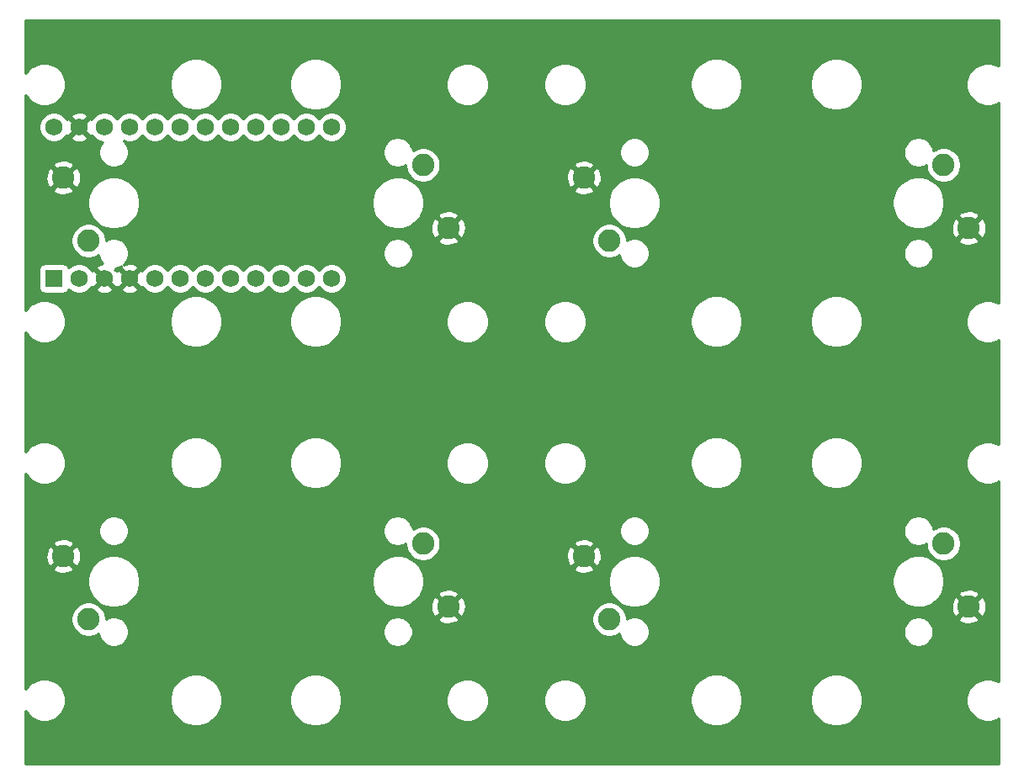
<source format=gbl>
%TF.GenerationSoftware,KiCad,Pcbnew,(5.1.9)-1*%
%TF.CreationDate,2021-04-18T19:10:53+08:00*%
%TF.ProjectId,ISOISOISO,49534f49-534f-4495-934f-2e6b69636164,rev?*%
%TF.SameCoordinates,Original*%
%TF.FileFunction,Copper,L2,Bot*%
%TF.FilePolarity,Positive*%
%FSLAX46Y46*%
G04 Gerber Fmt 4.6, Leading zero omitted, Abs format (unit mm)*
G04 Created by KiCad (PCBNEW (5.1.9)-1) date 2021-04-18 19:10:53*
%MOMM*%
%LPD*%
G01*
G04 APERTURE LIST*
%TA.AperFunction,ComponentPad*%
%ADD10C,1.752600*%
%TD*%
%TA.AperFunction,ComponentPad*%
%ADD11R,1.752600X1.752600*%
%TD*%
%TA.AperFunction,ComponentPad*%
%ADD12C,2.250000*%
%TD*%
%TA.AperFunction,Conductor*%
%ADD13C,0.254000*%
%TD*%
%TA.AperFunction,Conductor*%
%ADD14C,0.100000*%
%TD*%
G04 APERTURE END LIST*
D10*
%TO.P,U1,24*%
%TO.N,Net-(U1-Pad24)*%
X32067500Y-33655000D03*
%TO.P,U1,12*%
%TO.N,SW8*%
X60007500Y-48895000D03*
%TO.P,U1,23*%
%TO.N,GND*%
X34607500Y-33655000D03*
%TO.P,U1,22*%
%TO.N,Net-(U1-Pad22)*%
X37147500Y-33655000D03*
%TO.P,U1,21*%
%TO.N,Net-(U1-Pad21)*%
X39687500Y-33655000D03*
%TO.P,U1,20*%
%TO.N,Net-(U1-Pad20)*%
X42227500Y-33655000D03*
%TO.P,U1,19*%
%TO.N,Net-(U1-Pad19)*%
X44767500Y-33655000D03*
%TO.P,U1,18*%
%TO.N,Net-(U1-Pad18)*%
X47307500Y-33655000D03*
%TO.P,U1,17*%
%TO.N,Net-(U1-Pad17)*%
X49847500Y-33655000D03*
%TO.P,U1,16*%
%TO.N,SW1*%
X52387500Y-33655000D03*
%TO.P,U1,15*%
%TO.N,SW4*%
X54927500Y-33655000D03*
%TO.P,U1,14*%
%TO.N,SW3*%
X57467500Y-33655000D03*
%TO.P,U1,13*%
%TO.N,SW2*%
X60007500Y-33655000D03*
%TO.P,U1,11*%
%TO.N,SW7*%
X57467500Y-48895000D03*
%TO.P,U1,10*%
%TO.N,SW6*%
X54927500Y-48895000D03*
%TO.P,U1,9*%
%TO.N,SW5*%
X52387500Y-48895000D03*
%TO.P,U1,8*%
%TO.N,Net-(U1-Pad8)*%
X49847500Y-48895000D03*
%TO.P,U1,7*%
%TO.N,Net-(U1-Pad7)*%
X47307500Y-48895000D03*
%TO.P,U1,6*%
%TO.N,Net-(U1-Pad6)*%
X44767500Y-48895000D03*
%TO.P,U1,5*%
%TO.N,Net-(U1-Pad5)*%
X42227500Y-48895000D03*
%TO.P,U1,4*%
%TO.N,GND*%
X39687500Y-48895000D03*
%TO.P,U1,3*%
X37147500Y-48895000D03*
%TO.P,U1,2*%
%TO.N,Net-(U1-Pad2)*%
X34607500Y-48895000D03*
D11*
%TO.P,U1,1*%
%TO.N,Net-(U1-Pad1)*%
X32067500Y-48895000D03*
%TD*%
D12*
%TO.P,MX8,1*%
%TO.N,SW8*%
X121602500Y-75565000D03*
%TO.P,MX8,2*%
%TO.N,GND*%
X124142500Y-81915000D03*
%TD*%
%TO.P,MX7,1*%
%TO.N,SW4*%
X121602500Y-37465000D03*
%TO.P,MX7,2*%
%TO.N,GND*%
X124142500Y-43815000D03*
%TD*%
%TO.P,MX6,1*%
%TO.N,SW7*%
X87947500Y-83185000D03*
%TO.P,MX6,2*%
%TO.N,GND*%
X85407500Y-76835000D03*
%TD*%
%TO.P,MX5,1*%
%TO.N,SW3*%
X87947500Y-45085000D03*
%TO.P,MX5,2*%
%TO.N,GND*%
X85407500Y-38735000D03*
%TD*%
%TO.P,MX4,1*%
%TO.N,SW6*%
X69215000Y-75565000D03*
%TO.P,MX4,2*%
%TO.N,GND*%
X71755000Y-81915000D03*
%TD*%
%TO.P,MX3,1*%
%TO.N,SW2*%
X69215000Y-37465000D03*
%TO.P,MX3,2*%
%TO.N,GND*%
X71755000Y-43815000D03*
%TD*%
%TO.P,MX2,1*%
%TO.N,SW5*%
X35560000Y-83185000D03*
%TO.P,MX2,2*%
%TO.N,GND*%
X33020000Y-76835000D03*
%TD*%
%TO.P,MX1,1*%
%TO.N,SW1*%
X35560000Y-45085000D03*
%TO.P,MX1,2*%
%TO.N,GND*%
X33020000Y-38735000D03*
%TD*%
D13*
%TO.N,GND*%
X127133751Y-27466203D02*
X127070170Y-27423719D01*
X126677257Y-27260970D01*
X126260143Y-27178000D01*
X125834857Y-27178000D01*
X125417743Y-27260970D01*
X125024830Y-27423719D01*
X124671218Y-27659996D01*
X124370496Y-27960718D01*
X124134219Y-28314330D01*
X123971470Y-28707243D01*
X123888500Y-29124357D01*
X123888500Y-29549643D01*
X123971470Y-29966757D01*
X124134219Y-30359670D01*
X124370496Y-30713282D01*
X124671218Y-31014004D01*
X125024830Y-31250281D01*
X125417743Y-31413030D01*
X125834857Y-31496000D01*
X126260143Y-31496000D01*
X126677257Y-31413030D01*
X127070170Y-31250281D01*
X127133751Y-31207797D01*
X127133751Y-51342202D01*
X127070170Y-51299719D01*
X126677257Y-51136970D01*
X126260143Y-51054000D01*
X125834857Y-51054000D01*
X125417743Y-51136970D01*
X125024830Y-51299719D01*
X124671218Y-51535996D01*
X124370496Y-51836718D01*
X124134219Y-52190330D01*
X123971470Y-52583243D01*
X123888500Y-53000357D01*
X123888500Y-53425643D01*
X123971470Y-53842757D01*
X124134219Y-54235670D01*
X124370496Y-54589282D01*
X124671218Y-54890004D01*
X125024830Y-55126281D01*
X125417743Y-55289030D01*
X125834857Y-55372000D01*
X126260143Y-55372000D01*
X126677257Y-55289030D01*
X127070170Y-55126281D01*
X127133751Y-55083798D01*
X127133750Y-65566202D01*
X127070170Y-65523719D01*
X126677257Y-65360970D01*
X126260143Y-65278000D01*
X125834857Y-65278000D01*
X125417743Y-65360970D01*
X125024830Y-65523719D01*
X124671218Y-65759996D01*
X124370496Y-66060718D01*
X124134219Y-66414330D01*
X123971470Y-66807243D01*
X123888500Y-67224357D01*
X123888500Y-67649643D01*
X123971470Y-68066757D01*
X124134219Y-68459670D01*
X124370496Y-68813282D01*
X124671218Y-69114004D01*
X125024830Y-69350281D01*
X125417743Y-69513030D01*
X125834857Y-69596000D01*
X126260143Y-69596000D01*
X126677257Y-69513030D01*
X127070170Y-69350281D01*
X127133750Y-69307798D01*
X127133750Y-89442202D01*
X127070170Y-89399719D01*
X126677257Y-89236970D01*
X126260143Y-89154000D01*
X125834857Y-89154000D01*
X125417743Y-89236970D01*
X125024830Y-89399719D01*
X124671218Y-89635996D01*
X124370496Y-89936718D01*
X124134219Y-90290330D01*
X123971470Y-90683243D01*
X123888500Y-91100357D01*
X123888500Y-91525643D01*
X123971470Y-91942757D01*
X124134219Y-92335670D01*
X124370496Y-92689282D01*
X124671218Y-92990004D01*
X125024830Y-93226281D01*
X125417743Y-93389030D01*
X125834857Y-93472000D01*
X126260143Y-93472000D01*
X126677257Y-93389030D01*
X127070170Y-93226281D01*
X127133750Y-93183798D01*
X127133750Y-97765000D01*
X29235000Y-97765000D01*
X29235000Y-92385478D01*
X29437996Y-92689282D01*
X29738718Y-92990004D01*
X30092330Y-93226281D01*
X30485243Y-93389030D01*
X30902357Y-93472000D01*
X31327643Y-93472000D01*
X31744757Y-93389030D01*
X32137670Y-93226281D01*
X32491282Y-92990004D01*
X32792004Y-92689282D01*
X33028281Y-92335670D01*
X33191030Y-91942757D01*
X33274000Y-91525643D01*
X33274000Y-91100357D01*
X33264795Y-91054076D01*
X43726100Y-91054076D01*
X43726100Y-91571924D01*
X43827127Y-92079822D01*
X44025299Y-92558251D01*
X44313000Y-92988826D01*
X44679174Y-93355000D01*
X45109749Y-93642701D01*
X45588178Y-93840873D01*
X46096076Y-93941900D01*
X46613924Y-93941900D01*
X47121822Y-93840873D01*
X47600251Y-93642701D01*
X48030826Y-93355000D01*
X48397000Y-92988826D01*
X48684701Y-92558251D01*
X48882873Y-92079822D01*
X48983900Y-91571924D01*
X48983900Y-91054076D01*
X55791100Y-91054076D01*
X55791100Y-91571924D01*
X55892127Y-92079822D01*
X56090299Y-92558251D01*
X56378000Y-92988826D01*
X56744174Y-93355000D01*
X57174749Y-93642701D01*
X57653178Y-93840873D01*
X58161076Y-93941900D01*
X58678924Y-93941900D01*
X59186822Y-93840873D01*
X59665251Y-93642701D01*
X60095826Y-93355000D01*
X60462000Y-92988826D01*
X60749701Y-92558251D01*
X60947873Y-92079822D01*
X61048900Y-91571924D01*
X61048900Y-91100357D01*
X71501000Y-91100357D01*
X71501000Y-91525643D01*
X71583970Y-91942757D01*
X71746719Y-92335670D01*
X71982996Y-92689282D01*
X72283718Y-92990004D01*
X72637330Y-93226281D01*
X73030243Y-93389030D01*
X73447357Y-93472000D01*
X73872643Y-93472000D01*
X74289757Y-93389030D01*
X74682670Y-93226281D01*
X75036282Y-92990004D01*
X75337004Y-92689282D01*
X75573281Y-92335670D01*
X75736030Y-91942757D01*
X75819000Y-91525643D01*
X75819000Y-91100357D01*
X81343500Y-91100357D01*
X81343500Y-91525643D01*
X81426470Y-91942757D01*
X81589219Y-92335670D01*
X81825496Y-92689282D01*
X82126218Y-92990004D01*
X82479830Y-93226281D01*
X82872743Y-93389030D01*
X83289857Y-93472000D01*
X83715143Y-93472000D01*
X84132257Y-93389030D01*
X84525170Y-93226281D01*
X84878782Y-92990004D01*
X85179504Y-92689282D01*
X85415781Y-92335670D01*
X85578530Y-91942757D01*
X85661500Y-91525643D01*
X85661500Y-91100357D01*
X85652295Y-91054076D01*
X96113600Y-91054076D01*
X96113600Y-91571924D01*
X96214627Y-92079822D01*
X96412799Y-92558251D01*
X96700500Y-92988826D01*
X97066674Y-93355000D01*
X97497249Y-93642701D01*
X97975678Y-93840873D01*
X98483576Y-93941900D01*
X99001424Y-93941900D01*
X99509322Y-93840873D01*
X99987751Y-93642701D01*
X100418326Y-93355000D01*
X100784500Y-92988826D01*
X101072201Y-92558251D01*
X101270373Y-92079822D01*
X101371400Y-91571924D01*
X101371400Y-91054076D01*
X108178600Y-91054076D01*
X108178600Y-91571924D01*
X108279627Y-92079822D01*
X108477799Y-92558251D01*
X108765500Y-92988826D01*
X109131674Y-93355000D01*
X109562249Y-93642701D01*
X110040678Y-93840873D01*
X110548576Y-93941900D01*
X111066424Y-93941900D01*
X111574322Y-93840873D01*
X112052751Y-93642701D01*
X112483326Y-93355000D01*
X112849500Y-92988826D01*
X113137201Y-92558251D01*
X113335373Y-92079822D01*
X113436400Y-91571924D01*
X113436400Y-91054076D01*
X113335373Y-90546178D01*
X113137201Y-90067749D01*
X112849500Y-89637174D01*
X112483326Y-89271000D01*
X112052751Y-88983299D01*
X111574322Y-88785127D01*
X111066424Y-88684100D01*
X110548576Y-88684100D01*
X110040678Y-88785127D01*
X109562249Y-88983299D01*
X109131674Y-89271000D01*
X108765500Y-89637174D01*
X108477799Y-90067749D01*
X108279627Y-90546178D01*
X108178600Y-91054076D01*
X101371400Y-91054076D01*
X101270373Y-90546178D01*
X101072201Y-90067749D01*
X100784500Y-89637174D01*
X100418326Y-89271000D01*
X99987751Y-88983299D01*
X99509322Y-88785127D01*
X99001424Y-88684100D01*
X98483576Y-88684100D01*
X97975678Y-88785127D01*
X97497249Y-88983299D01*
X97066674Y-89271000D01*
X96700500Y-89637174D01*
X96412799Y-90067749D01*
X96214627Y-90546178D01*
X96113600Y-91054076D01*
X85652295Y-91054076D01*
X85578530Y-90683243D01*
X85415781Y-90290330D01*
X85179504Y-89936718D01*
X84878782Y-89635996D01*
X84525170Y-89399719D01*
X84132257Y-89236970D01*
X83715143Y-89154000D01*
X83289857Y-89154000D01*
X82872743Y-89236970D01*
X82479830Y-89399719D01*
X82126218Y-89635996D01*
X81825496Y-89936718D01*
X81589219Y-90290330D01*
X81426470Y-90683243D01*
X81343500Y-91100357D01*
X75819000Y-91100357D01*
X75736030Y-90683243D01*
X75573281Y-90290330D01*
X75337004Y-89936718D01*
X75036282Y-89635996D01*
X74682670Y-89399719D01*
X74289757Y-89236970D01*
X73872643Y-89154000D01*
X73447357Y-89154000D01*
X73030243Y-89236970D01*
X72637330Y-89399719D01*
X72283718Y-89635996D01*
X71982996Y-89936718D01*
X71746719Y-90290330D01*
X71583970Y-90683243D01*
X71501000Y-91100357D01*
X61048900Y-91100357D01*
X61048900Y-91054076D01*
X60947873Y-90546178D01*
X60749701Y-90067749D01*
X60462000Y-89637174D01*
X60095826Y-89271000D01*
X59665251Y-88983299D01*
X59186822Y-88785127D01*
X58678924Y-88684100D01*
X58161076Y-88684100D01*
X57653178Y-88785127D01*
X57174749Y-88983299D01*
X56744174Y-89271000D01*
X56378000Y-89637174D01*
X56090299Y-90067749D01*
X55892127Y-90546178D01*
X55791100Y-91054076D01*
X48983900Y-91054076D01*
X48882873Y-90546178D01*
X48684701Y-90067749D01*
X48397000Y-89637174D01*
X48030826Y-89271000D01*
X47600251Y-88983299D01*
X47121822Y-88785127D01*
X46613924Y-88684100D01*
X46096076Y-88684100D01*
X45588178Y-88785127D01*
X45109749Y-88983299D01*
X44679174Y-89271000D01*
X44313000Y-89637174D01*
X44025299Y-90067749D01*
X43827127Y-90546178D01*
X43726100Y-91054076D01*
X33264795Y-91054076D01*
X33191030Y-90683243D01*
X33028281Y-90290330D01*
X32792004Y-89936718D01*
X32491282Y-89635996D01*
X32137670Y-89399719D01*
X31744757Y-89236970D01*
X31327643Y-89154000D01*
X30902357Y-89154000D01*
X30485243Y-89236970D01*
X30092330Y-89399719D01*
X29738718Y-89635996D01*
X29437996Y-89936718D01*
X29235000Y-90240522D01*
X29235000Y-83011655D01*
X33800000Y-83011655D01*
X33800000Y-83358345D01*
X33867636Y-83698373D01*
X34000308Y-84018673D01*
X34192919Y-84306935D01*
X34438065Y-84552081D01*
X34726327Y-84744692D01*
X35046627Y-84877364D01*
X35386655Y-84945000D01*
X35733345Y-84945000D01*
X36073373Y-84877364D01*
X36393673Y-84744692D01*
X36591719Y-84612362D01*
X36648029Y-84895451D01*
X36761856Y-85170253D01*
X36927107Y-85417569D01*
X37137431Y-85627893D01*
X37384747Y-85793144D01*
X37659549Y-85906971D01*
X37951278Y-85965000D01*
X38248722Y-85965000D01*
X38540451Y-85906971D01*
X38815253Y-85793144D01*
X39062569Y-85627893D01*
X39272893Y-85417569D01*
X39438144Y-85170253D01*
X39551971Y-84895451D01*
X39610000Y-84603722D01*
X39610000Y-84306278D01*
X65165000Y-84306278D01*
X65165000Y-84603722D01*
X65223029Y-84895451D01*
X65336856Y-85170253D01*
X65502107Y-85417569D01*
X65712431Y-85627893D01*
X65959747Y-85793144D01*
X66234549Y-85906971D01*
X66526278Y-85965000D01*
X66823722Y-85965000D01*
X67115451Y-85906971D01*
X67390253Y-85793144D01*
X67637569Y-85627893D01*
X67847893Y-85417569D01*
X68013144Y-85170253D01*
X68126971Y-84895451D01*
X68185000Y-84603722D01*
X68185000Y-84306278D01*
X68126971Y-84014549D01*
X68013144Y-83739747D01*
X67847893Y-83492431D01*
X67637569Y-83282107D01*
X67424189Y-83139531D01*
X70710074Y-83139531D01*
X70820921Y-83416714D01*
X71131840Y-83570089D01*
X71466705Y-83659860D01*
X71812650Y-83682576D01*
X72156380Y-83637366D01*
X72484685Y-83525966D01*
X72689079Y-83416714D01*
X72799926Y-83139531D01*
X72672050Y-83011655D01*
X86187500Y-83011655D01*
X86187500Y-83358345D01*
X86255136Y-83698373D01*
X86387808Y-84018673D01*
X86580419Y-84306935D01*
X86825565Y-84552081D01*
X87113827Y-84744692D01*
X87434127Y-84877364D01*
X87774155Y-84945000D01*
X88120845Y-84945000D01*
X88460873Y-84877364D01*
X88781173Y-84744692D01*
X88979219Y-84612362D01*
X89035529Y-84895451D01*
X89149356Y-85170253D01*
X89314607Y-85417569D01*
X89524931Y-85627893D01*
X89772247Y-85793144D01*
X90047049Y-85906971D01*
X90338778Y-85965000D01*
X90636222Y-85965000D01*
X90927951Y-85906971D01*
X91202753Y-85793144D01*
X91450069Y-85627893D01*
X91660393Y-85417569D01*
X91825644Y-85170253D01*
X91939471Y-84895451D01*
X91997500Y-84603722D01*
X91997500Y-84306278D01*
X117552500Y-84306278D01*
X117552500Y-84603722D01*
X117610529Y-84895451D01*
X117724356Y-85170253D01*
X117889607Y-85417569D01*
X118099931Y-85627893D01*
X118347247Y-85793144D01*
X118622049Y-85906971D01*
X118913778Y-85965000D01*
X119211222Y-85965000D01*
X119502951Y-85906971D01*
X119777753Y-85793144D01*
X120025069Y-85627893D01*
X120235393Y-85417569D01*
X120400644Y-85170253D01*
X120514471Y-84895451D01*
X120572500Y-84603722D01*
X120572500Y-84306278D01*
X120514471Y-84014549D01*
X120400644Y-83739747D01*
X120235393Y-83492431D01*
X120025069Y-83282107D01*
X119811689Y-83139531D01*
X123097574Y-83139531D01*
X123208421Y-83416714D01*
X123519340Y-83570089D01*
X123854205Y-83659860D01*
X124200150Y-83682576D01*
X124543880Y-83637366D01*
X124872185Y-83525966D01*
X125076579Y-83416714D01*
X125187426Y-83139531D01*
X124142500Y-82094605D01*
X123097574Y-83139531D01*
X119811689Y-83139531D01*
X119777753Y-83116856D01*
X119502951Y-83003029D01*
X119211222Y-82945000D01*
X118913778Y-82945000D01*
X118622049Y-83003029D01*
X118347247Y-83116856D01*
X118099931Y-83282107D01*
X117889607Y-83492431D01*
X117724356Y-83739747D01*
X117610529Y-84014549D01*
X117552500Y-84306278D01*
X91997500Y-84306278D01*
X91939471Y-84014549D01*
X91825644Y-83739747D01*
X91660393Y-83492431D01*
X91450069Y-83282107D01*
X91202753Y-83116856D01*
X90927951Y-83003029D01*
X90636222Y-82945000D01*
X90338778Y-82945000D01*
X90047049Y-83003029D01*
X89772247Y-83116856D01*
X89707500Y-83160118D01*
X89707500Y-83011655D01*
X89639864Y-82671627D01*
X89507192Y-82351327D01*
X89314581Y-82063065D01*
X89069435Y-81817919D01*
X88781173Y-81625308D01*
X88460873Y-81492636D01*
X88120845Y-81425000D01*
X87774155Y-81425000D01*
X87434127Y-81492636D01*
X87113827Y-81625308D01*
X86825565Y-81817919D01*
X86580419Y-82063065D01*
X86387808Y-82351327D01*
X86255136Y-82671627D01*
X86187500Y-83011655D01*
X72672050Y-83011655D01*
X71755000Y-82094605D01*
X70710074Y-83139531D01*
X67424189Y-83139531D01*
X67390253Y-83116856D01*
X67115451Y-83003029D01*
X66823722Y-82945000D01*
X66526278Y-82945000D01*
X66234549Y-83003029D01*
X65959747Y-83116856D01*
X65712431Y-83282107D01*
X65502107Y-83492431D01*
X65336856Y-83739747D01*
X65223029Y-84014549D01*
X65165000Y-84306278D01*
X39610000Y-84306278D01*
X39551971Y-84014549D01*
X39438144Y-83739747D01*
X39272893Y-83492431D01*
X39062569Y-83282107D01*
X38815253Y-83116856D01*
X38540451Y-83003029D01*
X38248722Y-82945000D01*
X37951278Y-82945000D01*
X37659549Y-83003029D01*
X37384747Y-83116856D01*
X37320000Y-83160118D01*
X37320000Y-83011655D01*
X37252364Y-82671627D01*
X37119692Y-82351327D01*
X36927081Y-82063065D01*
X36681935Y-81817919D01*
X36393673Y-81625308D01*
X36073373Y-81492636D01*
X35733345Y-81425000D01*
X35386655Y-81425000D01*
X35046627Y-81492636D01*
X34726327Y-81625308D01*
X34438065Y-81817919D01*
X34192919Y-82063065D01*
X34000308Y-82351327D01*
X33867636Y-82671627D01*
X33800000Y-83011655D01*
X29235000Y-83011655D01*
X29235000Y-79116076D01*
X35471100Y-79116076D01*
X35471100Y-79633924D01*
X35572127Y-80141822D01*
X35770299Y-80620251D01*
X36058000Y-81050826D01*
X36424174Y-81417000D01*
X36854749Y-81704701D01*
X37333178Y-81902873D01*
X37841076Y-82003900D01*
X38358924Y-82003900D01*
X38866822Y-81902873D01*
X39345251Y-81704701D01*
X39775826Y-81417000D01*
X40142000Y-81050826D01*
X40429701Y-80620251D01*
X40627873Y-80141822D01*
X40728900Y-79633924D01*
X40728900Y-79116076D01*
X64046100Y-79116076D01*
X64046100Y-79633924D01*
X64147127Y-80141822D01*
X64345299Y-80620251D01*
X64633000Y-81050826D01*
X64999174Y-81417000D01*
X65429749Y-81704701D01*
X65908178Y-81902873D01*
X66416076Y-82003900D01*
X66933924Y-82003900D01*
X67091028Y-81972650D01*
X69987424Y-81972650D01*
X70032634Y-82316380D01*
X70144034Y-82644685D01*
X70253286Y-82849079D01*
X70530469Y-82959926D01*
X71575395Y-81915000D01*
X71934605Y-81915000D01*
X72979531Y-82959926D01*
X73256714Y-82849079D01*
X73410089Y-82538160D01*
X73499860Y-82203295D01*
X73522576Y-81857350D01*
X73477366Y-81513620D01*
X73365966Y-81185315D01*
X73256714Y-80980921D01*
X72979531Y-80870074D01*
X71934605Y-81915000D01*
X71575395Y-81915000D01*
X70530469Y-80870074D01*
X70253286Y-80980921D01*
X70099911Y-81291840D01*
X70010140Y-81626705D01*
X69987424Y-81972650D01*
X67091028Y-81972650D01*
X67441822Y-81902873D01*
X67920251Y-81704701D01*
X68350826Y-81417000D01*
X68717000Y-81050826D01*
X68957782Y-80690469D01*
X70710074Y-80690469D01*
X71755000Y-81735395D01*
X72799926Y-80690469D01*
X72689079Y-80413286D01*
X72378160Y-80259911D01*
X72043295Y-80170140D01*
X71697350Y-80147424D01*
X71353620Y-80192634D01*
X71025315Y-80304034D01*
X70820921Y-80413286D01*
X70710074Y-80690469D01*
X68957782Y-80690469D01*
X69004701Y-80620251D01*
X69202873Y-80141822D01*
X69303900Y-79633924D01*
X69303900Y-79116076D01*
X87858600Y-79116076D01*
X87858600Y-79633924D01*
X87959627Y-80141822D01*
X88157799Y-80620251D01*
X88445500Y-81050826D01*
X88811674Y-81417000D01*
X89242249Y-81704701D01*
X89720678Y-81902873D01*
X90228576Y-82003900D01*
X90746424Y-82003900D01*
X91254322Y-81902873D01*
X91732751Y-81704701D01*
X92163326Y-81417000D01*
X92529500Y-81050826D01*
X92817201Y-80620251D01*
X93015373Y-80141822D01*
X93116400Y-79633924D01*
X93116400Y-79116076D01*
X116433600Y-79116076D01*
X116433600Y-79633924D01*
X116534627Y-80141822D01*
X116732799Y-80620251D01*
X117020500Y-81050826D01*
X117386674Y-81417000D01*
X117817249Y-81704701D01*
X118295678Y-81902873D01*
X118803576Y-82003900D01*
X119321424Y-82003900D01*
X119478528Y-81972650D01*
X122374924Y-81972650D01*
X122420134Y-82316380D01*
X122531534Y-82644685D01*
X122640786Y-82849079D01*
X122917969Y-82959926D01*
X123962895Y-81915000D01*
X124322105Y-81915000D01*
X125367031Y-82959926D01*
X125644214Y-82849079D01*
X125797589Y-82538160D01*
X125887360Y-82203295D01*
X125910076Y-81857350D01*
X125864866Y-81513620D01*
X125753466Y-81185315D01*
X125644214Y-80980921D01*
X125367031Y-80870074D01*
X124322105Y-81915000D01*
X123962895Y-81915000D01*
X122917969Y-80870074D01*
X122640786Y-80980921D01*
X122487411Y-81291840D01*
X122397640Y-81626705D01*
X122374924Y-81972650D01*
X119478528Y-81972650D01*
X119829322Y-81902873D01*
X120307751Y-81704701D01*
X120738326Y-81417000D01*
X121104500Y-81050826D01*
X121345282Y-80690469D01*
X123097574Y-80690469D01*
X124142500Y-81735395D01*
X125187426Y-80690469D01*
X125076579Y-80413286D01*
X124765660Y-80259911D01*
X124430795Y-80170140D01*
X124084850Y-80147424D01*
X123741120Y-80192634D01*
X123412815Y-80304034D01*
X123208421Y-80413286D01*
X123097574Y-80690469D01*
X121345282Y-80690469D01*
X121392201Y-80620251D01*
X121590373Y-80141822D01*
X121691400Y-79633924D01*
X121691400Y-79116076D01*
X121590373Y-78608178D01*
X121392201Y-78129749D01*
X121104500Y-77699174D01*
X120738326Y-77333000D01*
X120307751Y-77045299D01*
X119829322Y-76847127D01*
X119321424Y-76746100D01*
X118803576Y-76746100D01*
X118295678Y-76847127D01*
X117817249Y-77045299D01*
X117386674Y-77333000D01*
X117020500Y-77699174D01*
X116732799Y-78129749D01*
X116534627Y-78608178D01*
X116433600Y-79116076D01*
X93116400Y-79116076D01*
X93015373Y-78608178D01*
X92817201Y-78129749D01*
X92529500Y-77699174D01*
X92163326Y-77333000D01*
X91732751Y-77045299D01*
X91254322Y-76847127D01*
X90746424Y-76746100D01*
X90228576Y-76746100D01*
X89720678Y-76847127D01*
X89242249Y-77045299D01*
X88811674Y-77333000D01*
X88445500Y-77699174D01*
X88157799Y-78129749D01*
X87959627Y-78608178D01*
X87858600Y-79116076D01*
X69303900Y-79116076D01*
X69202873Y-78608178D01*
X69004701Y-78129749D01*
X68957783Y-78059531D01*
X84362574Y-78059531D01*
X84473421Y-78336714D01*
X84784340Y-78490089D01*
X85119205Y-78579860D01*
X85465150Y-78602576D01*
X85808880Y-78557366D01*
X86137185Y-78445966D01*
X86341579Y-78336714D01*
X86452426Y-78059531D01*
X85407500Y-77014605D01*
X84362574Y-78059531D01*
X68957783Y-78059531D01*
X68717000Y-77699174D01*
X68350826Y-77333000D01*
X67920251Y-77045299D01*
X67441822Y-76847127D01*
X66933924Y-76746100D01*
X66416076Y-76746100D01*
X65908178Y-76847127D01*
X65429749Y-77045299D01*
X64999174Y-77333000D01*
X64633000Y-77699174D01*
X64345299Y-78129749D01*
X64147127Y-78608178D01*
X64046100Y-79116076D01*
X40728900Y-79116076D01*
X40627873Y-78608178D01*
X40429701Y-78129749D01*
X40142000Y-77699174D01*
X39775826Y-77333000D01*
X39345251Y-77045299D01*
X38866822Y-76847127D01*
X38358924Y-76746100D01*
X37841076Y-76746100D01*
X37333178Y-76847127D01*
X36854749Y-77045299D01*
X36424174Y-77333000D01*
X36058000Y-77699174D01*
X35770299Y-78129749D01*
X35572127Y-78608178D01*
X35471100Y-79116076D01*
X29235000Y-79116076D01*
X29235000Y-78059531D01*
X31975074Y-78059531D01*
X32085921Y-78336714D01*
X32396840Y-78490089D01*
X32731705Y-78579860D01*
X33077650Y-78602576D01*
X33421380Y-78557366D01*
X33749685Y-78445966D01*
X33954079Y-78336714D01*
X34064926Y-78059531D01*
X33020000Y-77014605D01*
X31975074Y-78059531D01*
X29235000Y-78059531D01*
X29235000Y-76892650D01*
X31252424Y-76892650D01*
X31297634Y-77236380D01*
X31409034Y-77564685D01*
X31518286Y-77769079D01*
X31795469Y-77879926D01*
X32840395Y-76835000D01*
X33199605Y-76835000D01*
X34244531Y-77879926D01*
X34521714Y-77769079D01*
X34675089Y-77458160D01*
X34764860Y-77123295D01*
X34787576Y-76777350D01*
X34742366Y-76433620D01*
X34630966Y-76105315D01*
X34521714Y-75900921D01*
X34244531Y-75790074D01*
X33199605Y-76835000D01*
X32840395Y-76835000D01*
X31795469Y-75790074D01*
X31518286Y-75900921D01*
X31364911Y-76211840D01*
X31275140Y-76546705D01*
X31252424Y-76892650D01*
X29235000Y-76892650D01*
X29235000Y-75610469D01*
X31975074Y-75610469D01*
X33020000Y-76655395D01*
X34064926Y-75610469D01*
X33954079Y-75333286D01*
X33643160Y-75179911D01*
X33308295Y-75090140D01*
X32962350Y-75067424D01*
X32618620Y-75112634D01*
X32290315Y-75224034D01*
X32085921Y-75333286D01*
X31975074Y-75610469D01*
X29235000Y-75610469D01*
X29235000Y-74146278D01*
X36590000Y-74146278D01*
X36590000Y-74443722D01*
X36648029Y-74735451D01*
X36761856Y-75010253D01*
X36927107Y-75257569D01*
X37137431Y-75467893D01*
X37384747Y-75633144D01*
X37659549Y-75746971D01*
X37951278Y-75805000D01*
X38248722Y-75805000D01*
X38540451Y-75746971D01*
X38815253Y-75633144D01*
X39062569Y-75467893D01*
X39272893Y-75257569D01*
X39438144Y-75010253D01*
X39551971Y-74735451D01*
X39610000Y-74443722D01*
X39610000Y-74146278D01*
X65165000Y-74146278D01*
X65165000Y-74443722D01*
X65223029Y-74735451D01*
X65336856Y-75010253D01*
X65502107Y-75257569D01*
X65712431Y-75467893D01*
X65959747Y-75633144D01*
X66234549Y-75746971D01*
X66526278Y-75805000D01*
X66823722Y-75805000D01*
X67115451Y-75746971D01*
X67390253Y-75633144D01*
X67455000Y-75589882D01*
X67455000Y-75738345D01*
X67522636Y-76078373D01*
X67655308Y-76398673D01*
X67847919Y-76686935D01*
X68093065Y-76932081D01*
X68381327Y-77124692D01*
X68701627Y-77257364D01*
X69041655Y-77325000D01*
X69388345Y-77325000D01*
X69728373Y-77257364D01*
X70048673Y-77124692D01*
X70336935Y-76932081D01*
X70376366Y-76892650D01*
X83639924Y-76892650D01*
X83685134Y-77236380D01*
X83796534Y-77564685D01*
X83905786Y-77769079D01*
X84182969Y-77879926D01*
X85227895Y-76835000D01*
X85587105Y-76835000D01*
X86632031Y-77879926D01*
X86909214Y-77769079D01*
X87062589Y-77458160D01*
X87152360Y-77123295D01*
X87175076Y-76777350D01*
X87129866Y-76433620D01*
X87018466Y-76105315D01*
X86909214Y-75900921D01*
X86632031Y-75790074D01*
X85587105Y-76835000D01*
X85227895Y-76835000D01*
X84182969Y-75790074D01*
X83905786Y-75900921D01*
X83752411Y-76211840D01*
X83662640Y-76546705D01*
X83639924Y-76892650D01*
X70376366Y-76892650D01*
X70582081Y-76686935D01*
X70774692Y-76398673D01*
X70907364Y-76078373D01*
X70975000Y-75738345D01*
X70975000Y-75610469D01*
X84362574Y-75610469D01*
X85407500Y-76655395D01*
X86452426Y-75610469D01*
X86341579Y-75333286D01*
X86030660Y-75179911D01*
X85695795Y-75090140D01*
X85349850Y-75067424D01*
X85006120Y-75112634D01*
X84677815Y-75224034D01*
X84473421Y-75333286D01*
X84362574Y-75610469D01*
X70975000Y-75610469D01*
X70975000Y-75391655D01*
X70907364Y-75051627D01*
X70774692Y-74731327D01*
X70582081Y-74443065D01*
X70336935Y-74197919D01*
X70259649Y-74146278D01*
X88977500Y-74146278D01*
X88977500Y-74443722D01*
X89035529Y-74735451D01*
X89149356Y-75010253D01*
X89314607Y-75257569D01*
X89524931Y-75467893D01*
X89772247Y-75633144D01*
X90047049Y-75746971D01*
X90338778Y-75805000D01*
X90636222Y-75805000D01*
X90927951Y-75746971D01*
X91202753Y-75633144D01*
X91450069Y-75467893D01*
X91660393Y-75257569D01*
X91825644Y-75010253D01*
X91939471Y-74735451D01*
X91997500Y-74443722D01*
X91997500Y-74146278D01*
X117552500Y-74146278D01*
X117552500Y-74443722D01*
X117610529Y-74735451D01*
X117724356Y-75010253D01*
X117889607Y-75257569D01*
X118099931Y-75467893D01*
X118347247Y-75633144D01*
X118622049Y-75746971D01*
X118913778Y-75805000D01*
X119211222Y-75805000D01*
X119502951Y-75746971D01*
X119777753Y-75633144D01*
X119842500Y-75589882D01*
X119842500Y-75738345D01*
X119910136Y-76078373D01*
X120042808Y-76398673D01*
X120235419Y-76686935D01*
X120480565Y-76932081D01*
X120768827Y-77124692D01*
X121089127Y-77257364D01*
X121429155Y-77325000D01*
X121775845Y-77325000D01*
X122115873Y-77257364D01*
X122436173Y-77124692D01*
X122724435Y-76932081D01*
X122969581Y-76686935D01*
X123162192Y-76398673D01*
X123294864Y-76078373D01*
X123362500Y-75738345D01*
X123362500Y-75391655D01*
X123294864Y-75051627D01*
X123162192Y-74731327D01*
X122969581Y-74443065D01*
X122724435Y-74197919D01*
X122436173Y-74005308D01*
X122115873Y-73872636D01*
X121775845Y-73805000D01*
X121429155Y-73805000D01*
X121089127Y-73872636D01*
X120768827Y-74005308D01*
X120570781Y-74137638D01*
X120514471Y-73854549D01*
X120400644Y-73579747D01*
X120235393Y-73332431D01*
X120025069Y-73122107D01*
X119777753Y-72956856D01*
X119502951Y-72843029D01*
X119211222Y-72785000D01*
X118913778Y-72785000D01*
X118622049Y-72843029D01*
X118347247Y-72956856D01*
X118099931Y-73122107D01*
X117889607Y-73332431D01*
X117724356Y-73579747D01*
X117610529Y-73854549D01*
X117552500Y-74146278D01*
X91997500Y-74146278D01*
X91939471Y-73854549D01*
X91825644Y-73579747D01*
X91660393Y-73332431D01*
X91450069Y-73122107D01*
X91202753Y-72956856D01*
X90927951Y-72843029D01*
X90636222Y-72785000D01*
X90338778Y-72785000D01*
X90047049Y-72843029D01*
X89772247Y-72956856D01*
X89524931Y-73122107D01*
X89314607Y-73332431D01*
X89149356Y-73579747D01*
X89035529Y-73854549D01*
X88977500Y-74146278D01*
X70259649Y-74146278D01*
X70048673Y-74005308D01*
X69728373Y-73872636D01*
X69388345Y-73805000D01*
X69041655Y-73805000D01*
X68701627Y-73872636D01*
X68381327Y-74005308D01*
X68183281Y-74137638D01*
X68126971Y-73854549D01*
X68013144Y-73579747D01*
X67847893Y-73332431D01*
X67637569Y-73122107D01*
X67390253Y-72956856D01*
X67115451Y-72843029D01*
X66823722Y-72785000D01*
X66526278Y-72785000D01*
X66234549Y-72843029D01*
X65959747Y-72956856D01*
X65712431Y-73122107D01*
X65502107Y-73332431D01*
X65336856Y-73579747D01*
X65223029Y-73854549D01*
X65165000Y-74146278D01*
X39610000Y-74146278D01*
X39551971Y-73854549D01*
X39438144Y-73579747D01*
X39272893Y-73332431D01*
X39062569Y-73122107D01*
X38815253Y-72956856D01*
X38540451Y-72843029D01*
X38248722Y-72785000D01*
X37951278Y-72785000D01*
X37659549Y-72843029D01*
X37384747Y-72956856D01*
X37137431Y-73122107D01*
X36927107Y-73332431D01*
X36761856Y-73579747D01*
X36648029Y-73854549D01*
X36590000Y-74146278D01*
X29235000Y-74146278D01*
X29235000Y-68509478D01*
X29437996Y-68813282D01*
X29738718Y-69114004D01*
X30092330Y-69350281D01*
X30485243Y-69513030D01*
X30902357Y-69596000D01*
X31327643Y-69596000D01*
X31744757Y-69513030D01*
X32137670Y-69350281D01*
X32491282Y-69114004D01*
X32792004Y-68813282D01*
X33028281Y-68459670D01*
X33191030Y-68066757D01*
X33274000Y-67649643D01*
X33274000Y-67224357D01*
X33264795Y-67178076D01*
X43726100Y-67178076D01*
X43726100Y-67695924D01*
X43827127Y-68203822D01*
X44025299Y-68682251D01*
X44313000Y-69112826D01*
X44679174Y-69479000D01*
X45109749Y-69766701D01*
X45588178Y-69964873D01*
X46096076Y-70065900D01*
X46613924Y-70065900D01*
X47121822Y-69964873D01*
X47600251Y-69766701D01*
X48030826Y-69479000D01*
X48397000Y-69112826D01*
X48684701Y-68682251D01*
X48882873Y-68203822D01*
X48983900Y-67695924D01*
X48983900Y-67178076D01*
X55791100Y-67178076D01*
X55791100Y-67695924D01*
X55892127Y-68203822D01*
X56090299Y-68682251D01*
X56378000Y-69112826D01*
X56744174Y-69479000D01*
X57174749Y-69766701D01*
X57653178Y-69964873D01*
X58161076Y-70065900D01*
X58678924Y-70065900D01*
X59186822Y-69964873D01*
X59665251Y-69766701D01*
X60095826Y-69479000D01*
X60462000Y-69112826D01*
X60749701Y-68682251D01*
X60947873Y-68203822D01*
X61048900Y-67695924D01*
X61048900Y-67224357D01*
X71501000Y-67224357D01*
X71501000Y-67649643D01*
X71583970Y-68066757D01*
X71746719Y-68459670D01*
X71982996Y-68813282D01*
X72283718Y-69114004D01*
X72637330Y-69350281D01*
X73030243Y-69513030D01*
X73447357Y-69596000D01*
X73872643Y-69596000D01*
X74289757Y-69513030D01*
X74682670Y-69350281D01*
X75036282Y-69114004D01*
X75337004Y-68813282D01*
X75573281Y-68459670D01*
X75736030Y-68066757D01*
X75819000Y-67649643D01*
X75819000Y-67224357D01*
X81343500Y-67224357D01*
X81343500Y-67649643D01*
X81426470Y-68066757D01*
X81589219Y-68459670D01*
X81825496Y-68813282D01*
X82126218Y-69114004D01*
X82479830Y-69350281D01*
X82872743Y-69513030D01*
X83289857Y-69596000D01*
X83715143Y-69596000D01*
X84132257Y-69513030D01*
X84525170Y-69350281D01*
X84878782Y-69114004D01*
X85179504Y-68813282D01*
X85415781Y-68459670D01*
X85578530Y-68066757D01*
X85661500Y-67649643D01*
X85661500Y-67224357D01*
X85652295Y-67178076D01*
X96113600Y-67178076D01*
X96113600Y-67695924D01*
X96214627Y-68203822D01*
X96412799Y-68682251D01*
X96700500Y-69112826D01*
X97066674Y-69479000D01*
X97497249Y-69766701D01*
X97975678Y-69964873D01*
X98483576Y-70065900D01*
X99001424Y-70065900D01*
X99509322Y-69964873D01*
X99987751Y-69766701D01*
X100418326Y-69479000D01*
X100784500Y-69112826D01*
X101072201Y-68682251D01*
X101270373Y-68203822D01*
X101371400Y-67695924D01*
X101371400Y-67178076D01*
X108178600Y-67178076D01*
X108178600Y-67695924D01*
X108279627Y-68203822D01*
X108477799Y-68682251D01*
X108765500Y-69112826D01*
X109131674Y-69479000D01*
X109562249Y-69766701D01*
X110040678Y-69964873D01*
X110548576Y-70065900D01*
X111066424Y-70065900D01*
X111574322Y-69964873D01*
X112052751Y-69766701D01*
X112483326Y-69479000D01*
X112849500Y-69112826D01*
X113137201Y-68682251D01*
X113335373Y-68203822D01*
X113436400Y-67695924D01*
X113436400Y-67178076D01*
X113335373Y-66670178D01*
X113137201Y-66191749D01*
X112849500Y-65761174D01*
X112483326Y-65395000D01*
X112052751Y-65107299D01*
X111574322Y-64909127D01*
X111066424Y-64808100D01*
X110548576Y-64808100D01*
X110040678Y-64909127D01*
X109562249Y-65107299D01*
X109131674Y-65395000D01*
X108765500Y-65761174D01*
X108477799Y-66191749D01*
X108279627Y-66670178D01*
X108178600Y-67178076D01*
X101371400Y-67178076D01*
X101270373Y-66670178D01*
X101072201Y-66191749D01*
X100784500Y-65761174D01*
X100418326Y-65395000D01*
X99987751Y-65107299D01*
X99509322Y-64909127D01*
X99001424Y-64808100D01*
X98483576Y-64808100D01*
X97975678Y-64909127D01*
X97497249Y-65107299D01*
X97066674Y-65395000D01*
X96700500Y-65761174D01*
X96412799Y-66191749D01*
X96214627Y-66670178D01*
X96113600Y-67178076D01*
X85652295Y-67178076D01*
X85578530Y-66807243D01*
X85415781Y-66414330D01*
X85179504Y-66060718D01*
X84878782Y-65759996D01*
X84525170Y-65523719D01*
X84132257Y-65360970D01*
X83715143Y-65278000D01*
X83289857Y-65278000D01*
X82872743Y-65360970D01*
X82479830Y-65523719D01*
X82126218Y-65759996D01*
X81825496Y-66060718D01*
X81589219Y-66414330D01*
X81426470Y-66807243D01*
X81343500Y-67224357D01*
X75819000Y-67224357D01*
X75736030Y-66807243D01*
X75573281Y-66414330D01*
X75337004Y-66060718D01*
X75036282Y-65759996D01*
X74682670Y-65523719D01*
X74289757Y-65360970D01*
X73872643Y-65278000D01*
X73447357Y-65278000D01*
X73030243Y-65360970D01*
X72637330Y-65523719D01*
X72283718Y-65759996D01*
X71982996Y-66060718D01*
X71746719Y-66414330D01*
X71583970Y-66807243D01*
X71501000Y-67224357D01*
X61048900Y-67224357D01*
X61048900Y-67178076D01*
X60947873Y-66670178D01*
X60749701Y-66191749D01*
X60462000Y-65761174D01*
X60095826Y-65395000D01*
X59665251Y-65107299D01*
X59186822Y-64909127D01*
X58678924Y-64808100D01*
X58161076Y-64808100D01*
X57653178Y-64909127D01*
X57174749Y-65107299D01*
X56744174Y-65395000D01*
X56378000Y-65761174D01*
X56090299Y-66191749D01*
X55892127Y-66670178D01*
X55791100Y-67178076D01*
X48983900Y-67178076D01*
X48882873Y-66670178D01*
X48684701Y-66191749D01*
X48397000Y-65761174D01*
X48030826Y-65395000D01*
X47600251Y-65107299D01*
X47121822Y-64909127D01*
X46613924Y-64808100D01*
X46096076Y-64808100D01*
X45588178Y-64909127D01*
X45109749Y-65107299D01*
X44679174Y-65395000D01*
X44313000Y-65761174D01*
X44025299Y-66191749D01*
X43827127Y-66670178D01*
X43726100Y-67178076D01*
X33264795Y-67178076D01*
X33191030Y-66807243D01*
X33028281Y-66414330D01*
X32792004Y-66060718D01*
X32491282Y-65759996D01*
X32137670Y-65523719D01*
X31744757Y-65360970D01*
X31327643Y-65278000D01*
X30902357Y-65278000D01*
X30485243Y-65360970D01*
X30092330Y-65523719D01*
X29738718Y-65759996D01*
X29437996Y-66060718D01*
X29235000Y-66364522D01*
X29235000Y-54285478D01*
X29437996Y-54589282D01*
X29738718Y-54890004D01*
X30092330Y-55126281D01*
X30485243Y-55289030D01*
X30902357Y-55372000D01*
X31327643Y-55372000D01*
X31744757Y-55289030D01*
X32137670Y-55126281D01*
X32491282Y-54890004D01*
X32792004Y-54589282D01*
X33028281Y-54235670D01*
X33191030Y-53842757D01*
X33274000Y-53425643D01*
X33274000Y-53000357D01*
X33264795Y-52954076D01*
X43726100Y-52954076D01*
X43726100Y-53471924D01*
X43827127Y-53979822D01*
X44025299Y-54458251D01*
X44313000Y-54888826D01*
X44679174Y-55255000D01*
X45109749Y-55542701D01*
X45588178Y-55740873D01*
X46096076Y-55841900D01*
X46613924Y-55841900D01*
X47121822Y-55740873D01*
X47600251Y-55542701D01*
X48030826Y-55255000D01*
X48397000Y-54888826D01*
X48684701Y-54458251D01*
X48882873Y-53979822D01*
X48983900Y-53471924D01*
X48983900Y-52954076D01*
X55791100Y-52954076D01*
X55791100Y-53471924D01*
X55892127Y-53979822D01*
X56090299Y-54458251D01*
X56378000Y-54888826D01*
X56744174Y-55255000D01*
X57174749Y-55542701D01*
X57653178Y-55740873D01*
X58161076Y-55841900D01*
X58678924Y-55841900D01*
X59186822Y-55740873D01*
X59665251Y-55542701D01*
X60095826Y-55255000D01*
X60462000Y-54888826D01*
X60749701Y-54458251D01*
X60947873Y-53979822D01*
X61048900Y-53471924D01*
X61048900Y-53000357D01*
X71501000Y-53000357D01*
X71501000Y-53425643D01*
X71583970Y-53842757D01*
X71746719Y-54235670D01*
X71982996Y-54589282D01*
X72283718Y-54890004D01*
X72637330Y-55126281D01*
X73030243Y-55289030D01*
X73447357Y-55372000D01*
X73872643Y-55372000D01*
X74289757Y-55289030D01*
X74682670Y-55126281D01*
X75036282Y-54890004D01*
X75337004Y-54589282D01*
X75573281Y-54235670D01*
X75736030Y-53842757D01*
X75819000Y-53425643D01*
X75819000Y-53000357D01*
X81343500Y-53000357D01*
X81343500Y-53425643D01*
X81426470Y-53842757D01*
X81589219Y-54235670D01*
X81825496Y-54589282D01*
X82126218Y-54890004D01*
X82479830Y-55126281D01*
X82872743Y-55289030D01*
X83289857Y-55372000D01*
X83715143Y-55372000D01*
X84132257Y-55289030D01*
X84525170Y-55126281D01*
X84878782Y-54890004D01*
X85179504Y-54589282D01*
X85415781Y-54235670D01*
X85578530Y-53842757D01*
X85661500Y-53425643D01*
X85661500Y-53000357D01*
X85652295Y-52954076D01*
X96113600Y-52954076D01*
X96113600Y-53471924D01*
X96214627Y-53979822D01*
X96412799Y-54458251D01*
X96700500Y-54888826D01*
X97066674Y-55255000D01*
X97497249Y-55542701D01*
X97975678Y-55740873D01*
X98483576Y-55841900D01*
X99001424Y-55841900D01*
X99509322Y-55740873D01*
X99987751Y-55542701D01*
X100418326Y-55255000D01*
X100784500Y-54888826D01*
X101072201Y-54458251D01*
X101270373Y-53979822D01*
X101371400Y-53471924D01*
X101371400Y-52954076D01*
X108178600Y-52954076D01*
X108178600Y-53471924D01*
X108279627Y-53979822D01*
X108477799Y-54458251D01*
X108765500Y-54888826D01*
X109131674Y-55255000D01*
X109562249Y-55542701D01*
X110040678Y-55740873D01*
X110548576Y-55841900D01*
X111066424Y-55841900D01*
X111574322Y-55740873D01*
X112052751Y-55542701D01*
X112483326Y-55255000D01*
X112849500Y-54888826D01*
X113137201Y-54458251D01*
X113335373Y-53979822D01*
X113436400Y-53471924D01*
X113436400Y-52954076D01*
X113335373Y-52446178D01*
X113137201Y-51967749D01*
X112849500Y-51537174D01*
X112483326Y-51171000D01*
X112052751Y-50883299D01*
X111574322Y-50685127D01*
X111066424Y-50584100D01*
X110548576Y-50584100D01*
X110040678Y-50685127D01*
X109562249Y-50883299D01*
X109131674Y-51171000D01*
X108765500Y-51537174D01*
X108477799Y-51967749D01*
X108279627Y-52446178D01*
X108178600Y-52954076D01*
X101371400Y-52954076D01*
X101270373Y-52446178D01*
X101072201Y-51967749D01*
X100784500Y-51537174D01*
X100418326Y-51171000D01*
X99987751Y-50883299D01*
X99509322Y-50685127D01*
X99001424Y-50584100D01*
X98483576Y-50584100D01*
X97975678Y-50685127D01*
X97497249Y-50883299D01*
X97066674Y-51171000D01*
X96700500Y-51537174D01*
X96412799Y-51967749D01*
X96214627Y-52446178D01*
X96113600Y-52954076D01*
X85652295Y-52954076D01*
X85578530Y-52583243D01*
X85415781Y-52190330D01*
X85179504Y-51836718D01*
X84878782Y-51535996D01*
X84525170Y-51299719D01*
X84132257Y-51136970D01*
X83715143Y-51054000D01*
X83289857Y-51054000D01*
X82872743Y-51136970D01*
X82479830Y-51299719D01*
X82126218Y-51535996D01*
X81825496Y-51836718D01*
X81589219Y-52190330D01*
X81426470Y-52583243D01*
X81343500Y-53000357D01*
X75819000Y-53000357D01*
X75736030Y-52583243D01*
X75573281Y-52190330D01*
X75337004Y-51836718D01*
X75036282Y-51535996D01*
X74682670Y-51299719D01*
X74289757Y-51136970D01*
X73872643Y-51054000D01*
X73447357Y-51054000D01*
X73030243Y-51136970D01*
X72637330Y-51299719D01*
X72283718Y-51535996D01*
X71982996Y-51836718D01*
X71746719Y-52190330D01*
X71583970Y-52583243D01*
X71501000Y-53000357D01*
X61048900Y-53000357D01*
X61048900Y-52954076D01*
X60947873Y-52446178D01*
X60749701Y-51967749D01*
X60462000Y-51537174D01*
X60095826Y-51171000D01*
X59665251Y-50883299D01*
X59186822Y-50685127D01*
X58678924Y-50584100D01*
X58161076Y-50584100D01*
X57653178Y-50685127D01*
X57174749Y-50883299D01*
X56744174Y-51171000D01*
X56378000Y-51537174D01*
X56090299Y-51967749D01*
X55892127Y-52446178D01*
X55791100Y-52954076D01*
X48983900Y-52954076D01*
X48882873Y-52446178D01*
X48684701Y-51967749D01*
X48397000Y-51537174D01*
X48030826Y-51171000D01*
X47600251Y-50883299D01*
X47121822Y-50685127D01*
X46613924Y-50584100D01*
X46096076Y-50584100D01*
X45588178Y-50685127D01*
X45109749Y-50883299D01*
X44679174Y-51171000D01*
X44313000Y-51537174D01*
X44025299Y-51967749D01*
X43827127Y-52446178D01*
X43726100Y-52954076D01*
X33264795Y-52954076D01*
X33191030Y-52583243D01*
X33028281Y-52190330D01*
X32792004Y-51836718D01*
X32491282Y-51535996D01*
X32137670Y-51299719D01*
X31744757Y-51136970D01*
X31327643Y-51054000D01*
X30902357Y-51054000D01*
X30485243Y-51136970D01*
X30092330Y-51299719D01*
X29738718Y-51535996D01*
X29437996Y-51836718D01*
X29235000Y-52140522D01*
X29235000Y-48018700D01*
X30553128Y-48018700D01*
X30553128Y-49771300D01*
X30565388Y-49895782D01*
X30601698Y-50015480D01*
X30660663Y-50125794D01*
X30740015Y-50222485D01*
X30836706Y-50301837D01*
X30947020Y-50360802D01*
X31066718Y-50397112D01*
X31191200Y-50409372D01*
X32943800Y-50409372D01*
X33068282Y-50397112D01*
X33187980Y-50360802D01*
X33298294Y-50301837D01*
X33394985Y-50222485D01*
X33474337Y-50125794D01*
X33533302Y-50015480D01*
X33546656Y-49971458D01*
X33644102Y-50068904D01*
X33891631Y-50234297D01*
X34166670Y-50348222D01*
X34458650Y-50406300D01*
X34756350Y-50406300D01*
X35048330Y-50348222D01*
X35323369Y-50234297D01*
X35570898Y-50068904D01*
X35697633Y-49942169D01*
X36279937Y-49942169D01*
X36360754Y-50193929D01*
X36629279Y-50322457D01*
X36917719Y-50396129D01*
X37214991Y-50412113D01*
X37509667Y-50369796D01*
X37790427Y-50270802D01*
X37934246Y-50193929D01*
X38015063Y-49942169D01*
X38819937Y-49942169D01*
X38900754Y-50193929D01*
X39169279Y-50322457D01*
X39457719Y-50396129D01*
X39754991Y-50412113D01*
X40049667Y-50369796D01*
X40330427Y-50270802D01*
X40474246Y-50193929D01*
X40555063Y-49942169D01*
X39687500Y-49074605D01*
X38819937Y-49942169D01*
X38015063Y-49942169D01*
X37147500Y-49074605D01*
X36279937Y-49942169D01*
X35697633Y-49942169D01*
X35781404Y-49858398D01*
X35890455Y-49695191D01*
X36100331Y-49762563D01*
X36967895Y-48895000D01*
X36100331Y-48027437D01*
X35890455Y-48094809D01*
X35781404Y-47931602D01*
X35570898Y-47721096D01*
X35323369Y-47555703D01*
X35048330Y-47441778D01*
X34756350Y-47383700D01*
X34458650Y-47383700D01*
X34166670Y-47441778D01*
X33891631Y-47555703D01*
X33644102Y-47721096D01*
X33546656Y-47818542D01*
X33533302Y-47774520D01*
X33474337Y-47664206D01*
X33394985Y-47567515D01*
X33298294Y-47488163D01*
X33187980Y-47429198D01*
X33068282Y-47392888D01*
X32943800Y-47380628D01*
X31191200Y-47380628D01*
X31066718Y-47392888D01*
X30947020Y-47429198D01*
X30836706Y-47488163D01*
X30740015Y-47567515D01*
X30660663Y-47664206D01*
X30601698Y-47774520D01*
X30565388Y-47894218D01*
X30553128Y-48018700D01*
X29235000Y-48018700D01*
X29235000Y-44911655D01*
X33800000Y-44911655D01*
X33800000Y-45258345D01*
X33867636Y-45598373D01*
X34000308Y-45918673D01*
X34192919Y-46206935D01*
X34438065Y-46452081D01*
X34726327Y-46644692D01*
X35046627Y-46777364D01*
X35386655Y-46845000D01*
X35733345Y-46845000D01*
X36073373Y-46777364D01*
X36393673Y-46644692D01*
X36591719Y-46512362D01*
X36648029Y-46795451D01*
X36761856Y-47070253D01*
X36927107Y-47317569D01*
X36999051Y-47389513D01*
X36785333Y-47420204D01*
X36504573Y-47519198D01*
X36360754Y-47596071D01*
X36279937Y-47847831D01*
X37147500Y-48715395D01*
X37161642Y-48701252D01*
X37341248Y-48880858D01*
X37327105Y-48895000D01*
X38194669Y-49762563D01*
X38417500Y-49691032D01*
X38640331Y-49762563D01*
X39507895Y-48895000D01*
X39867105Y-48895000D01*
X40734669Y-49762563D01*
X40944545Y-49695191D01*
X41053596Y-49858398D01*
X41264102Y-50068904D01*
X41511631Y-50234297D01*
X41786670Y-50348222D01*
X42078650Y-50406300D01*
X42376350Y-50406300D01*
X42668330Y-50348222D01*
X42943369Y-50234297D01*
X43190898Y-50068904D01*
X43401404Y-49858398D01*
X43497500Y-49714580D01*
X43593596Y-49858398D01*
X43804102Y-50068904D01*
X44051631Y-50234297D01*
X44326670Y-50348222D01*
X44618650Y-50406300D01*
X44916350Y-50406300D01*
X45208330Y-50348222D01*
X45483369Y-50234297D01*
X45730898Y-50068904D01*
X45941404Y-49858398D01*
X46037500Y-49714580D01*
X46133596Y-49858398D01*
X46344102Y-50068904D01*
X46591631Y-50234297D01*
X46866670Y-50348222D01*
X47158650Y-50406300D01*
X47456350Y-50406300D01*
X47748330Y-50348222D01*
X48023369Y-50234297D01*
X48270898Y-50068904D01*
X48481404Y-49858398D01*
X48577500Y-49714580D01*
X48673596Y-49858398D01*
X48884102Y-50068904D01*
X49131631Y-50234297D01*
X49406670Y-50348222D01*
X49698650Y-50406300D01*
X49996350Y-50406300D01*
X50288330Y-50348222D01*
X50563369Y-50234297D01*
X50810898Y-50068904D01*
X51021404Y-49858398D01*
X51117500Y-49714580D01*
X51213596Y-49858398D01*
X51424102Y-50068904D01*
X51671631Y-50234297D01*
X51946670Y-50348222D01*
X52238650Y-50406300D01*
X52536350Y-50406300D01*
X52828330Y-50348222D01*
X53103369Y-50234297D01*
X53350898Y-50068904D01*
X53561404Y-49858398D01*
X53657500Y-49714580D01*
X53753596Y-49858398D01*
X53964102Y-50068904D01*
X54211631Y-50234297D01*
X54486670Y-50348222D01*
X54778650Y-50406300D01*
X55076350Y-50406300D01*
X55368330Y-50348222D01*
X55643369Y-50234297D01*
X55890898Y-50068904D01*
X56101404Y-49858398D01*
X56197500Y-49714580D01*
X56293596Y-49858398D01*
X56504102Y-50068904D01*
X56751631Y-50234297D01*
X57026670Y-50348222D01*
X57318650Y-50406300D01*
X57616350Y-50406300D01*
X57908330Y-50348222D01*
X58183369Y-50234297D01*
X58430898Y-50068904D01*
X58641404Y-49858398D01*
X58737500Y-49714580D01*
X58833596Y-49858398D01*
X59044102Y-50068904D01*
X59291631Y-50234297D01*
X59566670Y-50348222D01*
X59858650Y-50406300D01*
X60156350Y-50406300D01*
X60448330Y-50348222D01*
X60723369Y-50234297D01*
X60970898Y-50068904D01*
X61181404Y-49858398D01*
X61346797Y-49610869D01*
X61460722Y-49335830D01*
X61518800Y-49043850D01*
X61518800Y-48746150D01*
X61460722Y-48454170D01*
X61346797Y-48179131D01*
X61181404Y-47931602D01*
X60970898Y-47721096D01*
X60723369Y-47555703D01*
X60448330Y-47441778D01*
X60156350Y-47383700D01*
X59858650Y-47383700D01*
X59566670Y-47441778D01*
X59291631Y-47555703D01*
X59044102Y-47721096D01*
X58833596Y-47931602D01*
X58737500Y-48075420D01*
X58641404Y-47931602D01*
X58430898Y-47721096D01*
X58183369Y-47555703D01*
X57908330Y-47441778D01*
X57616350Y-47383700D01*
X57318650Y-47383700D01*
X57026670Y-47441778D01*
X56751631Y-47555703D01*
X56504102Y-47721096D01*
X56293596Y-47931602D01*
X56197500Y-48075420D01*
X56101404Y-47931602D01*
X55890898Y-47721096D01*
X55643369Y-47555703D01*
X55368330Y-47441778D01*
X55076350Y-47383700D01*
X54778650Y-47383700D01*
X54486670Y-47441778D01*
X54211631Y-47555703D01*
X53964102Y-47721096D01*
X53753596Y-47931602D01*
X53657500Y-48075420D01*
X53561404Y-47931602D01*
X53350898Y-47721096D01*
X53103369Y-47555703D01*
X52828330Y-47441778D01*
X52536350Y-47383700D01*
X52238650Y-47383700D01*
X51946670Y-47441778D01*
X51671631Y-47555703D01*
X51424102Y-47721096D01*
X51213596Y-47931602D01*
X51117500Y-48075420D01*
X51021404Y-47931602D01*
X50810898Y-47721096D01*
X50563369Y-47555703D01*
X50288330Y-47441778D01*
X49996350Y-47383700D01*
X49698650Y-47383700D01*
X49406670Y-47441778D01*
X49131631Y-47555703D01*
X48884102Y-47721096D01*
X48673596Y-47931602D01*
X48577500Y-48075420D01*
X48481404Y-47931602D01*
X48270898Y-47721096D01*
X48023369Y-47555703D01*
X47748330Y-47441778D01*
X47456350Y-47383700D01*
X47158650Y-47383700D01*
X46866670Y-47441778D01*
X46591631Y-47555703D01*
X46344102Y-47721096D01*
X46133596Y-47931602D01*
X46037500Y-48075420D01*
X45941404Y-47931602D01*
X45730898Y-47721096D01*
X45483369Y-47555703D01*
X45208330Y-47441778D01*
X44916350Y-47383700D01*
X44618650Y-47383700D01*
X44326670Y-47441778D01*
X44051631Y-47555703D01*
X43804102Y-47721096D01*
X43593596Y-47931602D01*
X43497500Y-48075420D01*
X43401404Y-47931602D01*
X43190898Y-47721096D01*
X42943369Y-47555703D01*
X42668330Y-47441778D01*
X42376350Y-47383700D01*
X42078650Y-47383700D01*
X41786670Y-47441778D01*
X41511631Y-47555703D01*
X41264102Y-47721096D01*
X41053596Y-47931602D01*
X40944545Y-48094809D01*
X40734669Y-48027437D01*
X39867105Y-48895000D01*
X39507895Y-48895000D01*
X38640331Y-48027437D01*
X38417500Y-48098968D01*
X38194671Y-48027437D01*
X38310691Y-47911417D01*
X38261694Y-47862420D01*
X38540451Y-47806971D01*
X38815253Y-47693144D01*
X38884431Y-47646921D01*
X38819937Y-47847831D01*
X39687500Y-48715395D01*
X40555063Y-47847831D01*
X40474246Y-47596071D01*
X40205721Y-47467543D01*
X39917281Y-47393871D01*
X39620009Y-47377887D01*
X39325333Y-47420204D01*
X39085801Y-47504661D01*
X39272893Y-47317569D01*
X39438144Y-47070253D01*
X39551971Y-46795451D01*
X39610000Y-46503722D01*
X39610000Y-46206278D01*
X65165000Y-46206278D01*
X65165000Y-46503722D01*
X65223029Y-46795451D01*
X65336856Y-47070253D01*
X65502107Y-47317569D01*
X65712431Y-47527893D01*
X65959747Y-47693144D01*
X66234549Y-47806971D01*
X66526278Y-47865000D01*
X66823722Y-47865000D01*
X67115451Y-47806971D01*
X67390253Y-47693144D01*
X67637569Y-47527893D01*
X67847893Y-47317569D01*
X68013144Y-47070253D01*
X68126971Y-46795451D01*
X68185000Y-46503722D01*
X68185000Y-46206278D01*
X68126971Y-45914549D01*
X68013144Y-45639747D01*
X67847893Y-45392431D01*
X67637569Y-45182107D01*
X67424189Y-45039531D01*
X70710074Y-45039531D01*
X70820921Y-45316714D01*
X71131840Y-45470089D01*
X71466705Y-45559860D01*
X71812650Y-45582576D01*
X72156380Y-45537366D01*
X72484685Y-45425966D01*
X72689079Y-45316714D01*
X72799926Y-45039531D01*
X72672050Y-44911655D01*
X86187500Y-44911655D01*
X86187500Y-45258345D01*
X86255136Y-45598373D01*
X86387808Y-45918673D01*
X86580419Y-46206935D01*
X86825565Y-46452081D01*
X87113827Y-46644692D01*
X87434127Y-46777364D01*
X87774155Y-46845000D01*
X88120845Y-46845000D01*
X88460873Y-46777364D01*
X88781173Y-46644692D01*
X88979219Y-46512362D01*
X89035529Y-46795451D01*
X89149356Y-47070253D01*
X89314607Y-47317569D01*
X89524931Y-47527893D01*
X89772247Y-47693144D01*
X90047049Y-47806971D01*
X90338778Y-47865000D01*
X90636222Y-47865000D01*
X90927951Y-47806971D01*
X91202753Y-47693144D01*
X91450069Y-47527893D01*
X91660393Y-47317569D01*
X91825644Y-47070253D01*
X91939471Y-46795451D01*
X91997500Y-46503722D01*
X91997500Y-46206278D01*
X117552500Y-46206278D01*
X117552500Y-46503722D01*
X117610529Y-46795451D01*
X117724356Y-47070253D01*
X117889607Y-47317569D01*
X118099931Y-47527893D01*
X118347247Y-47693144D01*
X118622049Y-47806971D01*
X118913778Y-47865000D01*
X119211222Y-47865000D01*
X119502951Y-47806971D01*
X119777753Y-47693144D01*
X120025069Y-47527893D01*
X120235393Y-47317569D01*
X120400644Y-47070253D01*
X120514471Y-46795451D01*
X120572500Y-46503722D01*
X120572500Y-46206278D01*
X120514471Y-45914549D01*
X120400644Y-45639747D01*
X120235393Y-45392431D01*
X120025069Y-45182107D01*
X119811689Y-45039531D01*
X123097574Y-45039531D01*
X123208421Y-45316714D01*
X123519340Y-45470089D01*
X123854205Y-45559860D01*
X124200150Y-45582576D01*
X124543880Y-45537366D01*
X124872185Y-45425966D01*
X125076579Y-45316714D01*
X125187426Y-45039531D01*
X124142500Y-43994605D01*
X123097574Y-45039531D01*
X119811689Y-45039531D01*
X119777753Y-45016856D01*
X119502951Y-44903029D01*
X119211222Y-44845000D01*
X118913778Y-44845000D01*
X118622049Y-44903029D01*
X118347247Y-45016856D01*
X118099931Y-45182107D01*
X117889607Y-45392431D01*
X117724356Y-45639747D01*
X117610529Y-45914549D01*
X117552500Y-46206278D01*
X91997500Y-46206278D01*
X91939471Y-45914549D01*
X91825644Y-45639747D01*
X91660393Y-45392431D01*
X91450069Y-45182107D01*
X91202753Y-45016856D01*
X90927951Y-44903029D01*
X90636222Y-44845000D01*
X90338778Y-44845000D01*
X90047049Y-44903029D01*
X89772247Y-45016856D01*
X89707500Y-45060118D01*
X89707500Y-44911655D01*
X89639864Y-44571627D01*
X89507192Y-44251327D01*
X89314581Y-43963065D01*
X89069435Y-43717919D01*
X88781173Y-43525308D01*
X88460873Y-43392636D01*
X88120845Y-43325000D01*
X87774155Y-43325000D01*
X87434127Y-43392636D01*
X87113827Y-43525308D01*
X86825565Y-43717919D01*
X86580419Y-43963065D01*
X86387808Y-44251327D01*
X86255136Y-44571627D01*
X86187500Y-44911655D01*
X72672050Y-44911655D01*
X71755000Y-43994605D01*
X70710074Y-45039531D01*
X67424189Y-45039531D01*
X67390253Y-45016856D01*
X67115451Y-44903029D01*
X66823722Y-44845000D01*
X66526278Y-44845000D01*
X66234549Y-44903029D01*
X65959747Y-45016856D01*
X65712431Y-45182107D01*
X65502107Y-45392431D01*
X65336856Y-45639747D01*
X65223029Y-45914549D01*
X65165000Y-46206278D01*
X39610000Y-46206278D01*
X39551971Y-45914549D01*
X39438144Y-45639747D01*
X39272893Y-45392431D01*
X39062569Y-45182107D01*
X38815253Y-45016856D01*
X38540451Y-44903029D01*
X38248722Y-44845000D01*
X37951278Y-44845000D01*
X37659549Y-44903029D01*
X37384747Y-45016856D01*
X37320000Y-45060118D01*
X37320000Y-44911655D01*
X37252364Y-44571627D01*
X37119692Y-44251327D01*
X36927081Y-43963065D01*
X36681935Y-43717919D01*
X36393673Y-43525308D01*
X36073373Y-43392636D01*
X35733345Y-43325000D01*
X35386655Y-43325000D01*
X35046627Y-43392636D01*
X34726327Y-43525308D01*
X34438065Y-43717919D01*
X34192919Y-43963065D01*
X34000308Y-44251327D01*
X33867636Y-44571627D01*
X33800000Y-44911655D01*
X29235000Y-44911655D01*
X29235000Y-41016076D01*
X35471100Y-41016076D01*
X35471100Y-41533924D01*
X35572127Y-42041822D01*
X35770299Y-42520251D01*
X36058000Y-42950826D01*
X36424174Y-43317000D01*
X36854749Y-43604701D01*
X37333178Y-43802873D01*
X37841076Y-43903900D01*
X38358924Y-43903900D01*
X38866822Y-43802873D01*
X39345251Y-43604701D01*
X39775826Y-43317000D01*
X40142000Y-42950826D01*
X40429701Y-42520251D01*
X40627873Y-42041822D01*
X40728900Y-41533924D01*
X40728900Y-41016076D01*
X64046100Y-41016076D01*
X64046100Y-41533924D01*
X64147127Y-42041822D01*
X64345299Y-42520251D01*
X64633000Y-42950826D01*
X64999174Y-43317000D01*
X65429749Y-43604701D01*
X65908178Y-43802873D01*
X66416076Y-43903900D01*
X66933924Y-43903900D01*
X67091028Y-43872650D01*
X69987424Y-43872650D01*
X70032634Y-44216380D01*
X70144034Y-44544685D01*
X70253286Y-44749079D01*
X70530469Y-44859926D01*
X71575395Y-43815000D01*
X71934605Y-43815000D01*
X72979531Y-44859926D01*
X73256714Y-44749079D01*
X73410089Y-44438160D01*
X73499860Y-44103295D01*
X73522576Y-43757350D01*
X73477366Y-43413620D01*
X73365966Y-43085315D01*
X73256714Y-42880921D01*
X72979531Y-42770074D01*
X71934605Y-43815000D01*
X71575395Y-43815000D01*
X70530469Y-42770074D01*
X70253286Y-42880921D01*
X70099911Y-43191840D01*
X70010140Y-43526705D01*
X69987424Y-43872650D01*
X67091028Y-43872650D01*
X67441822Y-43802873D01*
X67920251Y-43604701D01*
X68350826Y-43317000D01*
X68717000Y-42950826D01*
X68957782Y-42590469D01*
X70710074Y-42590469D01*
X71755000Y-43635395D01*
X72799926Y-42590469D01*
X72689079Y-42313286D01*
X72378160Y-42159911D01*
X72043295Y-42070140D01*
X71697350Y-42047424D01*
X71353620Y-42092634D01*
X71025315Y-42204034D01*
X70820921Y-42313286D01*
X70710074Y-42590469D01*
X68957782Y-42590469D01*
X69004701Y-42520251D01*
X69202873Y-42041822D01*
X69303900Y-41533924D01*
X69303900Y-41016076D01*
X87858600Y-41016076D01*
X87858600Y-41533924D01*
X87959627Y-42041822D01*
X88157799Y-42520251D01*
X88445500Y-42950826D01*
X88811674Y-43317000D01*
X89242249Y-43604701D01*
X89720678Y-43802873D01*
X90228576Y-43903900D01*
X90746424Y-43903900D01*
X91254322Y-43802873D01*
X91732751Y-43604701D01*
X92163326Y-43317000D01*
X92529500Y-42950826D01*
X92817201Y-42520251D01*
X93015373Y-42041822D01*
X93116400Y-41533924D01*
X93116400Y-41016076D01*
X116433600Y-41016076D01*
X116433600Y-41533924D01*
X116534627Y-42041822D01*
X116732799Y-42520251D01*
X117020500Y-42950826D01*
X117386674Y-43317000D01*
X117817249Y-43604701D01*
X118295678Y-43802873D01*
X118803576Y-43903900D01*
X119321424Y-43903900D01*
X119478528Y-43872650D01*
X122374924Y-43872650D01*
X122420134Y-44216380D01*
X122531534Y-44544685D01*
X122640786Y-44749079D01*
X122917969Y-44859926D01*
X123962895Y-43815000D01*
X124322105Y-43815000D01*
X125367031Y-44859926D01*
X125644214Y-44749079D01*
X125797589Y-44438160D01*
X125887360Y-44103295D01*
X125910076Y-43757350D01*
X125864866Y-43413620D01*
X125753466Y-43085315D01*
X125644214Y-42880921D01*
X125367031Y-42770074D01*
X124322105Y-43815000D01*
X123962895Y-43815000D01*
X122917969Y-42770074D01*
X122640786Y-42880921D01*
X122487411Y-43191840D01*
X122397640Y-43526705D01*
X122374924Y-43872650D01*
X119478528Y-43872650D01*
X119829322Y-43802873D01*
X120307751Y-43604701D01*
X120738326Y-43317000D01*
X121104500Y-42950826D01*
X121345282Y-42590469D01*
X123097574Y-42590469D01*
X124142500Y-43635395D01*
X125187426Y-42590469D01*
X125076579Y-42313286D01*
X124765660Y-42159911D01*
X124430795Y-42070140D01*
X124084850Y-42047424D01*
X123741120Y-42092634D01*
X123412815Y-42204034D01*
X123208421Y-42313286D01*
X123097574Y-42590469D01*
X121345282Y-42590469D01*
X121392201Y-42520251D01*
X121590373Y-42041822D01*
X121691400Y-41533924D01*
X121691400Y-41016076D01*
X121590373Y-40508178D01*
X121392201Y-40029749D01*
X121104500Y-39599174D01*
X120738326Y-39233000D01*
X120307751Y-38945299D01*
X119829322Y-38747127D01*
X119321424Y-38646100D01*
X118803576Y-38646100D01*
X118295678Y-38747127D01*
X117817249Y-38945299D01*
X117386674Y-39233000D01*
X117020500Y-39599174D01*
X116732799Y-40029749D01*
X116534627Y-40508178D01*
X116433600Y-41016076D01*
X93116400Y-41016076D01*
X93015373Y-40508178D01*
X92817201Y-40029749D01*
X92529500Y-39599174D01*
X92163326Y-39233000D01*
X91732751Y-38945299D01*
X91254322Y-38747127D01*
X90746424Y-38646100D01*
X90228576Y-38646100D01*
X89720678Y-38747127D01*
X89242249Y-38945299D01*
X88811674Y-39233000D01*
X88445500Y-39599174D01*
X88157799Y-40029749D01*
X87959627Y-40508178D01*
X87858600Y-41016076D01*
X69303900Y-41016076D01*
X69202873Y-40508178D01*
X69004701Y-40029749D01*
X68957783Y-39959531D01*
X84362574Y-39959531D01*
X84473421Y-40236714D01*
X84784340Y-40390089D01*
X85119205Y-40479860D01*
X85465150Y-40502576D01*
X85808880Y-40457366D01*
X86137185Y-40345966D01*
X86341579Y-40236714D01*
X86452426Y-39959531D01*
X85407500Y-38914605D01*
X84362574Y-39959531D01*
X68957783Y-39959531D01*
X68717000Y-39599174D01*
X68350826Y-39233000D01*
X67920251Y-38945299D01*
X67441822Y-38747127D01*
X66933924Y-38646100D01*
X66416076Y-38646100D01*
X65908178Y-38747127D01*
X65429749Y-38945299D01*
X64999174Y-39233000D01*
X64633000Y-39599174D01*
X64345299Y-40029749D01*
X64147127Y-40508178D01*
X64046100Y-41016076D01*
X40728900Y-41016076D01*
X40627873Y-40508178D01*
X40429701Y-40029749D01*
X40142000Y-39599174D01*
X39775826Y-39233000D01*
X39345251Y-38945299D01*
X38866822Y-38747127D01*
X38358924Y-38646100D01*
X37841076Y-38646100D01*
X37333178Y-38747127D01*
X36854749Y-38945299D01*
X36424174Y-39233000D01*
X36058000Y-39599174D01*
X35770299Y-40029749D01*
X35572127Y-40508178D01*
X35471100Y-41016076D01*
X29235000Y-41016076D01*
X29235000Y-39959531D01*
X31975074Y-39959531D01*
X32085921Y-40236714D01*
X32396840Y-40390089D01*
X32731705Y-40479860D01*
X33077650Y-40502576D01*
X33421380Y-40457366D01*
X33749685Y-40345966D01*
X33954079Y-40236714D01*
X34064926Y-39959531D01*
X33020000Y-38914605D01*
X31975074Y-39959531D01*
X29235000Y-39959531D01*
X29235000Y-38792650D01*
X31252424Y-38792650D01*
X31297634Y-39136380D01*
X31409034Y-39464685D01*
X31518286Y-39669079D01*
X31795469Y-39779926D01*
X32840395Y-38735000D01*
X33199605Y-38735000D01*
X34244531Y-39779926D01*
X34521714Y-39669079D01*
X34675089Y-39358160D01*
X34764860Y-39023295D01*
X34787576Y-38677350D01*
X34742366Y-38333620D01*
X34630966Y-38005315D01*
X34521714Y-37800921D01*
X34244531Y-37690074D01*
X33199605Y-38735000D01*
X32840395Y-38735000D01*
X31795469Y-37690074D01*
X31518286Y-37800921D01*
X31364911Y-38111840D01*
X31275140Y-38446705D01*
X31252424Y-38792650D01*
X29235000Y-38792650D01*
X29235000Y-37510469D01*
X31975074Y-37510469D01*
X33020000Y-38555395D01*
X34064926Y-37510469D01*
X33954079Y-37233286D01*
X33643160Y-37079911D01*
X33308295Y-36990140D01*
X32962350Y-36967424D01*
X32618620Y-37012634D01*
X32290315Y-37124034D01*
X32085921Y-37233286D01*
X31975074Y-37510469D01*
X29235000Y-37510469D01*
X29235000Y-33506150D01*
X30556200Y-33506150D01*
X30556200Y-33803850D01*
X30614278Y-34095830D01*
X30728203Y-34370869D01*
X30893596Y-34618398D01*
X31104102Y-34828904D01*
X31351631Y-34994297D01*
X31626670Y-35108222D01*
X31918650Y-35166300D01*
X32216350Y-35166300D01*
X32508330Y-35108222D01*
X32783369Y-34994297D01*
X33030898Y-34828904D01*
X33157633Y-34702169D01*
X33739937Y-34702169D01*
X33820754Y-34953929D01*
X34089279Y-35082457D01*
X34377719Y-35156129D01*
X34674991Y-35172113D01*
X34969667Y-35129796D01*
X35250427Y-35030802D01*
X35394246Y-34953929D01*
X35475063Y-34702169D01*
X34607500Y-33834605D01*
X33739937Y-34702169D01*
X33157633Y-34702169D01*
X33241404Y-34618398D01*
X33350455Y-34455191D01*
X33560331Y-34522563D01*
X34427895Y-33655000D01*
X34787105Y-33655000D01*
X35654669Y-34522563D01*
X35864545Y-34455191D01*
X35973596Y-34618398D01*
X36184102Y-34828904D01*
X36431631Y-34994297D01*
X36706670Y-35108222D01*
X36994136Y-35165402D01*
X36927107Y-35232431D01*
X36761856Y-35479747D01*
X36648029Y-35754549D01*
X36590000Y-36046278D01*
X36590000Y-36343722D01*
X36648029Y-36635451D01*
X36761856Y-36910253D01*
X36927107Y-37157569D01*
X37137431Y-37367893D01*
X37384747Y-37533144D01*
X37659549Y-37646971D01*
X37951278Y-37705000D01*
X38248722Y-37705000D01*
X38540451Y-37646971D01*
X38815253Y-37533144D01*
X39062569Y-37367893D01*
X39272893Y-37157569D01*
X39438144Y-36910253D01*
X39551971Y-36635451D01*
X39610000Y-36343722D01*
X39610000Y-36046278D01*
X65165000Y-36046278D01*
X65165000Y-36343722D01*
X65223029Y-36635451D01*
X65336856Y-36910253D01*
X65502107Y-37157569D01*
X65712431Y-37367893D01*
X65959747Y-37533144D01*
X66234549Y-37646971D01*
X66526278Y-37705000D01*
X66823722Y-37705000D01*
X67115451Y-37646971D01*
X67390253Y-37533144D01*
X67455000Y-37489882D01*
X67455000Y-37638345D01*
X67522636Y-37978373D01*
X67655308Y-38298673D01*
X67847919Y-38586935D01*
X68093065Y-38832081D01*
X68381327Y-39024692D01*
X68701627Y-39157364D01*
X69041655Y-39225000D01*
X69388345Y-39225000D01*
X69728373Y-39157364D01*
X70048673Y-39024692D01*
X70336935Y-38832081D01*
X70376366Y-38792650D01*
X83639924Y-38792650D01*
X83685134Y-39136380D01*
X83796534Y-39464685D01*
X83905786Y-39669079D01*
X84182969Y-39779926D01*
X85227895Y-38735000D01*
X85587105Y-38735000D01*
X86632031Y-39779926D01*
X86909214Y-39669079D01*
X87062589Y-39358160D01*
X87152360Y-39023295D01*
X87175076Y-38677350D01*
X87129866Y-38333620D01*
X87018466Y-38005315D01*
X86909214Y-37800921D01*
X86632031Y-37690074D01*
X85587105Y-38735000D01*
X85227895Y-38735000D01*
X84182969Y-37690074D01*
X83905786Y-37800921D01*
X83752411Y-38111840D01*
X83662640Y-38446705D01*
X83639924Y-38792650D01*
X70376366Y-38792650D01*
X70582081Y-38586935D01*
X70774692Y-38298673D01*
X70907364Y-37978373D01*
X70975000Y-37638345D01*
X70975000Y-37510469D01*
X84362574Y-37510469D01*
X85407500Y-38555395D01*
X86452426Y-37510469D01*
X86341579Y-37233286D01*
X86030660Y-37079911D01*
X85695795Y-36990140D01*
X85349850Y-36967424D01*
X85006120Y-37012634D01*
X84677815Y-37124034D01*
X84473421Y-37233286D01*
X84362574Y-37510469D01*
X70975000Y-37510469D01*
X70975000Y-37291655D01*
X70907364Y-36951627D01*
X70774692Y-36631327D01*
X70582081Y-36343065D01*
X70336935Y-36097919D01*
X70259649Y-36046278D01*
X88977500Y-36046278D01*
X88977500Y-36343722D01*
X89035529Y-36635451D01*
X89149356Y-36910253D01*
X89314607Y-37157569D01*
X89524931Y-37367893D01*
X89772247Y-37533144D01*
X90047049Y-37646971D01*
X90338778Y-37705000D01*
X90636222Y-37705000D01*
X90927951Y-37646971D01*
X91202753Y-37533144D01*
X91450069Y-37367893D01*
X91660393Y-37157569D01*
X91825644Y-36910253D01*
X91939471Y-36635451D01*
X91997500Y-36343722D01*
X91997500Y-36046278D01*
X117552500Y-36046278D01*
X117552500Y-36343722D01*
X117610529Y-36635451D01*
X117724356Y-36910253D01*
X117889607Y-37157569D01*
X118099931Y-37367893D01*
X118347247Y-37533144D01*
X118622049Y-37646971D01*
X118913778Y-37705000D01*
X119211222Y-37705000D01*
X119502951Y-37646971D01*
X119777753Y-37533144D01*
X119842500Y-37489882D01*
X119842500Y-37638345D01*
X119910136Y-37978373D01*
X120042808Y-38298673D01*
X120235419Y-38586935D01*
X120480565Y-38832081D01*
X120768827Y-39024692D01*
X121089127Y-39157364D01*
X121429155Y-39225000D01*
X121775845Y-39225000D01*
X122115873Y-39157364D01*
X122436173Y-39024692D01*
X122724435Y-38832081D01*
X122969581Y-38586935D01*
X123162192Y-38298673D01*
X123294864Y-37978373D01*
X123362500Y-37638345D01*
X123362500Y-37291655D01*
X123294864Y-36951627D01*
X123162192Y-36631327D01*
X122969581Y-36343065D01*
X122724435Y-36097919D01*
X122436173Y-35905308D01*
X122115873Y-35772636D01*
X121775845Y-35705000D01*
X121429155Y-35705000D01*
X121089127Y-35772636D01*
X120768827Y-35905308D01*
X120570781Y-36037638D01*
X120514471Y-35754549D01*
X120400644Y-35479747D01*
X120235393Y-35232431D01*
X120025069Y-35022107D01*
X119777753Y-34856856D01*
X119502951Y-34743029D01*
X119211222Y-34685000D01*
X118913778Y-34685000D01*
X118622049Y-34743029D01*
X118347247Y-34856856D01*
X118099931Y-35022107D01*
X117889607Y-35232431D01*
X117724356Y-35479747D01*
X117610529Y-35754549D01*
X117552500Y-36046278D01*
X91997500Y-36046278D01*
X91939471Y-35754549D01*
X91825644Y-35479747D01*
X91660393Y-35232431D01*
X91450069Y-35022107D01*
X91202753Y-34856856D01*
X90927951Y-34743029D01*
X90636222Y-34685000D01*
X90338778Y-34685000D01*
X90047049Y-34743029D01*
X89772247Y-34856856D01*
X89524931Y-35022107D01*
X89314607Y-35232431D01*
X89149356Y-35479747D01*
X89035529Y-35754549D01*
X88977500Y-36046278D01*
X70259649Y-36046278D01*
X70048673Y-35905308D01*
X69728373Y-35772636D01*
X69388345Y-35705000D01*
X69041655Y-35705000D01*
X68701627Y-35772636D01*
X68381327Y-35905308D01*
X68183281Y-36037638D01*
X68126971Y-35754549D01*
X68013144Y-35479747D01*
X67847893Y-35232431D01*
X67637569Y-35022107D01*
X67390253Y-34856856D01*
X67115451Y-34743029D01*
X66823722Y-34685000D01*
X66526278Y-34685000D01*
X66234549Y-34743029D01*
X65959747Y-34856856D01*
X65712431Y-35022107D01*
X65502107Y-35232431D01*
X65336856Y-35479747D01*
X65223029Y-35754549D01*
X65165000Y-36046278D01*
X39610000Y-36046278D01*
X39551971Y-35754549D01*
X39438144Y-35479747D01*
X39272893Y-35232431D01*
X39079397Y-35038935D01*
X39246670Y-35108222D01*
X39538650Y-35166300D01*
X39836350Y-35166300D01*
X40128330Y-35108222D01*
X40403369Y-34994297D01*
X40650898Y-34828904D01*
X40861404Y-34618398D01*
X40957500Y-34474580D01*
X41053596Y-34618398D01*
X41264102Y-34828904D01*
X41511631Y-34994297D01*
X41786670Y-35108222D01*
X42078650Y-35166300D01*
X42376350Y-35166300D01*
X42668330Y-35108222D01*
X42943369Y-34994297D01*
X43190898Y-34828904D01*
X43401404Y-34618398D01*
X43497500Y-34474580D01*
X43593596Y-34618398D01*
X43804102Y-34828904D01*
X44051631Y-34994297D01*
X44326670Y-35108222D01*
X44618650Y-35166300D01*
X44916350Y-35166300D01*
X45208330Y-35108222D01*
X45483369Y-34994297D01*
X45730898Y-34828904D01*
X45941404Y-34618398D01*
X46037500Y-34474580D01*
X46133596Y-34618398D01*
X46344102Y-34828904D01*
X46591631Y-34994297D01*
X46866670Y-35108222D01*
X47158650Y-35166300D01*
X47456350Y-35166300D01*
X47748330Y-35108222D01*
X48023369Y-34994297D01*
X48270898Y-34828904D01*
X48481404Y-34618398D01*
X48577500Y-34474580D01*
X48673596Y-34618398D01*
X48884102Y-34828904D01*
X49131631Y-34994297D01*
X49406670Y-35108222D01*
X49698650Y-35166300D01*
X49996350Y-35166300D01*
X50288330Y-35108222D01*
X50563369Y-34994297D01*
X50810898Y-34828904D01*
X51021404Y-34618398D01*
X51117500Y-34474580D01*
X51213596Y-34618398D01*
X51424102Y-34828904D01*
X51671631Y-34994297D01*
X51946670Y-35108222D01*
X52238650Y-35166300D01*
X52536350Y-35166300D01*
X52828330Y-35108222D01*
X53103369Y-34994297D01*
X53350898Y-34828904D01*
X53561404Y-34618398D01*
X53657500Y-34474580D01*
X53753596Y-34618398D01*
X53964102Y-34828904D01*
X54211631Y-34994297D01*
X54486670Y-35108222D01*
X54778650Y-35166300D01*
X55076350Y-35166300D01*
X55368330Y-35108222D01*
X55643369Y-34994297D01*
X55890898Y-34828904D01*
X56101404Y-34618398D01*
X56197500Y-34474580D01*
X56293596Y-34618398D01*
X56504102Y-34828904D01*
X56751631Y-34994297D01*
X57026670Y-35108222D01*
X57318650Y-35166300D01*
X57616350Y-35166300D01*
X57908330Y-35108222D01*
X58183369Y-34994297D01*
X58430898Y-34828904D01*
X58641404Y-34618398D01*
X58737500Y-34474580D01*
X58833596Y-34618398D01*
X59044102Y-34828904D01*
X59291631Y-34994297D01*
X59566670Y-35108222D01*
X59858650Y-35166300D01*
X60156350Y-35166300D01*
X60448330Y-35108222D01*
X60723369Y-34994297D01*
X60970898Y-34828904D01*
X61181404Y-34618398D01*
X61346797Y-34370869D01*
X61460722Y-34095830D01*
X61518800Y-33803850D01*
X61518800Y-33506150D01*
X61460722Y-33214170D01*
X61346797Y-32939131D01*
X61181404Y-32691602D01*
X60970898Y-32481096D01*
X60723369Y-32315703D01*
X60448330Y-32201778D01*
X60156350Y-32143700D01*
X59858650Y-32143700D01*
X59566670Y-32201778D01*
X59291631Y-32315703D01*
X59044102Y-32481096D01*
X58833596Y-32691602D01*
X58737500Y-32835420D01*
X58641404Y-32691602D01*
X58430898Y-32481096D01*
X58183369Y-32315703D01*
X57908330Y-32201778D01*
X57616350Y-32143700D01*
X57318650Y-32143700D01*
X57026670Y-32201778D01*
X56751631Y-32315703D01*
X56504102Y-32481096D01*
X56293596Y-32691602D01*
X56197500Y-32835420D01*
X56101404Y-32691602D01*
X55890898Y-32481096D01*
X55643369Y-32315703D01*
X55368330Y-32201778D01*
X55076350Y-32143700D01*
X54778650Y-32143700D01*
X54486670Y-32201778D01*
X54211631Y-32315703D01*
X53964102Y-32481096D01*
X53753596Y-32691602D01*
X53657500Y-32835420D01*
X53561404Y-32691602D01*
X53350898Y-32481096D01*
X53103369Y-32315703D01*
X52828330Y-32201778D01*
X52536350Y-32143700D01*
X52238650Y-32143700D01*
X51946670Y-32201778D01*
X51671631Y-32315703D01*
X51424102Y-32481096D01*
X51213596Y-32691602D01*
X51117500Y-32835420D01*
X51021404Y-32691602D01*
X50810898Y-32481096D01*
X50563369Y-32315703D01*
X50288330Y-32201778D01*
X49996350Y-32143700D01*
X49698650Y-32143700D01*
X49406670Y-32201778D01*
X49131631Y-32315703D01*
X48884102Y-32481096D01*
X48673596Y-32691602D01*
X48577500Y-32835420D01*
X48481404Y-32691602D01*
X48270898Y-32481096D01*
X48023369Y-32315703D01*
X47748330Y-32201778D01*
X47456350Y-32143700D01*
X47158650Y-32143700D01*
X46866670Y-32201778D01*
X46591631Y-32315703D01*
X46344102Y-32481096D01*
X46133596Y-32691602D01*
X46037500Y-32835420D01*
X45941404Y-32691602D01*
X45730898Y-32481096D01*
X45483369Y-32315703D01*
X45208330Y-32201778D01*
X44916350Y-32143700D01*
X44618650Y-32143700D01*
X44326670Y-32201778D01*
X44051631Y-32315703D01*
X43804102Y-32481096D01*
X43593596Y-32691602D01*
X43497500Y-32835420D01*
X43401404Y-32691602D01*
X43190898Y-32481096D01*
X42943369Y-32315703D01*
X42668330Y-32201778D01*
X42376350Y-32143700D01*
X42078650Y-32143700D01*
X41786670Y-32201778D01*
X41511631Y-32315703D01*
X41264102Y-32481096D01*
X41053596Y-32691602D01*
X40957500Y-32835420D01*
X40861404Y-32691602D01*
X40650898Y-32481096D01*
X40403369Y-32315703D01*
X40128330Y-32201778D01*
X39836350Y-32143700D01*
X39538650Y-32143700D01*
X39246670Y-32201778D01*
X38971631Y-32315703D01*
X38724102Y-32481096D01*
X38513596Y-32691602D01*
X38417500Y-32835420D01*
X38321404Y-32691602D01*
X38110898Y-32481096D01*
X37863369Y-32315703D01*
X37588330Y-32201778D01*
X37296350Y-32143700D01*
X36998650Y-32143700D01*
X36706670Y-32201778D01*
X36431631Y-32315703D01*
X36184102Y-32481096D01*
X35973596Y-32691602D01*
X35864545Y-32854809D01*
X35654669Y-32787437D01*
X34787105Y-33655000D01*
X34427895Y-33655000D01*
X33560331Y-32787437D01*
X33350455Y-32854809D01*
X33241404Y-32691602D01*
X33157633Y-32607831D01*
X33739937Y-32607831D01*
X34607500Y-33475395D01*
X35475063Y-32607831D01*
X35394246Y-32356071D01*
X35125721Y-32227543D01*
X34837281Y-32153871D01*
X34540009Y-32137887D01*
X34245333Y-32180204D01*
X33964573Y-32279198D01*
X33820754Y-32356071D01*
X33739937Y-32607831D01*
X33157633Y-32607831D01*
X33030898Y-32481096D01*
X32783369Y-32315703D01*
X32508330Y-32201778D01*
X32216350Y-32143700D01*
X31918650Y-32143700D01*
X31626670Y-32201778D01*
X31351631Y-32315703D01*
X31104102Y-32481096D01*
X30893596Y-32691602D01*
X30728203Y-32939131D01*
X30614278Y-33214170D01*
X30556200Y-33506150D01*
X29235000Y-33506150D01*
X29235000Y-30409478D01*
X29437996Y-30713282D01*
X29738718Y-31014004D01*
X30092330Y-31250281D01*
X30485243Y-31413030D01*
X30902357Y-31496000D01*
X31327643Y-31496000D01*
X31744757Y-31413030D01*
X32137670Y-31250281D01*
X32491282Y-31014004D01*
X32792004Y-30713282D01*
X33028281Y-30359670D01*
X33191030Y-29966757D01*
X33274000Y-29549643D01*
X33274000Y-29124357D01*
X33264795Y-29078076D01*
X43726100Y-29078076D01*
X43726100Y-29595924D01*
X43827127Y-30103822D01*
X44025299Y-30582251D01*
X44313000Y-31012826D01*
X44679174Y-31379000D01*
X45109749Y-31666701D01*
X45588178Y-31864873D01*
X46096076Y-31965900D01*
X46613924Y-31965900D01*
X47121822Y-31864873D01*
X47600251Y-31666701D01*
X48030826Y-31379000D01*
X48397000Y-31012826D01*
X48684701Y-30582251D01*
X48882873Y-30103822D01*
X48983900Y-29595924D01*
X48983900Y-29078076D01*
X55791100Y-29078076D01*
X55791100Y-29595924D01*
X55892127Y-30103822D01*
X56090299Y-30582251D01*
X56378000Y-31012826D01*
X56744174Y-31379000D01*
X57174749Y-31666701D01*
X57653178Y-31864873D01*
X58161076Y-31965900D01*
X58678924Y-31965900D01*
X59186822Y-31864873D01*
X59665251Y-31666701D01*
X60095826Y-31379000D01*
X60462000Y-31012826D01*
X60749701Y-30582251D01*
X60947873Y-30103822D01*
X61048900Y-29595924D01*
X61048900Y-29124357D01*
X71501000Y-29124357D01*
X71501000Y-29549643D01*
X71583970Y-29966757D01*
X71746719Y-30359670D01*
X71982996Y-30713282D01*
X72283718Y-31014004D01*
X72637330Y-31250281D01*
X73030243Y-31413030D01*
X73447357Y-31496000D01*
X73872643Y-31496000D01*
X74289757Y-31413030D01*
X74682670Y-31250281D01*
X75036282Y-31014004D01*
X75337004Y-30713282D01*
X75573281Y-30359670D01*
X75736030Y-29966757D01*
X75819000Y-29549643D01*
X75819000Y-29124357D01*
X81343500Y-29124357D01*
X81343500Y-29549643D01*
X81426470Y-29966757D01*
X81589219Y-30359670D01*
X81825496Y-30713282D01*
X82126218Y-31014004D01*
X82479830Y-31250281D01*
X82872743Y-31413030D01*
X83289857Y-31496000D01*
X83715143Y-31496000D01*
X84132257Y-31413030D01*
X84525170Y-31250281D01*
X84878782Y-31014004D01*
X85179504Y-30713282D01*
X85415781Y-30359670D01*
X85578530Y-29966757D01*
X85661500Y-29549643D01*
X85661500Y-29124357D01*
X85652295Y-29078076D01*
X96113600Y-29078076D01*
X96113600Y-29595924D01*
X96214627Y-30103822D01*
X96412799Y-30582251D01*
X96700500Y-31012826D01*
X97066674Y-31379000D01*
X97497249Y-31666701D01*
X97975678Y-31864873D01*
X98483576Y-31965900D01*
X99001424Y-31965900D01*
X99509322Y-31864873D01*
X99987751Y-31666701D01*
X100418326Y-31379000D01*
X100784500Y-31012826D01*
X101072201Y-30582251D01*
X101270373Y-30103822D01*
X101371400Y-29595924D01*
X101371400Y-29078076D01*
X108178600Y-29078076D01*
X108178600Y-29595924D01*
X108279627Y-30103822D01*
X108477799Y-30582251D01*
X108765500Y-31012826D01*
X109131674Y-31379000D01*
X109562249Y-31666701D01*
X110040678Y-31864873D01*
X110548576Y-31965900D01*
X111066424Y-31965900D01*
X111574322Y-31864873D01*
X112052751Y-31666701D01*
X112483326Y-31379000D01*
X112849500Y-31012826D01*
X113137201Y-30582251D01*
X113335373Y-30103822D01*
X113436400Y-29595924D01*
X113436400Y-29078076D01*
X113335373Y-28570178D01*
X113137201Y-28091749D01*
X112849500Y-27661174D01*
X112483326Y-27295000D01*
X112052751Y-27007299D01*
X111574322Y-26809127D01*
X111066424Y-26708100D01*
X110548576Y-26708100D01*
X110040678Y-26809127D01*
X109562249Y-27007299D01*
X109131674Y-27295000D01*
X108765500Y-27661174D01*
X108477799Y-28091749D01*
X108279627Y-28570178D01*
X108178600Y-29078076D01*
X101371400Y-29078076D01*
X101270373Y-28570178D01*
X101072201Y-28091749D01*
X100784500Y-27661174D01*
X100418326Y-27295000D01*
X99987751Y-27007299D01*
X99509322Y-26809127D01*
X99001424Y-26708100D01*
X98483576Y-26708100D01*
X97975678Y-26809127D01*
X97497249Y-27007299D01*
X97066674Y-27295000D01*
X96700500Y-27661174D01*
X96412799Y-28091749D01*
X96214627Y-28570178D01*
X96113600Y-29078076D01*
X85652295Y-29078076D01*
X85578530Y-28707243D01*
X85415781Y-28314330D01*
X85179504Y-27960718D01*
X84878782Y-27659996D01*
X84525170Y-27423719D01*
X84132257Y-27260970D01*
X83715143Y-27178000D01*
X83289857Y-27178000D01*
X82872743Y-27260970D01*
X82479830Y-27423719D01*
X82126218Y-27659996D01*
X81825496Y-27960718D01*
X81589219Y-28314330D01*
X81426470Y-28707243D01*
X81343500Y-29124357D01*
X75819000Y-29124357D01*
X75736030Y-28707243D01*
X75573281Y-28314330D01*
X75337004Y-27960718D01*
X75036282Y-27659996D01*
X74682670Y-27423719D01*
X74289757Y-27260970D01*
X73872643Y-27178000D01*
X73447357Y-27178000D01*
X73030243Y-27260970D01*
X72637330Y-27423719D01*
X72283718Y-27659996D01*
X71982996Y-27960718D01*
X71746719Y-28314330D01*
X71583970Y-28707243D01*
X71501000Y-29124357D01*
X61048900Y-29124357D01*
X61048900Y-29078076D01*
X60947873Y-28570178D01*
X60749701Y-28091749D01*
X60462000Y-27661174D01*
X60095826Y-27295000D01*
X59665251Y-27007299D01*
X59186822Y-26809127D01*
X58678924Y-26708100D01*
X58161076Y-26708100D01*
X57653178Y-26809127D01*
X57174749Y-27007299D01*
X56744174Y-27295000D01*
X56378000Y-27661174D01*
X56090299Y-28091749D01*
X55892127Y-28570178D01*
X55791100Y-29078076D01*
X48983900Y-29078076D01*
X48882873Y-28570178D01*
X48684701Y-28091749D01*
X48397000Y-27661174D01*
X48030826Y-27295000D01*
X47600251Y-27007299D01*
X47121822Y-26809127D01*
X46613924Y-26708100D01*
X46096076Y-26708100D01*
X45588178Y-26809127D01*
X45109749Y-27007299D01*
X44679174Y-27295000D01*
X44313000Y-27661174D01*
X44025299Y-28091749D01*
X43827127Y-28570178D01*
X43726100Y-29078076D01*
X33264795Y-29078076D01*
X33191030Y-28707243D01*
X33028281Y-28314330D01*
X32792004Y-27960718D01*
X32491282Y-27659996D01*
X32137670Y-27423719D01*
X31744757Y-27260970D01*
X31327643Y-27178000D01*
X30902357Y-27178000D01*
X30485243Y-27260970D01*
X30092330Y-27423719D01*
X29738718Y-27659996D01*
X29437996Y-27960718D01*
X29235000Y-28264522D01*
X29235000Y-22885000D01*
X127133751Y-22885000D01*
X127133751Y-27466203D01*
%TA.AperFunction,Conductor*%
D14*
G36*
X127133751Y-27466203D02*
G01*
X127070170Y-27423719D01*
X126677257Y-27260970D01*
X126260143Y-27178000D01*
X125834857Y-27178000D01*
X125417743Y-27260970D01*
X125024830Y-27423719D01*
X124671218Y-27659996D01*
X124370496Y-27960718D01*
X124134219Y-28314330D01*
X123971470Y-28707243D01*
X123888500Y-29124357D01*
X123888500Y-29549643D01*
X123971470Y-29966757D01*
X124134219Y-30359670D01*
X124370496Y-30713282D01*
X124671218Y-31014004D01*
X125024830Y-31250281D01*
X125417743Y-31413030D01*
X125834857Y-31496000D01*
X126260143Y-31496000D01*
X126677257Y-31413030D01*
X127070170Y-31250281D01*
X127133751Y-31207797D01*
X127133751Y-51342202D01*
X127070170Y-51299719D01*
X126677257Y-51136970D01*
X126260143Y-51054000D01*
X125834857Y-51054000D01*
X125417743Y-51136970D01*
X125024830Y-51299719D01*
X124671218Y-51535996D01*
X124370496Y-51836718D01*
X124134219Y-52190330D01*
X123971470Y-52583243D01*
X123888500Y-53000357D01*
X123888500Y-53425643D01*
X123971470Y-53842757D01*
X124134219Y-54235670D01*
X124370496Y-54589282D01*
X124671218Y-54890004D01*
X125024830Y-55126281D01*
X125417743Y-55289030D01*
X125834857Y-55372000D01*
X126260143Y-55372000D01*
X126677257Y-55289030D01*
X127070170Y-55126281D01*
X127133751Y-55083798D01*
X127133750Y-65566202D01*
X127070170Y-65523719D01*
X126677257Y-65360970D01*
X126260143Y-65278000D01*
X125834857Y-65278000D01*
X125417743Y-65360970D01*
X125024830Y-65523719D01*
X124671218Y-65759996D01*
X124370496Y-66060718D01*
X124134219Y-66414330D01*
X123971470Y-66807243D01*
X123888500Y-67224357D01*
X123888500Y-67649643D01*
X123971470Y-68066757D01*
X124134219Y-68459670D01*
X124370496Y-68813282D01*
X124671218Y-69114004D01*
X125024830Y-69350281D01*
X125417743Y-69513030D01*
X125834857Y-69596000D01*
X126260143Y-69596000D01*
X126677257Y-69513030D01*
X127070170Y-69350281D01*
X127133750Y-69307798D01*
X127133750Y-89442202D01*
X127070170Y-89399719D01*
X126677257Y-89236970D01*
X126260143Y-89154000D01*
X125834857Y-89154000D01*
X125417743Y-89236970D01*
X125024830Y-89399719D01*
X124671218Y-89635996D01*
X124370496Y-89936718D01*
X124134219Y-90290330D01*
X123971470Y-90683243D01*
X123888500Y-91100357D01*
X123888500Y-91525643D01*
X123971470Y-91942757D01*
X124134219Y-92335670D01*
X124370496Y-92689282D01*
X124671218Y-92990004D01*
X125024830Y-93226281D01*
X125417743Y-93389030D01*
X125834857Y-93472000D01*
X126260143Y-93472000D01*
X126677257Y-93389030D01*
X127070170Y-93226281D01*
X127133750Y-93183798D01*
X127133750Y-97765000D01*
X29235000Y-97765000D01*
X29235000Y-92385478D01*
X29437996Y-92689282D01*
X29738718Y-92990004D01*
X30092330Y-93226281D01*
X30485243Y-93389030D01*
X30902357Y-93472000D01*
X31327643Y-93472000D01*
X31744757Y-93389030D01*
X32137670Y-93226281D01*
X32491282Y-92990004D01*
X32792004Y-92689282D01*
X33028281Y-92335670D01*
X33191030Y-91942757D01*
X33274000Y-91525643D01*
X33274000Y-91100357D01*
X33264795Y-91054076D01*
X43726100Y-91054076D01*
X43726100Y-91571924D01*
X43827127Y-92079822D01*
X44025299Y-92558251D01*
X44313000Y-92988826D01*
X44679174Y-93355000D01*
X45109749Y-93642701D01*
X45588178Y-93840873D01*
X46096076Y-93941900D01*
X46613924Y-93941900D01*
X47121822Y-93840873D01*
X47600251Y-93642701D01*
X48030826Y-93355000D01*
X48397000Y-92988826D01*
X48684701Y-92558251D01*
X48882873Y-92079822D01*
X48983900Y-91571924D01*
X48983900Y-91054076D01*
X55791100Y-91054076D01*
X55791100Y-91571924D01*
X55892127Y-92079822D01*
X56090299Y-92558251D01*
X56378000Y-92988826D01*
X56744174Y-93355000D01*
X57174749Y-93642701D01*
X57653178Y-93840873D01*
X58161076Y-93941900D01*
X58678924Y-93941900D01*
X59186822Y-93840873D01*
X59665251Y-93642701D01*
X60095826Y-93355000D01*
X60462000Y-92988826D01*
X60749701Y-92558251D01*
X60947873Y-92079822D01*
X61048900Y-91571924D01*
X61048900Y-91100357D01*
X71501000Y-91100357D01*
X71501000Y-91525643D01*
X71583970Y-91942757D01*
X71746719Y-92335670D01*
X71982996Y-92689282D01*
X72283718Y-92990004D01*
X72637330Y-93226281D01*
X73030243Y-93389030D01*
X73447357Y-93472000D01*
X73872643Y-93472000D01*
X74289757Y-93389030D01*
X74682670Y-93226281D01*
X75036282Y-92990004D01*
X75337004Y-92689282D01*
X75573281Y-92335670D01*
X75736030Y-91942757D01*
X75819000Y-91525643D01*
X75819000Y-91100357D01*
X81343500Y-91100357D01*
X81343500Y-91525643D01*
X81426470Y-91942757D01*
X81589219Y-92335670D01*
X81825496Y-92689282D01*
X82126218Y-92990004D01*
X82479830Y-93226281D01*
X82872743Y-93389030D01*
X83289857Y-93472000D01*
X83715143Y-93472000D01*
X84132257Y-93389030D01*
X84525170Y-93226281D01*
X84878782Y-92990004D01*
X85179504Y-92689282D01*
X85415781Y-92335670D01*
X85578530Y-91942757D01*
X85661500Y-91525643D01*
X85661500Y-91100357D01*
X85652295Y-91054076D01*
X96113600Y-91054076D01*
X96113600Y-91571924D01*
X96214627Y-92079822D01*
X96412799Y-92558251D01*
X96700500Y-92988826D01*
X97066674Y-93355000D01*
X97497249Y-93642701D01*
X97975678Y-93840873D01*
X98483576Y-93941900D01*
X99001424Y-93941900D01*
X99509322Y-93840873D01*
X99987751Y-93642701D01*
X100418326Y-93355000D01*
X100784500Y-92988826D01*
X101072201Y-92558251D01*
X101270373Y-92079822D01*
X101371400Y-91571924D01*
X101371400Y-91054076D01*
X108178600Y-91054076D01*
X108178600Y-91571924D01*
X108279627Y-92079822D01*
X108477799Y-92558251D01*
X108765500Y-92988826D01*
X109131674Y-93355000D01*
X109562249Y-93642701D01*
X110040678Y-93840873D01*
X110548576Y-93941900D01*
X111066424Y-93941900D01*
X111574322Y-93840873D01*
X112052751Y-93642701D01*
X112483326Y-93355000D01*
X112849500Y-92988826D01*
X113137201Y-92558251D01*
X113335373Y-92079822D01*
X113436400Y-91571924D01*
X113436400Y-91054076D01*
X113335373Y-90546178D01*
X113137201Y-90067749D01*
X112849500Y-89637174D01*
X112483326Y-89271000D01*
X112052751Y-88983299D01*
X111574322Y-88785127D01*
X111066424Y-88684100D01*
X110548576Y-88684100D01*
X110040678Y-88785127D01*
X109562249Y-88983299D01*
X109131674Y-89271000D01*
X108765500Y-89637174D01*
X108477799Y-90067749D01*
X108279627Y-90546178D01*
X108178600Y-91054076D01*
X101371400Y-91054076D01*
X101270373Y-90546178D01*
X101072201Y-90067749D01*
X100784500Y-89637174D01*
X100418326Y-89271000D01*
X99987751Y-88983299D01*
X99509322Y-88785127D01*
X99001424Y-88684100D01*
X98483576Y-88684100D01*
X97975678Y-88785127D01*
X97497249Y-88983299D01*
X97066674Y-89271000D01*
X96700500Y-89637174D01*
X96412799Y-90067749D01*
X96214627Y-90546178D01*
X96113600Y-91054076D01*
X85652295Y-91054076D01*
X85578530Y-90683243D01*
X85415781Y-90290330D01*
X85179504Y-89936718D01*
X84878782Y-89635996D01*
X84525170Y-89399719D01*
X84132257Y-89236970D01*
X83715143Y-89154000D01*
X83289857Y-89154000D01*
X82872743Y-89236970D01*
X82479830Y-89399719D01*
X82126218Y-89635996D01*
X81825496Y-89936718D01*
X81589219Y-90290330D01*
X81426470Y-90683243D01*
X81343500Y-91100357D01*
X75819000Y-91100357D01*
X75736030Y-90683243D01*
X75573281Y-90290330D01*
X75337004Y-89936718D01*
X75036282Y-89635996D01*
X74682670Y-89399719D01*
X74289757Y-89236970D01*
X73872643Y-89154000D01*
X73447357Y-89154000D01*
X73030243Y-89236970D01*
X72637330Y-89399719D01*
X72283718Y-89635996D01*
X71982996Y-89936718D01*
X71746719Y-90290330D01*
X71583970Y-90683243D01*
X71501000Y-91100357D01*
X61048900Y-91100357D01*
X61048900Y-91054076D01*
X60947873Y-90546178D01*
X60749701Y-90067749D01*
X60462000Y-89637174D01*
X60095826Y-89271000D01*
X59665251Y-88983299D01*
X59186822Y-88785127D01*
X58678924Y-88684100D01*
X58161076Y-88684100D01*
X57653178Y-88785127D01*
X57174749Y-88983299D01*
X56744174Y-89271000D01*
X56378000Y-89637174D01*
X56090299Y-90067749D01*
X55892127Y-90546178D01*
X55791100Y-91054076D01*
X48983900Y-91054076D01*
X48882873Y-90546178D01*
X48684701Y-90067749D01*
X48397000Y-89637174D01*
X48030826Y-89271000D01*
X47600251Y-88983299D01*
X47121822Y-88785127D01*
X46613924Y-88684100D01*
X46096076Y-88684100D01*
X45588178Y-88785127D01*
X45109749Y-88983299D01*
X44679174Y-89271000D01*
X44313000Y-89637174D01*
X44025299Y-90067749D01*
X43827127Y-90546178D01*
X43726100Y-91054076D01*
X33264795Y-91054076D01*
X33191030Y-90683243D01*
X33028281Y-90290330D01*
X32792004Y-89936718D01*
X32491282Y-89635996D01*
X32137670Y-89399719D01*
X31744757Y-89236970D01*
X31327643Y-89154000D01*
X30902357Y-89154000D01*
X30485243Y-89236970D01*
X30092330Y-89399719D01*
X29738718Y-89635996D01*
X29437996Y-89936718D01*
X29235000Y-90240522D01*
X29235000Y-83011655D01*
X33800000Y-83011655D01*
X33800000Y-83358345D01*
X33867636Y-83698373D01*
X34000308Y-84018673D01*
X34192919Y-84306935D01*
X34438065Y-84552081D01*
X34726327Y-84744692D01*
X35046627Y-84877364D01*
X35386655Y-84945000D01*
X35733345Y-84945000D01*
X36073373Y-84877364D01*
X36393673Y-84744692D01*
X36591719Y-84612362D01*
X36648029Y-84895451D01*
X36761856Y-85170253D01*
X36927107Y-85417569D01*
X37137431Y-85627893D01*
X37384747Y-85793144D01*
X37659549Y-85906971D01*
X37951278Y-85965000D01*
X38248722Y-85965000D01*
X38540451Y-85906971D01*
X38815253Y-85793144D01*
X39062569Y-85627893D01*
X39272893Y-85417569D01*
X39438144Y-85170253D01*
X39551971Y-84895451D01*
X39610000Y-84603722D01*
X39610000Y-84306278D01*
X65165000Y-84306278D01*
X65165000Y-84603722D01*
X65223029Y-84895451D01*
X65336856Y-85170253D01*
X65502107Y-85417569D01*
X65712431Y-85627893D01*
X65959747Y-85793144D01*
X66234549Y-85906971D01*
X66526278Y-85965000D01*
X66823722Y-85965000D01*
X67115451Y-85906971D01*
X67390253Y-85793144D01*
X67637569Y-85627893D01*
X67847893Y-85417569D01*
X68013144Y-85170253D01*
X68126971Y-84895451D01*
X68185000Y-84603722D01*
X68185000Y-84306278D01*
X68126971Y-84014549D01*
X68013144Y-83739747D01*
X67847893Y-83492431D01*
X67637569Y-83282107D01*
X67424189Y-83139531D01*
X70710074Y-83139531D01*
X70820921Y-83416714D01*
X71131840Y-83570089D01*
X71466705Y-83659860D01*
X71812650Y-83682576D01*
X72156380Y-83637366D01*
X72484685Y-83525966D01*
X72689079Y-83416714D01*
X72799926Y-83139531D01*
X72672050Y-83011655D01*
X86187500Y-83011655D01*
X86187500Y-83358345D01*
X86255136Y-83698373D01*
X86387808Y-84018673D01*
X86580419Y-84306935D01*
X86825565Y-84552081D01*
X87113827Y-84744692D01*
X87434127Y-84877364D01*
X87774155Y-84945000D01*
X88120845Y-84945000D01*
X88460873Y-84877364D01*
X88781173Y-84744692D01*
X88979219Y-84612362D01*
X89035529Y-84895451D01*
X89149356Y-85170253D01*
X89314607Y-85417569D01*
X89524931Y-85627893D01*
X89772247Y-85793144D01*
X90047049Y-85906971D01*
X90338778Y-85965000D01*
X90636222Y-85965000D01*
X90927951Y-85906971D01*
X91202753Y-85793144D01*
X91450069Y-85627893D01*
X91660393Y-85417569D01*
X91825644Y-85170253D01*
X91939471Y-84895451D01*
X91997500Y-84603722D01*
X91997500Y-84306278D01*
X117552500Y-84306278D01*
X117552500Y-84603722D01*
X117610529Y-84895451D01*
X117724356Y-85170253D01*
X117889607Y-85417569D01*
X118099931Y-85627893D01*
X118347247Y-85793144D01*
X118622049Y-85906971D01*
X118913778Y-85965000D01*
X119211222Y-85965000D01*
X119502951Y-85906971D01*
X119777753Y-85793144D01*
X120025069Y-85627893D01*
X120235393Y-85417569D01*
X120400644Y-85170253D01*
X120514471Y-84895451D01*
X120572500Y-84603722D01*
X120572500Y-84306278D01*
X120514471Y-84014549D01*
X120400644Y-83739747D01*
X120235393Y-83492431D01*
X120025069Y-83282107D01*
X119811689Y-83139531D01*
X123097574Y-83139531D01*
X123208421Y-83416714D01*
X123519340Y-83570089D01*
X123854205Y-83659860D01*
X124200150Y-83682576D01*
X124543880Y-83637366D01*
X124872185Y-83525966D01*
X125076579Y-83416714D01*
X125187426Y-83139531D01*
X124142500Y-82094605D01*
X123097574Y-83139531D01*
X119811689Y-83139531D01*
X119777753Y-83116856D01*
X119502951Y-83003029D01*
X119211222Y-82945000D01*
X118913778Y-82945000D01*
X118622049Y-83003029D01*
X118347247Y-83116856D01*
X118099931Y-83282107D01*
X117889607Y-83492431D01*
X117724356Y-83739747D01*
X117610529Y-84014549D01*
X117552500Y-84306278D01*
X91997500Y-84306278D01*
X91939471Y-84014549D01*
X91825644Y-83739747D01*
X91660393Y-83492431D01*
X91450069Y-83282107D01*
X91202753Y-83116856D01*
X90927951Y-83003029D01*
X90636222Y-82945000D01*
X90338778Y-82945000D01*
X90047049Y-83003029D01*
X89772247Y-83116856D01*
X89707500Y-83160118D01*
X89707500Y-83011655D01*
X89639864Y-82671627D01*
X89507192Y-82351327D01*
X89314581Y-82063065D01*
X89069435Y-81817919D01*
X88781173Y-81625308D01*
X88460873Y-81492636D01*
X88120845Y-81425000D01*
X87774155Y-81425000D01*
X87434127Y-81492636D01*
X87113827Y-81625308D01*
X86825565Y-81817919D01*
X86580419Y-82063065D01*
X86387808Y-82351327D01*
X86255136Y-82671627D01*
X86187500Y-83011655D01*
X72672050Y-83011655D01*
X71755000Y-82094605D01*
X70710074Y-83139531D01*
X67424189Y-83139531D01*
X67390253Y-83116856D01*
X67115451Y-83003029D01*
X66823722Y-82945000D01*
X66526278Y-82945000D01*
X66234549Y-83003029D01*
X65959747Y-83116856D01*
X65712431Y-83282107D01*
X65502107Y-83492431D01*
X65336856Y-83739747D01*
X65223029Y-84014549D01*
X65165000Y-84306278D01*
X39610000Y-84306278D01*
X39551971Y-84014549D01*
X39438144Y-83739747D01*
X39272893Y-83492431D01*
X39062569Y-83282107D01*
X38815253Y-83116856D01*
X38540451Y-83003029D01*
X38248722Y-82945000D01*
X37951278Y-82945000D01*
X37659549Y-83003029D01*
X37384747Y-83116856D01*
X37320000Y-83160118D01*
X37320000Y-83011655D01*
X37252364Y-82671627D01*
X37119692Y-82351327D01*
X36927081Y-82063065D01*
X36681935Y-81817919D01*
X36393673Y-81625308D01*
X36073373Y-81492636D01*
X35733345Y-81425000D01*
X35386655Y-81425000D01*
X35046627Y-81492636D01*
X34726327Y-81625308D01*
X34438065Y-81817919D01*
X34192919Y-82063065D01*
X34000308Y-82351327D01*
X33867636Y-82671627D01*
X33800000Y-83011655D01*
X29235000Y-83011655D01*
X29235000Y-79116076D01*
X35471100Y-79116076D01*
X35471100Y-79633924D01*
X35572127Y-80141822D01*
X35770299Y-80620251D01*
X36058000Y-81050826D01*
X36424174Y-81417000D01*
X36854749Y-81704701D01*
X37333178Y-81902873D01*
X37841076Y-82003900D01*
X38358924Y-82003900D01*
X38866822Y-81902873D01*
X39345251Y-81704701D01*
X39775826Y-81417000D01*
X40142000Y-81050826D01*
X40429701Y-80620251D01*
X40627873Y-80141822D01*
X40728900Y-79633924D01*
X40728900Y-79116076D01*
X64046100Y-79116076D01*
X64046100Y-79633924D01*
X64147127Y-80141822D01*
X64345299Y-80620251D01*
X64633000Y-81050826D01*
X64999174Y-81417000D01*
X65429749Y-81704701D01*
X65908178Y-81902873D01*
X66416076Y-82003900D01*
X66933924Y-82003900D01*
X67091028Y-81972650D01*
X69987424Y-81972650D01*
X70032634Y-82316380D01*
X70144034Y-82644685D01*
X70253286Y-82849079D01*
X70530469Y-82959926D01*
X71575395Y-81915000D01*
X71934605Y-81915000D01*
X72979531Y-82959926D01*
X73256714Y-82849079D01*
X73410089Y-82538160D01*
X73499860Y-82203295D01*
X73522576Y-81857350D01*
X73477366Y-81513620D01*
X73365966Y-81185315D01*
X73256714Y-80980921D01*
X72979531Y-80870074D01*
X71934605Y-81915000D01*
X71575395Y-81915000D01*
X70530469Y-80870074D01*
X70253286Y-80980921D01*
X70099911Y-81291840D01*
X70010140Y-81626705D01*
X69987424Y-81972650D01*
X67091028Y-81972650D01*
X67441822Y-81902873D01*
X67920251Y-81704701D01*
X68350826Y-81417000D01*
X68717000Y-81050826D01*
X68957782Y-80690469D01*
X70710074Y-80690469D01*
X71755000Y-81735395D01*
X72799926Y-80690469D01*
X72689079Y-80413286D01*
X72378160Y-80259911D01*
X72043295Y-80170140D01*
X71697350Y-80147424D01*
X71353620Y-80192634D01*
X71025315Y-80304034D01*
X70820921Y-80413286D01*
X70710074Y-80690469D01*
X68957782Y-80690469D01*
X69004701Y-80620251D01*
X69202873Y-80141822D01*
X69303900Y-79633924D01*
X69303900Y-79116076D01*
X87858600Y-79116076D01*
X87858600Y-79633924D01*
X87959627Y-80141822D01*
X88157799Y-80620251D01*
X88445500Y-81050826D01*
X88811674Y-81417000D01*
X89242249Y-81704701D01*
X89720678Y-81902873D01*
X90228576Y-82003900D01*
X90746424Y-82003900D01*
X91254322Y-81902873D01*
X91732751Y-81704701D01*
X92163326Y-81417000D01*
X92529500Y-81050826D01*
X92817201Y-80620251D01*
X93015373Y-80141822D01*
X93116400Y-79633924D01*
X93116400Y-79116076D01*
X116433600Y-79116076D01*
X116433600Y-79633924D01*
X116534627Y-80141822D01*
X116732799Y-80620251D01*
X117020500Y-81050826D01*
X117386674Y-81417000D01*
X117817249Y-81704701D01*
X118295678Y-81902873D01*
X118803576Y-82003900D01*
X119321424Y-82003900D01*
X119478528Y-81972650D01*
X122374924Y-81972650D01*
X122420134Y-82316380D01*
X122531534Y-82644685D01*
X122640786Y-82849079D01*
X122917969Y-82959926D01*
X123962895Y-81915000D01*
X124322105Y-81915000D01*
X125367031Y-82959926D01*
X125644214Y-82849079D01*
X125797589Y-82538160D01*
X125887360Y-82203295D01*
X125910076Y-81857350D01*
X125864866Y-81513620D01*
X125753466Y-81185315D01*
X125644214Y-80980921D01*
X125367031Y-80870074D01*
X124322105Y-81915000D01*
X123962895Y-81915000D01*
X122917969Y-80870074D01*
X122640786Y-80980921D01*
X122487411Y-81291840D01*
X122397640Y-81626705D01*
X122374924Y-81972650D01*
X119478528Y-81972650D01*
X119829322Y-81902873D01*
X120307751Y-81704701D01*
X120738326Y-81417000D01*
X121104500Y-81050826D01*
X121345282Y-80690469D01*
X123097574Y-80690469D01*
X124142500Y-81735395D01*
X125187426Y-80690469D01*
X125076579Y-80413286D01*
X124765660Y-80259911D01*
X124430795Y-80170140D01*
X124084850Y-80147424D01*
X123741120Y-80192634D01*
X123412815Y-80304034D01*
X123208421Y-80413286D01*
X123097574Y-80690469D01*
X121345282Y-80690469D01*
X121392201Y-80620251D01*
X121590373Y-80141822D01*
X121691400Y-79633924D01*
X121691400Y-79116076D01*
X121590373Y-78608178D01*
X121392201Y-78129749D01*
X121104500Y-77699174D01*
X120738326Y-77333000D01*
X120307751Y-77045299D01*
X119829322Y-76847127D01*
X119321424Y-76746100D01*
X118803576Y-76746100D01*
X118295678Y-76847127D01*
X117817249Y-77045299D01*
X117386674Y-77333000D01*
X117020500Y-77699174D01*
X116732799Y-78129749D01*
X116534627Y-78608178D01*
X116433600Y-79116076D01*
X93116400Y-79116076D01*
X93015373Y-78608178D01*
X92817201Y-78129749D01*
X92529500Y-77699174D01*
X92163326Y-77333000D01*
X91732751Y-77045299D01*
X91254322Y-76847127D01*
X90746424Y-76746100D01*
X90228576Y-76746100D01*
X89720678Y-76847127D01*
X89242249Y-77045299D01*
X88811674Y-77333000D01*
X88445500Y-77699174D01*
X88157799Y-78129749D01*
X87959627Y-78608178D01*
X87858600Y-79116076D01*
X69303900Y-79116076D01*
X69202873Y-78608178D01*
X69004701Y-78129749D01*
X68957783Y-78059531D01*
X84362574Y-78059531D01*
X84473421Y-78336714D01*
X84784340Y-78490089D01*
X85119205Y-78579860D01*
X85465150Y-78602576D01*
X85808880Y-78557366D01*
X86137185Y-78445966D01*
X86341579Y-78336714D01*
X86452426Y-78059531D01*
X85407500Y-77014605D01*
X84362574Y-78059531D01*
X68957783Y-78059531D01*
X68717000Y-77699174D01*
X68350826Y-77333000D01*
X67920251Y-77045299D01*
X67441822Y-76847127D01*
X66933924Y-76746100D01*
X66416076Y-76746100D01*
X65908178Y-76847127D01*
X65429749Y-77045299D01*
X64999174Y-77333000D01*
X64633000Y-77699174D01*
X64345299Y-78129749D01*
X64147127Y-78608178D01*
X64046100Y-79116076D01*
X40728900Y-79116076D01*
X40627873Y-78608178D01*
X40429701Y-78129749D01*
X40142000Y-77699174D01*
X39775826Y-77333000D01*
X39345251Y-77045299D01*
X38866822Y-76847127D01*
X38358924Y-76746100D01*
X37841076Y-76746100D01*
X37333178Y-76847127D01*
X36854749Y-77045299D01*
X36424174Y-77333000D01*
X36058000Y-77699174D01*
X35770299Y-78129749D01*
X35572127Y-78608178D01*
X35471100Y-79116076D01*
X29235000Y-79116076D01*
X29235000Y-78059531D01*
X31975074Y-78059531D01*
X32085921Y-78336714D01*
X32396840Y-78490089D01*
X32731705Y-78579860D01*
X33077650Y-78602576D01*
X33421380Y-78557366D01*
X33749685Y-78445966D01*
X33954079Y-78336714D01*
X34064926Y-78059531D01*
X33020000Y-77014605D01*
X31975074Y-78059531D01*
X29235000Y-78059531D01*
X29235000Y-76892650D01*
X31252424Y-76892650D01*
X31297634Y-77236380D01*
X31409034Y-77564685D01*
X31518286Y-77769079D01*
X31795469Y-77879926D01*
X32840395Y-76835000D01*
X33199605Y-76835000D01*
X34244531Y-77879926D01*
X34521714Y-77769079D01*
X34675089Y-77458160D01*
X34764860Y-77123295D01*
X34787576Y-76777350D01*
X34742366Y-76433620D01*
X34630966Y-76105315D01*
X34521714Y-75900921D01*
X34244531Y-75790074D01*
X33199605Y-76835000D01*
X32840395Y-76835000D01*
X31795469Y-75790074D01*
X31518286Y-75900921D01*
X31364911Y-76211840D01*
X31275140Y-76546705D01*
X31252424Y-76892650D01*
X29235000Y-76892650D01*
X29235000Y-75610469D01*
X31975074Y-75610469D01*
X33020000Y-76655395D01*
X34064926Y-75610469D01*
X33954079Y-75333286D01*
X33643160Y-75179911D01*
X33308295Y-75090140D01*
X32962350Y-75067424D01*
X32618620Y-75112634D01*
X32290315Y-75224034D01*
X32085921Y-75333286D01*
X31975074Y-75610469D01*
X29235000Y-75610469D01*
X29235000Y-74146278D01*
X36590000Y-74146278D01*
X36590000Y-74443722D01*
X36648029Y-74735451D01*
X36761856Y-75010253D01*
X36927107Y-75257569D01*
X37137431Y-75467893D01*
X37384747Y-75633144D01*
X37659549Y-75746971D01*
X37951278Y-75805000D01*
X38248722Y-75805000D01*
X38540451Y-75746971D01*
X38815253Y-75633144D01*
X39062569Y-75467893D01*
X39272893Y-75257569D01*
X39438144Y-75010253D01*
X39551971Y-74735451D01*
X39610000Y-74443722D01*
X39610000Y-74146278D01*
X65165000Y-74146278D01*
X65165000Y-74443722D01*
X65223029Y-74735451D01*
X65336856Y-75010253D01*
X65502107Y-75257569D01*
X65712431Y-75467893D01*
X65959747Y-75633144D01*
X66234549Y-75746971D01*
X66526278Y-75805000D01*
X66823722Y-75805000D01*
X67115451Y-75746971D01*
X67390253Y-75633144D01*
X67455000Y-75589882D01*
X67455000Y-75738345D01*
X67522636Y-76078373D01*
X67655308Y-76398673D01*
X67847919Y-76686935D01*
X68093065Y-76932081D01*
X68381327Y-77124692D01*
X68701627Y-77257364D01*
X69041655Y-77325000D01*
X69388345Y-77325000D01*
X69728373Y-77257364D01*
X70048673Y-77124692D01*
X70336935Y-76932081D01*
X70376366Y-76892650D01*
X83639924Y-76892650D01*
X83685134Y-77236380D01*
X83796534Y-77564685D01*
X83905786Y-77769079D01*
X84182969Y-77879926D01*
X85227895Y-76835000D01*
X85587105Y-76835000D01*
X86632031Y-77879926D01*
X86909214Y-77769079D01*
X87062589Y-77458160D01*
X87152360Y-77123295D01*
X87175076Y-76777350D01*
X87129866Y-76433620D01*
X87018466Y-76105315D01*
X86909214Y-75900921D01*
X86632031Y-75790074D01*
X85587105Y-76835000D01*
X85227895Y-76835000D01*
X84182969Y-75790074D01*
X83905786Y-75900921D01*
X83752411Y-76211840D01*
X83662640Y-76546705D01*
X83639924Y-76892650D01*
X70376366Y-76892650D01*
X70582081Y-76686935D01*
X70774692Y-76398673D01*
X70907364Y-76078373D01*
X70975000Y-75738345D01*
X70975000Y-75610469D01*
X84362574Y-75610469D01*
X85407500Y-76655395D01*
X86452426Y-75610469D01*
X86341579Y-75333286D01*
X86030660Y-75179911D01*
X85695795Y-75090140D01*
X85349850Y-75067424D01*
X85006120Y-75112634D01*
X84677815Y-75224034D01*
X84473421Y-75333286D01*
X84362574Y-75610469D01*
X70975000Y-75610469D01*
X70975000Y-75391655D01*
X70907364Y-75051627D01*
X70774692Y-74731327D01*
X70582081Y-74443065D01*
X70336935Y-74197919D01*
X70259649Y-74146278D01*
X88977500Y-74146278D01*
X88977500Y-74443722D01*
X89035529Y-74735451D01*
X89149356Y-75010253D01*
X89314607Y-75257569D01*
X89524931Y-75467893D01*
X89772247Y-75633144D01*
X90047049Y-75746971D01*
X90338778Y-75805000D01*
X90636222Y-75805000D01*
X90927951Y-75746971D01*
X91202753Y-75633144D01*
X91450069Y-75467893D01*
X91660393Y-75257569D01*
X91825644Y-75010253D01*
X91939471Y-74735451D01*
X91997500Y-74443722D01*
X91997500Y-74146278D01*
X117552500Y-74146278D01*
X117552500Y-74443722D01*
X117610529Y-74735451D01*
X117724356Y-75010253D01*
X117889607Y-75257569D01*
X118099931Y-75467893D01*
X118347247Y-75633144D01*
X118622049Y-75746971D01*
X118913778Y-75805000D01*
X119211222Y-75805000D01*
X119502951Y-75746971D01*
X119777753Y-75633144D01*
X119842500Y-75589882D01*
X119842500Y-75738345D01*
X119910136Y-76078373D01*
X120042808Y-76398673D01*
X120235419Y-76686935D01*
X120480565Y-76932081D01*
X120768827Y-77124692D01*
X121089127Y-77257364D01*
X121429155Y-77325000D01*
X121775845Y-77325000D01*
X122115873Y-77257364D01*
X122436173Y-77124692D01*
X122724435Y-76932081D01*
X122969581Y-76686935D01*
X123162192Y-76398673D01*
X123294864Y-76078373D01*
X123362500Y-75738345D01*
X123362500Y-75391655D01*
X123294864Y-75051627D01*
X123162192Y-74731327D01*
X122969581Y-74443065D01*
X122724435Y-74197919D01*
X122436173Y-74005308D01*
X122115873Y-73872636D01*
X121775845Y-73805000D01*
X121429155Y-73805000D01*
X121089127Y-73872636D01*
X120768827Y-74005308D01*
X120570781Y-74137638D01*
X120514471Y-73854549D01*
X120400644Y-73579747D01*
X120235393Y-73332431D01*
X120025069Y-73122107D01*
X119777753Y-72956856D01*
X119502951Y-72843029D01*
X119211222Y-72785000D01*
X118913778Y-72785000D01*
X118622049Y-72843029D01*
X118347247Y-72956856D01*
X118099931Y-73122107D01*
X117889607Y-73332431D01*
X117724356Y-73579747D01*
X117610529Y-73854549D01*
X117552500Y-74146278D01*
X91997500Y-74146278D01*
X91939471Y-73854549D01*
X91825644Y-73579747D01*
X91660393Y-73332431D01*
X91450069Y-73122107D01*
X91202753Y-72956856D01*
X90927951Y-72843029D01*
X90636222Y-72785000D01*
X90338778Y-72785000D01*
X90047049Y-72843029D01*
X89772247Y-72956856D01*
X89524931Y-73122107D01*
X89314607Y-73332431D01*
X89149356Y-73579747D01*
X89035529Y-73854549D01*
X88977500Y-74146278D01*
X70259649Y-74146278D01*
X70048673Y-74005308D01*
X69728373Y-73872636D01*
X69388345Y-73805000D01*
X69041655Y-73805000D01*
X68701627Y-73872636D01*
X68381327Y-74005308D01*
X68183281Y-74137638D01*
X68126971Y-73854549D01*
X68013144Y-73579747D01*
X67847893Y-73332431D01*
X67637569Y-73122107D01*
X67390253Y-72956856D01*
X67115451Y-72843029D01*
X66823722Y-72785000D01*
X66526278Y-72785000D01*
X66234549Y-72843029D01*
X65959747Y-72956856D01*
X65712431Y-73122107D01*
X65502107Y-73332431D01*
X65336856Y-73579747D01*
X65223029Y-73854549D01*
X65165000Y-74146278D01*
X39610000Y-74146278D01*
X39551971Y-73854549D01*
X39438144Y-73579747D01*
X39272893Y-73332431D01*
X39062569Y-73122107D01*
X38815253Y-72956856D01*
X38540451Y-72843029D01*
X38248722Y-72785000D01*
X37951278Y-72785000D01*
X37659549Y-72843029D01*
X37384747Y-72956856D01*
X37137431Y-73122107D01*
X36927107Y-73332431D01*
X36761856Y-73579747D01*
X36648029Y-73854549D01*
X36590000Y-74146278D01*
X29235000Y-74146278D01*
X29235000Y-68509478D01*
X29437996Y-68813282D01*
X29738718Y-69114004D01*
X30092330Y-69350281D01*
X30485243Y-69513030D01*
X30902357Y-69596000D01*
X31327643Y-69596000D01*
X31744757Y-69513030D01*
X32137670Y-69350281D01*
X32491282Y-69114004D01*
X32792004Y-68813282D01*
X33028281Y-68459670D01*
X33191030Y-68066757D01*
X33274000Y-67649643D01*
X33274000Y-67224357D01*
X33264795Y-67178076D01*
X43726100Y-67178076D01*
X43726100Y-67695924D01*
X43827127Y-68203822D01*
X44025299Y-68682251D01*
X44313000Y-69112826D01*
X44679174Y-69479000D01*
X45109749Y-69766701D01*
X45588178Y-69964873D01*
X46096076Y-70065900D01*
X46613924Y-70065900D01*
X47121822Y-69964873D01*
X47600251Y-69766701D01*
X48030826Y-69479000D01*
X48397000Y-69112826D01*
X48684701Y-68682251D01*
X48882873Y-68203822D01*
X48983900Y-67695924D01*
X48983900Y-67178076D01*
X55791100Y-67178076D01*
X55791100Y-67695924D01*
X55892127Y-68203822D01*
X56090299Y-68682251D01*
X56378000Y-69112826D01*
X56744174Y-69479000D01*
X57174749Y-69766701D01*
X57653178Y-69964873D01*
X58161076Y-70065900D01*
X58678924Y-70065900D01*
X59186822Y-69964873D01*
X59665251Y-69766701D01*
X60095826Y-69479000D01*
X60462000Y-69112826D01*
X60749701Y-68682251D01*
X60947873Y-68203822D01*
X61048900Y-67695924D01*
X61048900Y-67224357D01*
X71501000Y-67224357D01*
X71501000Y-67649643D01*
X71583970Y-68066757D01*
X71746719Y-68459670D01*
X71982996Y-68813282D01*
X72283718Y-69114004D01*
X72637330Y-69350281D01*
X73030243Y-69513030D01*
X73447357Y-69596000D01*
X73872643Y-69596000D01*
X74289757Y-69513030D01*
X74682670Y-69350281D01*
X75036282Y-69114004D01*
X75337004Y-68813282D01*
X75573281Y-68459670D01*
X75736030Y-68066757D01*
X75819000Y-67649643D01*
X75819000Y-67224357D01*
X81343500Y-67224357D01*
X81343500Y-67649643D01*
X81426470Y-68066757D01*
X81589219Y-68459670D01*
X81825496Y-68813282D01*
X82126218Y-69114004D01*
X82479830Y-69350281D01*
X82872743Y-69513030D01*
X83289857Y-69596000D01*
X83715143Y-69596000D01*
X84132257Y-69513030D01*
X84525170Y-69350281D01*
X84878782Y-69114004D01*
X85179504Y-68813282D01*
X85415781Y-68459670D01*
X85578530Y-68066757D01*
X85661500Y-67649643D01*
X85661500Y-67224357D01*
X85652295Y-67178076D01*
X96113600Y-67178076D01*
X96113600Y-67695924D01*
X96214627Y-68203822D01*
X96412799Y-68682251D01*
X96700500Y-69112826D01*
X97066674Y-69479000D01*
X97497249Y-69766701D01*
X97975678Y-69964873D01*
X98483576Y-70065900D01*
X99001424Y-70065900D01*
X99509322Y-69964873D01*
X99987751Y-69766701D01*
X100418326Y-69479000D01*
X100784500Y-69112826D01*
X101072201Y-68682251D01*
X101270373Y-68203822D01*
X101371400Y-67695924D01*
X101371400Y-67178076D01*
X108178600Y-67178076D01*
X108178600Y-67695924D01*
X108279627Y-68203822D01*
X108477799Y-68682251D01*
X108765500Y-69112826D01*
X109131674Y-69479000D01*
X109562249Y-69766701D01*
X110040678Y-69964873D01*
X110548576Y-70065900D01*
X111066424Y-70065900D01*
X111574322Y-69964873D01*
X112052751Y-69766701D01*
X112483326Y-69479000D01*
X112849500Y-69112826D01*
X113137201Y-68682251D01*
X113335373Y-68203822D01*
X113436400Y-67695924D01*
X113436400Y-67178076D01*
X113335373Y-66670178D01*
X113137201Y-66191749D01*
X112849500Y-65761174D01*
X112483326Y-65395000D01*
X112052751Y-65107299D01*
X111574322Y-64909127D01*
X111066424Y-64808100D01*
X110548576Y-64808100D01*
X110040678Y-64909127D01*
X109562249Y-65107299D01*
X109131674Y-65395000D01*
X108765500Y-65761174D01*
X108477799Y-66191749D01*
X108279627Y-66670178D01*
X108178600Y-67178076D01*
X101371400Y-67178076D01*
X101270373Y-66670178D01*
X101072201Y-66191749D01*
X100784500Y-65761174D01*
X100418326Y-65395000D01*
X99987751Y-65107299D01*
X99509322Y-64909127D01*
X99001424Y-64808100D01*
X98483576Y-64808100D01*
X97975678Y-64909127D01*
X97497249Y-65107299D01*
X97066674Y-65395000D01*
X96700500Y-65761174D01*
X96412799Y-66191749D01*
X96214627Y-66670178D01*
X96113600Y-67178076D01*
X85652295Y-67178076D01*
X85578530Y-66807243D01*
X85415781Y-66414330D01*
X85179504Y-66060718D01*
X84878782Y-65759996D01*
X84525170Y-65523719D01*
X84132257Y-65360970D01*
X83715143Y-65278000D01*
X83289857Y-65278000D01*
X82872743Y-65360970D01*
X82479830Y-65523719D01*
X82126218Y-65759996D01*
X81825496Y-66060718D01*
X81589219Y-66414330D01*
X81426470Y-66807243D01*
X81343500Y-67224357D01*
X75819000Y-67224357D01*
X75736030Y-66807243D01*
X75573281Y-66414330D01*
X75337004Y-66060718D01*
X75036282Y-65759996D01*
X74682670Y-65523719D01*
X74289757Y-65360970D01*
X73872643Y-65278000D01*
X73447357Y-65278000D01*
X73030243Y-65360970D01*
X72637330Y-65523719D01*
X72283718Y-65759996D01*
X71982996Y-66060718D01*
X71746719Y-66414330D01*
X71583970Y-66807243D01*
X71501000Y-67224357D01*
X61048900Y-67224357D01*
X61048900Y-67178076D01*
X60947873Y-66670178D01*
X60749701Y-66191749D01*
X60462000Y-65761174D01*
X60095826Y-65395000D01*
X59665251Y-65107299D01*
X59186822Y-64909127D01*
X58678924Y-64808100D01*
X58161076Y-64808100D01*
X57653178Y-64909127D01*
X57174749Y-65107299D01*
X56744174Y-65395000D01*
X56378000Y-65761174D01*
X56090299Y-66191749D01*
X55892127Y-66670178D01*
X55791100Y-67178076D01*
X48983900Y-67178076D01*
X48882873Y-66670178D01*
X48684701Y-66191749D01*
X48397000Y-65761174D01*
X48030826Y-65395000D01*
X47600251Y-65107299D01*
X47121822Y-64909127D01*
X46613924Y-64808100D01*
X46096076Y-64808100D01*
X45588178Y-64909127D01*
X45109749Y-65107299D01*
X44679174Y-65395000D01*
X44313000Y-65761174D01*
X44025299Y-66191749D01*
X43827127Y-66670178D01*
X43726100Y-67178076D01*
X33264795Y-67178076D01*
X33191030Y-66807243D01*
X33028281Y-66414330D01*
X32792004Y-66060718D01*
X32491282Y-65759996D01*
X32137670Y-65523719D01*
X31744757Y-65360970D01*
X31327643Y-65278000D01*
X30902357Y-65278000D01*
X30485243Y-65360970D01*
X30092330Y-65523719D01*
X29738718Y-65759996D01*
X29437996Y-66060718D01*
X29235000Y-66364522D01*
X29235000Y-54285478D01*
X29437996Y-54589282D01*
X29738718Y-54890004D01*
X30092330Y-55126281D01*
X30485243Y-55289030D01*
X30902357Y-55372000D01*
X31327643Y-55372000D01*
X31744757Y-55289030D01*
X32137670Y-55126281D01*
X32491282Y-54890004D01*
X32792004Y-54589282D01*
X33028281Y-54235670D01*
X33191030Y-53842757D01*
X33274000Y-53425643D01*
X33274000Y-53000357D01*
X33264795Y-52954076D01*
X43726100Y-52954076D01*
X43726100Y-53471924D01*
X43827127Y-53979822D01*
X44025299Y-54458251D01*
X44313000Y-54888826D01*
X44679174Y-55255000D01*
X45109749Y-55542701D01*
X45588178Y-55740873D01*
X46096076Y-55841900D01*
X46613924Y-55841900D01*
X47121822Y-55740873D01*
X47600251Y-55542701D01*
X48030826Y-55255000D01*
X48397000Y-54888826D01*
X48684701Y-54458251D01*
X48882873Y-53979822D01*
X48983900Y-53471924D01*
X48983900Y-52954076D01*
X55791100Y-52954076D01*
X55791100Y-53471924D01*
X55892127Y-53979822D01*
X56090299Y-54458251D01*
X56378000Y-54888826D01*
X56744174Y-55255000D01*
X57174749Y-55542701D01*
X57653178Y-55740873D01*
X58161076Y-55841900D01*
X58678924Y-55841900D01*
X59186822Y-55740873D01*
X59665251Y-55542701D01*
X60095826Y-55255000D01*
X60462000Y-54888826D01*
X60749701Y-54458251D01*
X60947873Y-53979822D01*
X61048900Y-53471924D01*
X61048900Y-53000357D01*
X71501000Y-53000357D01*
X71501000Y-53425643D01*
X71583970Y-53842757D01*
X71746719Y-54235670D01*
X71982996Y-54589282D01*
X72283718Y-54890004D01*
X72637330Y-55126281D01*
X73030243Y-55289030D01*
X73447357Y-55372000D01*
X73872643Y-55372000D01*
X74289757Y-55289030D01*
X74682670Y-55126281D01*
X75036282Y-54890004D01*
X75337004Y-54589282D01*
X75573281Y-54235670D01*
X75736030Y-53842757D01*
X75819000Y-53425643D01*
X75819000Y-53000357D01*
X81343500Y-53000357D01*
X81343500Y-53425643D01*
X81426470Y-53842757D01*
X81589219Y-54235670D01*
X81825496Y-54589282D01*
X82126218Y-54890004D01*
X82479830Y-55126281D01*
X82872743Y-55289030D01*
X83289857Y-55372000D01*
X83715143Y-55372000D01*
X84132257Y-55289030D01*
X84525170Y-55126281D01*
X84878782Y-54890004D01*
X85179504Y-54589282D01*
X85415781Y-54235670D01*
X85578530Y-53842757D01*
X85661500Y-53425643D01*
X85661500Y-53000357D01*
X85652295Y-52954076D01*
X96113600Y-52954076D01*
X96113600Y-53471924D01*
X96214627Y-53979822D01*
X96412799Y-54458251D01*
X96700500Y-54888826D01*
X97066674Y-55255000D01*
X97497249Y-55542701D01*
X97975678Y-55740873D01*
X98483576Y-55841900D01*
X99001424Y-55841900D01*
X99509322Y-55740873D01*
X99987751Y-55542701D01*
X100418326Y-55255000D01*
X100784500Y-54888826D01*
X101072201Y-54458251D01*
X101270373Y-53979822D01*
X101371400Y-53471924D01*
X101371400Y-52954076D01*
X108178600Y-52954076D01*
X108178600Y-53471924D01*
X108279627Y-53979822D01*
X108477799Y-54458251D01*
X108765500Y-54888826D01*
X109131674Y-55255000D01*
X109562249Y-55542701D01*
X110040678Y-55740873D01*
X110548576Y-55841900D01*
X111066424Y-55841900D01*
X111574322Y-55740873D01*
X112052751Y-55542701D01*
X112483326Y-55255000D01*
X112849500Y-54888826D01*
X113137201Y-54458251D01*
X113335373Y-53979822D01*
X113436400Y-53471924D01*
X113436400Y-52954076D01*
X113335373Y-52446178D01*
X113137201Y-51967749D01*
X112849500Y-51537174D01*
X112483326Y-51171000D01*
X112052751Y-50883299D01*
X111574322Y-50685127D01*
X111066424Y-50584100D01*
X110548576Y-50584100D01*
X110040678Y-50685127D01*
X109562249Y-50883299D01*
X109131674Y-51171000D01*
X108765500Y-51537174D01*
X108477799Y-51967749D01*
X108279627Y-52446178D01*
X108178600Y-52954076D01*
X101371400Y-52954076D01*
X101270373Y-52446178D01*
X101072201Y-51967749D01*
X100784500Y-51537174D01*
X100418326Y-51171000D01*
X99987751Y-50883299D01*
X99509322Y-50685127D01*
X99001424Y-50584100D01*
X98483576Y-50584100D01*
X97975678Y-50685127D01*
X97497249Y-50883299D01*
X97066674Y-51171000D01*
X96700500Y-51537174D01*
X96412799Y-51967749D01*
X96214627Y-52446178D01*
X96113600Y-52954076D01*
X85652295Y-52954076D01*
X85578530Y-52583243D01*
X85415781Y-52190330D01*
X85179504Y-51836718D01*
X84878782Y-51535996D01*
X84525170Y-51299719D01*
X84132257Y-51136970D01*
X83715143Y-51054000D01*
X83289857Y-51054000D01*
X82872743Y-51136970D01*
X82479830Y-51299719D01*
X82126218Y-51535996D01*
X81825496Y-51836718D01*
X81589219Y-52190330D01*
X81426470Y-52583243D01*
X81343500Y-53000357D01*
X75819000Y-53000357D01*
X75736030Y-52583243D01*
X75573281Y-52190330D01*
X75337004Y-51836718D01*
X75036282Y-51535996D01*
X74682670Y-51299719D01*
X74289757Y-51136970D01*
X73872643Y-51054000D01*
X73447357Y-51054000D01*
X73030243Y-51136970D01*
X72637330Y-51299719D01*
X72283718Y-51535996D01*
X71982996Y-51836718D01*
X71746719Y-52190330D01*
X71583970Y-52583243D01*
X71501000Y-53000357D01*
X61048900Y-53000357D01*
X61048900Y-52954076D01*
X60947873Y-52446178D01*
X60749701Y-51967749D01*
X60462000Y-51537174D01*
X60095826Y-51171000D01*
X59665251Y-50883299D01*
X59186822Y-50685127D01*
X58678924Y-50584100D01*
X58161076Y-50584100D01*
X57653178Y-50685127D01*
X57174749Y-50883299D01*
X56744174Y-51171000D01*
X56378000Y-51537174D01*
X56090299Y-51967749D01*
X55892127Y-52446178D01*
X55791100Y-52954076D01*
X48983900Y-52954076D01*
X48882873Y-52446178D01*
X48684701Y-51967749D01*
X48397000Y-51537174D01*
X48030826Y-51171000D01*
X47600251Y-50883299D01*
X47121822Y-50685127D01*
X46613924Y-50584100D01*
X46096076Y-50584100D01*
X45588178Y-50685127D01*
X45109749Y-50883299D01*
X44679174Y-51171000D01*
X44313000Y-51537174D01*
X44025299Y-51967749D01*
X43827127Y-52446178D01*
X43726100Y-52954076D01*
X33264795Y-52954076D01*
X33191030Y-52583243D01*
X33028281Y-52190330D01*
X32792004Y-51836718D01*
X32491282Y-51535996D01*
X32137670Y-51299719D01*
X31744757Y-51136970D01*
X31327643Y-51054000D01*
X30902357Y-51054000D01*
X30485243Y-51136970D01*
X30092330Y-51299719D01*
X29738718Y-51535996D01*
X29437996Y-51836718D01*
X29235000Y-52140522D01*
X29235000Y-48018700D01*
X30553128Y-48018700D01*
X30553128Y-49771300D01*
X30565388Y-49895782D01*
X30601698Y-50015480D01*
X30660663Y-50125794D01*
X30740015Y-50222485D01*
X30836706Y-50301837D01*
X30947020Y-50360802D01*
X31066718Y-50397112D01*
X31191200Y-50409372D01*
X32943800Y-50409372D01*
X33068282Y-50397112D01*
X33187980Y-50360802D01*
X33298294Y-50301837D01*
X33394985Y-50222485D01*
X33474337Y-50125794D01*
X33533302Y-50015480D01*
X33546656Y-49971458D01*
X33644102Y-50068904D01*
X33891631Y-50234297D01*
X34166670Y-50348222D01*
X34458650Y-50406300D01*
X34756350Y-50406300D01*
X35048330Y-50348222D01*
X35323369Y-50234297D01*
X35570898Y-50068904D01*
X35697633Y-49942169D01*
X36279937Y-49942169D01*
X36360754Y-50193929D01*
X36629279Y-50322457D01*
X36917719Y-50396129D01*
X37214991Y-50412113D01*
X37509667Y-50369796D01*
X37790427Y-50270802D01*
X37934246Y-50193929D01*
X38015063Y-49942169D01*
X38819937Y-49942169D01*
X38900754Y-50193929D01*
X39169279Y-50322457D01*
X39457719Y-50396129D01*
X39754991Y-50412113D01*
X40049667Y-50369796D01*
X40330427Y-50270802D01*
X40474246Y-50193929D01*
X40555063Y-49942169D01*
X39687500Y-49074605D01*
X38819937Y-49942169D01*
X38015063Y-49942169D01*
X37147500Y-49074605D01*
X36279937Y-49942169D01*
X35697633Y-49942169D01*
X35781404Y-49858398D01*
X35890455Y-49695191D01*
X36100331Y-49762563D01*
X36967895Y-48895000D01*
X36100331Y-48027437D01*
X35890455Y-48094809D01*
X35781404Y-47931602D01*
X35570898Y-47721096D01*
X35323369Y-47555703D01*
X35048330Y-47441778D01*
X34756350Y-47383700D01*
X34458650Y-47383700D01*
X34166670Y-47441778D01*
X33891631Y-47555703D01*
X33644102Y-47721096D01*
X33546656Y-47818542D01*
X33533302Y-47774520D01*
X33474337Y-47664206D01*
X33394985Y-47567515D01*
X33298294Y-47488163D01*
X33187980Y-47429198D01*
X33068282Y-47392888D01*
X32943800Y-47380628D01*
X31191200Y-47380628D01*
X31066718Y-47392888D01*
X30947020Y-47429198D01*
X30836706Y-47488163D01*
X30740015Y-47567515D01*
X30660663Y-47664206D01*
X30601698Y-47774520D01*
X30565388Y-47894218D01*
X30553128Y-48018700D01*
X29235000Y-48018700D01*
X29235000Y-44911655D01*
X33800000Y-44911655D01*
X33800000Y-45258345D01*
X33867636Y-45598373D01*
X34000308Y-45918673D01*
X34192919Y-46206935D01*
X34438065Y-46452081D01*
X34726327Y-46644692D01*
X35046627Y-46777364D01*
X35386655Y-46845000D01*
X35733345Y-46845000D01*
X36073373Y-46777364D01*
X36393673Y-46644692D01*
X36591719Y-46512362D01*
X36648029Y-46795451D01*
X36761856Y-47070253D01*
X36927107Y-47317569D01*
X36999051Y-47389513D01*
X36785333Y-47420204D01*
X36504573Y-47519198D01*
X36360754Y-47596071D01*
X36279937Y-47847831D01*
X37147500Y-48715395D01*
X37161642Y-48701252D01*
X37341248Y-48880858D01*
X37327105Y-48895000D01*
X38194669Y-49762563D01*
X38417500Y-49691032D01*
X38640331Y-49762563D01*
X39507895Y-48895000D01*
X39867105Y-48895000D01*
X40734669Y-49762563D01*
X40944545Y-49695191D01*
X41053596Y-49858398D01*
X41264102Y-50068904D01*
X41511631Y-50234297D01*
X41786670Y-50348222D01*
X42078650Y-50406300D01*
X42376350Y-50406300D01*
X42668330Y-50348222D01*
X42943369Y-50234297D01*
X43190898Y-50068904D01*
X43401404Y-49858398D01*
X43497500Y-49714580D01*
X43593596Y-49858398D01*
X43804102Y-50068904D01*
X44051631Y-50234297D01*
X44326670Y-50348222D01*
X44618650Y-50406300D01*
X44916350Y-50406300D01*
X45208330Y-50348222D01*
X45483369Y-50234297D01*
X45730898Y-50068904D01*
X45941404Y-49858398D01*
X46037500Y-49714580D01*
X46133596Y-49858398D01*
X46344102Y-50068904D01*
X46591631Y-50234297D01*
X46866670Y-50348222D01*
X47158650Y-50406300D01*
X47456350Y-50406300D01*
X47748330Y-50348222D01*
X48023369Y-50234297D01*
X48270898Y-50068904D01*
X48481404Y-49858398D01*
X48577500Y-49714580D01*
X48673596Y-49858398D01*
X48884102Y-50068904D01*
X49131631Y-50234297D01*
X49406670Y-50348222D01*
X49698650Y-50406300D01*
X49996350Y-50406300D01*
X50288330Y-50348222D01*
X50563369Y-50234297D01*
X50810898Y-50068904D01*
X51021404Y-49858398D01*
X51117500Y-49714580D01*
X51213596Y-49858398D01*
X51424102Y-50068904D01*
X51671631Y-50234297D01*
X51946670Y-50348222D01*
X52238650Y-50406300D01*
X52536350Y-50406300D01*
X52828330Y-50348222D01*
X53103369Y-50234297D01*
X53350898Y-50068904D01*
X53561404Y-49858398D01*
X53657500Y-49714580D01*
X53753596Y-49858398D01*
X53964102Y-50068904D01*
X54211631Y-50234297D01*
X54486670Y-50348222D01*
X54778650Y-50406300D01*
X55076350Y-50406300D01*
X55368330Y-50348222D01*
X55643369Y-50234297D01*
X55890898Y-50068904D01*
X56101404Y-49858398D01*
X56197500Y-49714580D01*
X56293596Y-49858398D01*
X56504102Y-50068904D01*
X56751631Y-50234297D01*
X57026670Y-50348222D01*
X57318650Y-50406300D01*
X57616350Y-50406300D01*
X57908330Y-50348222D01*
X58183369Y-50234297D01*
X58430898Y-50068904D01*
X58641404Y-49858398D01*
X58737500Y-49714580D01*
X58833596Y-49858398D01*
X59044102Y-50068904D01*
X59291631Y-50234297D01*
X59566670Y-50348222D01*
X59858650Y-50406300D01*
X60156350Y-50406300D01*
X60448330Y-50348222D01*
X60723369Y-50234297D01*
X60970898Y-50068904D01*
X61181404Y-49858398D01*
X61346797Y-49610869D01*
X61460722Y-49335830D01*
X61518800Y-49043850D01*
X61518800Y-48746150D01*
X61460722Y-48454170D01*
X61346797Y-48179131D01*
X61181404Y-47931602D01*
X60970898Y-47721096D01*
X60723369Y-47555703D01*
X60448330Y-47441778D01*
X60156350Y-47383700D01*
X59858650Y-47383700D01*
X59566670Y-47441778D01*
X59291631Y-47555703D01*
X59044102Y-47721096D01*
X58833596Y-47931602D01*
X58737500Y-48075420D01*
X58641404Y-47931602D01*
X58430898Y-47721096D01*
X58183369Y-47555703D01*
X57908330Y-47441778D01*
X57616350Y-47383700D01*
X57318650Y-47383700D01*
X57026670Y-47441778D01*
X56751631Y-47555703D01*
X56504102Y-47721096D01*
X56293596Y-47931602D01*
X56197500Y-48075420D01*
X56101404Y-47931602D01*
X55890898Y-47721096D01*
X55643369Y-47555703D01*
X55368330Y-47441778D01*
X55076350Y-47383700D01*
X54778650Y-47383700D01*
X54486670Y-47441778D01*
X54211631Y-47555703D01*
X53964102Y-47721096D01*
X53753596Y-47931602D01*
X53657500Y-48075420D01*
X53561404Y-47931602D01*
X53350898Y-47721096D01*
X53103369Y-47555703D01*
X52828330Y-47441778D01*
X52536350Y-47383700D01*
X52238650Y-47383700D01*
X51946670Y-47441778D01*
X51671631Y-47555703D01*
X51424102Y-47721096D01*
X51213596Y-47931602D01*
X51117500Y-48075420D01*
X51021404Y-47931602D01*
X50810898Y-47721096D01*
X50563369Y-47555703D01*
X50288330Y-47441778D01*
X49996350Y-47383700D01*
X49698650Y-47383700D01*
X49406670Y-47441778D01*
X49131631Y-47555703D01*
X48884102Y-47721096D01*
X48673596Y-47931602D01*
X48577500Y-48075420D01*
X48481404Y-47931602D01*
X48270898Y-47721096D01*
X48023369Y-47555703D01*
X47748330Y-47441778D01*
X47456350Y-47383700D01*
X47158650Y-47383700D01*
X46866670Y-47441778D01*
X46591631Y-47555703D01*
X46344102Y-47721096D01*
X46133596Y-47931602D01*
X46037500Y-48075420D01*
X45941404Y-47931602D01*
X45730898Y-47721096D01*
X45483369Y-47555703D01*
X45208330Y-47441778D01*
X44916350Y-47383700D01*
X44618650Y-47383700D01*
X44326670Y-47441778D01*
X44051631Y-47555703D01*
X43804102Y-47721096D01*
X43593596Y-47931602D01*
X43497500Y-48075420D01*
X43401404Y-47931602D01*
X43190898Y-47721096D01*
X42943369Y-47555703D01*
X42668330Y-47441778D01*
X42376350Y-47383700D01*
X42078650Y-47383700D01*
X41786670Y-47441778D01*
X41511631Y-47555703D01*
X41264102Y-47721096D01*
X41053596Y-47931602D01*
X40944545Y-48094809D01*
X40734669Y-48027437D01*
X39867105Y-48895000D01*
X39507895Y-48895000D01*
X38640331Y-48027437D01*
X38417500Y-48098968D01*
X38194671Y-48027437D01*
X38310691Y-47911417D01*
X38261694Y-47862420D01*
X38540451Y-47806971D01*
X38815253Y-47693144D01*
X38884431Y-47646921D01*
X38819937Y-47847831D01*
X39687500Y-48715395D01*
X40555063Y-47847831D01*
X40474246Y-47596071D01*
X40205721Y-47467543D01*
X39917281Y-47393871D01*
X39620009Y-47377887D01*
X39325333Y-47420204D01*
X39085801Y-47504661D01*
X39272893Y-47317569D01*
X39438144Y-47070253D01*
X39551971Y-46795451D01*
X39610000Y-46503722D01*
X39610000Y-46206278D01*
X65165000Y-46206278D01*
X65165000Y-46503722D01*
X65223029Y-46795451D01*
X65336856Y-47070253D01*
X65502107Y-47317569D01*
X65712431Y-47527893D01*
X65959747Y-47693144D01*
X66234549Y-47806971D01*
X66526278Y-47865000D01*
X66823722Y-47865000D01*
X67115451Y-47806971D01*
X67390253Y-47693144D01*
X67637569Y-47527893D01*
X67847893Y-47317569D01*
X68013144Y-47070253D01*
X68126971Y-46795451D01*
X68185000Y-46503722D01*
X68185000Y-46206278D01*
X68126971Y-45914549D01*
X68013144Y-45639747D01*
X67847893Y-45392431D01*
X67637569Y-45182107D01*
X67424189Y-45039531D01*
X70710074Y-45039531D01*
X70820921Y-45316714D01*
X71131840Y-45470089D01*
X71466705Y-45559860D01*
X71812650Y-45582576D01*
X72156380Y-45537366D01*
X72484685Y-45425966D01*
X72689079Y-45316714D01*
X72799926Y-45039531D01*
X72672050Y-44911655D01*
X86187500Y-44911655D01*
X86187500Y-45258345D01*
X86255136Y-45598373D01*
X86387808Y-45918673D01*
X86580419Y-46206935D01*
X86825565Y-46452081D01*
X87113827Y-46644692D01*
X87434127Y-46777364D01*
X87774155Y-46845000D01*
X88120845Y-46845000D01*
X88460873Y-46777364D01*
X88781173Y-46644692D01*
X88979219Y-46512362D01*
X89035529Y-46795451D01*
X89149356Y-47070253D01*
X89314607Y-47317569D01*
X89524931Y-47527893D01*
X89772247Y-47693144D01*
X90047049Y-47806971D01*
X90338778Y-47865000D01*
X90636222Y-47865000D01*
X90927951Y-47806971D01*
X91202753Y-47693144D01*
X91450069Y-47527893D01*
X91660393Y-47317569D01*
X91825644Y-47070253D01*
X91939471Y-46795451D01*
X91997500Y-46503722D01*
X91997500Y-46206278D01*
X117552500Y-46206278D01*
X117552500Y-46503722D01*
X117610529Y-46795451D01*
X117724356Y-47070253D01*
X117889607Y-47317569D01*
X118099931Y-47527893D01*
X118347247Y-47693144D01*
X118622049Y-47806971D01*
X118913778Y-47865000D01*
X119211222Y-47865000D01*
X119502951Y-47806971D01*
X119777753Y-47693144D01*
X120025069Y-47527893D01*
X120235393Y-47317569D01*
X120400644Y-47070253D01*
X120514471Y-46795451D01*
X120572500Y-46503722D01*
X120572500Y-46206278D01*
X120514471Y-45914549D01*
X120400644Y-45639747D01*
X120235393Y-45392431D01*
X120025069Y-45182107D01*
X119811689Y-45039531D01*
X123097574Y-45039531D01*
X123208421Y-45316714D01*
X123519340Y-45470089D01*
X123854205Y-45559860D01*
X124200150Y-45582576D01*
X124543880Y-45537366D01*
X124872185Y-45425966D01*
X125076579Y-45316714D01*
X125187426Y-45039531D01*
X124142500Y-43994605D01*
X123097574Y-45039531D01*
X119811689Y-45039531D01*
X119777753Y-45016856D01*
X119502951Y-44903029D01*
X119211222Y-44845000D01*
X118913778Y-44845000D01*
X118622049Y-44903029D01*
X118347247Y-45016856D01*
X118099931Y-45182107D01*
X117889607Y-45392431D01*
X117724356Y-45639747D01*
X117610529Y-45914549D01*
X117552500Y-46206278D01*
X91997500Y-46206278D01*
X91939471Y-45914549D01*
X91825644Y-45639747D01*
X91660393Y-45392431D01*
X91450069Y-45182107D01*
X91202753Y-45016856D01*
X90927951Y-44903029D01*
X90636222Y-44845000D01*
X90338778Y-44845000D01*
X90047049Y-44903029D01*
X89772247Y-45016856D01*
X89707500Y-45060118D01*
X89707500Y-44911655D01*
X89639864Y-44571627D01*
X89507192Y-44251327D01*
X89314581Y-43963065D01*
X89069435Y-43717919D01*
X88781173Y-43525308D01*
X88460873Y-43392636D01*
X88120845Y-43325000D01*
X87774155Y-43325000D01*
X87434127Y-43392636D01*
X87113827Y-43525308D01*
X86825565Y-43717919D01*
X86580419Y-43963065D01*
X86387808Y-44251327D01*
X86255136Y-44571627D01*
X86187500Y-44911655D01*
X72672050Y-44911655D01*
X71755000Y-43994605D01*
X70710074Y-45039531D01*
X67424189Y-45039531D01*
X67390253Y-45016856D01*
X67115451Y-44903029D01*
X66823722Y-44845000D01*
X66526278Y-44845000D01*
X66234549Y-44903029D01*
X65959747Y-45016856D01*
X65712431Y-45182107D01*
X65502107Y-45392431D01*
X65336856Y-45639747D01*
X65223029Y-45914549D01*
X65165000Y-46206278D01*
X39610000Y-46206278D01*
X39551971Y-45914549D01*
X39438144Y-45639747D01*
X39272893Y-45392431D01*
X39062569Y-45182107D01*
X38815253Y-45016856D01*
X38540451Y-44903029D01*
X38248722Y-44845000D01*
X37951278Y-44845000D01*
X37659549Y-44903029D01*
X37384747Y-45016856D01*
X37320000Y-45060118D01*
X37320000Y-44911655D01*
X37252364Y-44571627D01*
X37119692Y-44251327D01*
X36927081Y-43963065D01*
X36681935Y-43717919D01*
X36393673Y-43525308D01*
X36073373Y-43392636D01*
X35733345Y-43325000D01*
X35386655Y-43325000D01*
X35046627Y-43392636D01*
X34726327Y-43525308D01*
X34438065Y-43717919D01*
X34192919Y-43963065D01*
X34000308Y-44251327D01*
X33867636Y-44571627D01*
X33800000Y-44911655D01*
X29235000Y-44911655D01*
X29235000Y-41016076D01*
X35471100Y-41016076D01*
X35471100Y-41533924D01*
X35572127Y-42041822D01*
X35770299Y-42520251D01*
X36058000Y-42950826D01*
X36424174Y-43317000D01*
X36854749Y-43604701D01*
X37333178Y-43802873D01*
X37841076Y-43903900D01*
X38358924Y-43903900D01*
X38866822Y-43802873D01*
X39345251Y-43604701D01*
X39775826Y-43317000D01*
X40142000Y-42950826D01*
X40429701Y-42520251D01*
X40627873Y-42041822D01*
X40728900Y-41533924D01*
X40728900Y-41016076D01*
X64046100Y-41016076D01*
X64046100Y-41533924D01*
X64147127Y-42041822D01*
X64345299Y-42520251D01*
X64633000Y-42950826D01*
X64999174Y-43317000D01*
X65429749Y-43604701D01*
X65908178Y-43802873D01*
X66416076Y-43903900D01*
X66933924Y-43903900D01*
X67091028Y-43872650D01*
X69987424Y-43872650D01*
X70032634Y-44216380D01*
X70144034Y-44544685D01*
X70253286Y-44749079D01*
X70530469Y-44859926D01*
X71575395Y-43815000D01*
X71934605Y-43815000D01*
X72979531Y-44859926D01*
X73256714Y-44749079D01*
X73410089Y-44438160D01*
X73499860Y-44103295D01*
X73522576Y-43757350D01*
X73477366Y-43413620D01*
X73365966Y-43085315D01*
X73256714Y-42880921D01*
X72979531Y-42770074D01*
X71934605Y-43815000D01*
X71575395Y-43815000D01*
X70530469Y-42770074D01*
X70253286Y-42880921D01*
X70099911Y-43191840D01*
X70010140Y-43526705D01*
X69987424Y-43872650D01*
X67091028Y-43872650D01*
X67441822Y-43802873D01*
X67920251Y-43604701D01*
X68350826Y-43317000D01*
X68717000Y-42950826D01*
X68957782Y-42590469D01*
X70710074Y-42590469D01*
X71755000Y-43635395D01*
X72799926Y-42590469D01*
X72689079Y-42313286D01*
X72378160Y-42159911D01*
X72043295Y-42070140D01*
X71697350Y-42047424D01*
X71353620Y-42092634D01*
X71025315Y-42204034D01*
X70820921Y-42313286D01*
X70710074Y-42590469D01*
X68957782Y-42590469D01*
X69004701Y-42520251D01*
X69202873Y-42041822D01*
X69303900Y-41533924D01*
X69303900Y-41016076D01*
X87858600Y-41016076D01*
X87858600Y-41533924D01*
X87959627Y-42041822D01*
X88157799Y-42520251D01*
X88445500Y-42950826D01*
X88811674Y-43317000D01*
X89242249Y-43604701D01*
X89720678Y-43802873D01*
X90228576Y-43903900D01*
X90746424Y-43903900D01*
X91254322Y-43802873D01*
X91732751Y-43604701D01*
X92163326Y-43317000D01*
X92529500Y-42950826D01*
X92817201Y-42520251D01*
X93015373Y-42041822D01*
X93116400Y-41533924D01*
X93116400Y-41016076D01*
X116433600Y-41016076D01*
X116433600Y-41533924D01*
X116534627Y-42041822D01*
X116732799Y-42520251D01*
X117020500Y-42950826D01*
X117386674Y-43317000D01*
X117817249Y-43604701D01*
X118295678Y-43802873D01*
X118803576Y-43903900D01*
X119321424Y-43903900D01*
X119478528Y-43872650D01*
X122374924Y-43872650D01*
X122420134Y-44216380D01*
X122531534Y-44544685D01*
X122640786Y-44749079D01*
X122917969Y-44859926D01*
X123962895Y-43815000D01*
X124322105Y-43815000D01*
X125367031Y-44859926D01*
X125644214Y-44749079D01*
X125797589Y-44438160D01*
X125887360Y-44103295D01*
X125910076Y-43757350D01*
X125864866Y-43413620D01*
X125753466Y-43085315D01*
X125644214Y-42880921D01*
X125367031Y-42770074D01*
X124322105Y-43815000D01*
X123962895Y-43815000D01*
X122917969Y-42770074D01*
X122640786Y-42880921D01*
X122487411Y-43191840D01*
X122397640Y-43526705D01*
X122374924Y-43872650D01*
X119478528Y-43872650D01*
X119829322Y-43802873D01*
X120307751Y-43604701D01*
X120738326Y-43317000D01*
X121104500Y-42950826D01*
X121345282Y-42590469D01*
X123097574Y-42590469D01*
X124142500Y-43635395D01*
X125187426Y-42590469D01*
X125076579Y-42313286D01*
X124765660Y-42159911D01*
X124430795Y-42070140D01*
X124084850Y-42047424D01*
X123741120Y-42092634D01*
X123412815Y-42204034D01*
X123208421Y-42313286D01*
X123097574Y-42590469D01*
X121345282Y-42590469D01*
X121392201Y-42520251D01*
X121590373Y-42041822D01*
X121691400Y-41533924D01*
X121691400Y-41016076D01*
X121590373Y-40508178D01*
X121392201Y-40029749D01*
X121104500Y-39599174D01*
X120738326Y-39233000D01*
X120307751Y-38945299D01*
X119829322Y-38747127D01*
X119321424Y-38646100D01*
X118803576Y-38646100D01*
X118295678Y-38747127D01*
X117817249Y-38945299D01*
X117386674Y-39233000D01*
X117020500Y-39599174D01*
X116732799Y-40029749D01*
X116534627Y-40508178D01*
X116433600Y-41016076D01*
X93116400Y-41016076D01*
X93015373Y-40508178D01*
X92817201Y-40029749D01*
X92529500Y-39599174D01*
X92163326Y-39233000D01*
X91732751Y-38945299D01*
X91254322Y-38747127D01*
X90746424Y-38646100D01*
X90228576Y-38646100D01*
X89720678Y-38747127D01*
X89242249Y-38945299D01*
X88811674Y-39233000D01*
X88445500Y-39599174D01*
X88157799Y-40029749D01*
X87959627Y-40508178D01*
X87858600Y-41016076D01*
X69303900Y-41016076D01*
X69202873Y-40508178D01*
X69004701Y-40029749D01*
X68957783Y-39959531D01*
X84362574Y-39959531D01*
X84473421Y-40236714D01*
X84784340Y-40390089D01*
X85119205Y-40479860D01*
X85465150Y-40502576D01*
X85808880Y-40457366D01*
X86137185Y-40345966D01*
X86341579Y-40236714D01*
X86452426Y-39959531D01*
X85407500Y-38914605D01*
X84362574Y-39959531D01*
X68957783Y-39959531D01*
X68717000Y-39599174D01*
X68350826Y-39233000D01*
X67920251Y-38945299D01*
X67441822Y-38747127D01*
X66933924Y-38646100D01*
X66416076Y-38646100D01*
X65908178Y-38747127D01*
X65429749Y-38945299D01*
X64999174Y-39233000D01*
X64633000Y-39599174D01*
X64345299Y-40029749D01*
X64147127Y-40508178D01*
X64046100Y-41016076D01*
X40728900Y-41016076D01*
X40627873Y-40508178D01*
X40429701Y-40029749D01*
X40142000Y-39599174D01*
X39775826Y-39233000D01*
X39345251Y-38945299D01*
X38866822Y-38747127D01*
X38358924Y-38646100D01*
X37841076Y-38646100D01*
X37333178Y-38747127D01*
X36854749Y-38945299D01*
X36424174Y-39233000D01*
X36058000Y-39599174D01*
X35770299Y-40029749D01*
X35572127Y-40508178D01*
X35471100Y-41016076D01*
X29235000Y-41016076D01*
X29235000Y-39959531D01*
X31975074Y-39959531D01*
X32085921Y-40236714D01*
X32396840Y-40390089D01*
X32731705Y-40479860D01*
X33077650Y-40502576D01*
X33421380Y-40457366D01*
X33749685Y-40345966D01*
X33954079Y-40236714D01*
X34064926Y-39959531D01*
X33020000Y-38914605D01*
X31975074Y-39959531D01*
X29235000Y-39959531D01*
X29235000Y-38792650D01*
X31252424Y-38792650D01*
X31297634Y-39136380D01*
X31409034Y-39464685D01*
X31518286Y-39669079D01*
X31795469Y-39779926D01*
X32840395Y-38735000D01*
X33199605Y-38735000D01*
X34244531Y-39779926D01*
X34521714Y-39669079D01*
X34675089Y-39358160D01*
X34764860Y-39023295D01*
X34787576Y-38677350D01*
X34742366Y-38333620D01*
X34630966Y-38005315D01*
X34521714Y-37800921D01*
X34244531Y-37690074D01*
X33199605Y-38735000D01*
X32840395Y-38735000D01*
X31795469Y-37690074D01*
X31518286Y-37800921D01*
X31364911Y-38111840D01*
X31275140Y-38446705D01*
X31252424Y-38792650D01*
X29235000Y-38792650D01*
X29235000Y-37510469D01*
X31975074Y-37510469D01*
X33020000Y-38555395D01*
X34064926Y-37510469D01*
X33954079Y-37233286D01*
X33643160Y-37079911D01*
X33308295Y-36990140D01*
X32962350Y-36967424D01*
X32618620Y-37012634D01*
X32290315Y-37124034D01*
X32085921Y-37233286D01*
X31975074Y-37510469D01*
X29235000Y-37510469D01*
X29235000Y-33506150D01*
X30556200Y-33506150D01*
X30556200Y-33803850D01*
X30614278Y-34095830D01*
X30728203Y-34370869D01*
X30893596Y-34618398D01*
X31104102Y-34828904D01*
X31351631Y-34994297D01*
X31626670Y-35108222D01*
X31918650Y-35166300D01*
X32216350Y-35166300D01*
X32508330Y-35108222D01*
X32783369Y-34994297D01*
X33030898Y-34828904D01*
X33157633Y-34702169D01*
X33739937Y-34702169D01*
X33820754Y-34953929D01*
X34089279Y-35082457D01*
X34377719Y-35156129D01*
X34674991Y-35172113D01*
X34969667Y-35129796D01*
X35250427Y-35030802D01*
X35394246Y-34953929D01*
X35475063Y-34702169D01*
X34607500Y-33834605D01*
X33739937Y-34702169D01*
X33157633Y-34702169D01*
X33241404Y-34618398D01*
X33350455Y-34455191D01*
X33560331Y-34522563D01*
X34427895Y-33655000D01*
X34787105Y-33655000D01*
X35654669Y-34522563D01*
X35864545Y-34455191D01*
X35973596Y-34618398D01*
X36184102Y-34828904D01*
X36431631Y-34994297D01*
X36706670Y-35108222D01*
X36994136Y-35165402D01*
X36927107Y-35232431D01*
X36761856Y-35479747D01*
X36648029Y-35754549D01*
X36590000Y-36046278D01*
X36590000Y-36343722D01*
X36648029Y-36635451D01*
X36761856Y-36910253D01*
X36927107Y-37157569D01*
X37137431Y-37367893D01*
X37384747Y-37533144D01*
X37659549Y-37646971D01*
X37951278Y-37705000D01*
X38248722Y-37705000D01*
X38540451Y-37646971D01*
X38815253Y-37533144D01*
X39062569Y-37367893D01*
X39272893Y-37157569D01*
X39438144Y-36910253D01*
X39551971Y-36635451D01*
X39610000Y-36343722D01*
X39610000Y-36046278D01*
X65165000Y-36046278D01*
X65165000Y-36343722D01*
X65223029Y-36635451D01*
X65336856Y-36910253D01*
X65502107Y-37157569D01*
X65712431Y-37367893D01*
X65959747Y-37533144D01*
X66234549Y-37646971D01*
X66526278Y-37705000D01*
X66823722Y-37705000D01*
X67115451Y-37646971D01*
X67390253Y-37533144D01*
X67455000Y-37489882D01*
X67455000Y-37638345D01*
X67522636Y-37978373D01*
X67655308Y-38298673D01*
X67847919Y-38586935D01*
X68093065Y-38832081D01*
X68381327Y-39024692D01*
X68701627Y-39157364D01*
X69041655Y-39225000D01*
X69388345Y-39225000D01*
X69728373Y-39157364D01*
X70048673Y-39024692D01*
X70336935Y-38832081D01*
X70376366Y-38792650D01*
X83639924Y-38792650D01*
X83685134Y-39136380D01*
X83796534Y-39464685D01*
X83905786Y-39669079D01*
X84182969Y-39779926D01*
X85227895Y-38735000D01*
X85587105Y-38735000D01*
X86632031Y-39779926D01*
X86909214Y-39669079D01*
X87062589Y-39358160D01*
X87152360Y-39023295D01*
X87175076Y-38677350D01*
X87129866Y-38333620D01*
X87018466Y-38005315D01*
X86909214Y-37800921D01*
X86632031Y-37690074D01*
X85587105Y-38735000D01*
X85227895Y-38735000D01*
X84182969Y-37690074D01*
X83905786Y-37800921D01*
X83752411Y-38111840D01*
X83662640Y-38446705D01*
X83639924Y-38792650D01*
X70376366Y-38792650D01*
X70582081Y-38586935D01*
X70774692Y-38298673D01*
X70907364Y-37978373D01*
X70975000Y-37638345D01*
X70975000Y-37510469D01*
X84362574Y-37510469D01*
X85407500Y-38555395D01*
X86452426Y-37510469D01*
X86341579Y-37233286D01*
X86030660Y-37079911D01*
X85695795Y-36990140D01*
X85349850Y-36967424D01*
X85006120Y-37012634D01*
X84677815Y-37124034D01*
X84473421Y-37233286D01*
X84362574Y-37510469D01*
X70975000Y-37510469D01*
X70975000Y-37291655D01*
X70907364Y-36951627D01*
X70774692Y-36631327D01*
X70582081Y-36343065D01*
X70336935Y-36097919D01*
X70259649Y-36046278D01*
X88977500Y-36046278D01*
X88977500Y-36343722D01*
X89035529Y-36635451D01*
X89149356Y-36910253D01*
X89314607Y-37157569D01*
X89524931Y-37367893D01*
X89772247Y-37533144D01*
X90047049Y-37646971D01*
X90338778Y-37705000D01*
X90636222Y-37705000D01*
X90927951Y-37646971D01*
X91202753Y-37533144D01*
X91450069Y-37367893D01*
X91660393Y-37157569D01*
X91825644Y-36910253D01*
X91939471Y-36635451D01*
X91997500Y-36343722D01*
X91997500Y-36046278D01*
X117552500Y-36046278D01*
X117552500Y-36343722D01*
X117610529Y-36635451D01*
X117724356Y-36910253D01*
X117889607Y-37157569D01*
X118099931Y-37367893D01*
X118347247Y-37533144D01*
X118622049Y-37646971D01*
X118913778Y-37705000D01*
X119211222Y-37705000D01*
X119502951Y-37646971D01*
X119777753Y-37533144D01*
X119842500Y-37489882D01*
X119842500Y-37638345D01*
X119910136Y-37978373D01*
X120042808Y-38298673D01*
X120235419Y-38586935D01*
X120480565Y-38832081D01*
X120768827Y-39024692D01*
X121089127Y-39157364D01*
X121429155Y-39225000D01*
X121775845Y-39225000D01*
X122115873Y-39157364D01*
X122436173Y-39024692D01*
X122724435Y-38832081D01*
X122969581Y-38586935D01*
X123162192Y-38298673D01*
X123294864Y-37978373D01*
X123362500Y-37638345D01*
X123362500Y-37291655D01*
X123294864Y-36951627D01*
X123162192Y-36631327D01*
X122969581Y-36343065D01*
X122724435Y-36097919D01*
X122436173Y-35905308D01*
X122115873Y-35772636D01*
X121775845Y-35705000D01*
X121429155Y-35705000D01*
X121089127Y-35772636D01*
X120768827Y-35905308D01*
X120570781Y-36037638D01*
X120514471Y-35754549D01*
X120400644Y-35479747D01*
X120235393Y-35232431D01*
X120025069Y-35022107D01*
X119777753Y-34856856D01*
X119502951Y-34743029D01*
X119211222Y-34685000D01*
X118913778Y-34685000D01*
X118622049Y-34743029D01*
X118347247Y-34856856D01*
X118099931Y-35022107D01*
X117889607Y-35232431D01*
X117724356Y-35479747D01*
X117610529Y-35754549D01*
X117552500Y-36046278D01*
X91997500Y-36046278D01*
X91939471Y-35754549D01*
X91825644Y-35479747D01*
X91660393Y-35232431D01*
X91450069Y-35022107D01*
X91202753Y-34856856D01*
X90927951Y-34743029D01*
X90636222Y-34685000D01*
X90338778Y-34685000D01*
X90047049Y-34743029D01*
X89772247Y-34856856D01*
X89524931Y-35022107D01*
X89314607Y-35232431D01*
X89149356Y-35479747D01*
X89035529Y-35754549D01*
X88977500Y-36046278D01*
X70259649Y-36046278D01*
X70048673Y-35905308D01*
X69728373Y-35772636D01*
X69388345Y-35705000D01*
X69041655Y-35705000D01*
X68701627Y-35772636D01*
X68381327Y-35905308D01*
X68183281Y-36037638D01*
X68126971Y-35754549D01*
X68013144Y-35479747D01*
X67847893Y-35232431D01*
X67637569Y-35022107D01*
X67390253Y-34856856D01*
X67115451Y-34743029D01*
X66823722Y-34685000D01*
X66526278Y-34685000D01*
X66234549Y-34743029D01*
X65959747Y-34856856D01*
X65712431Y-35022107D01*
X65502107Y-35232431D01*
X65336856Y-35479747D01*
X65223029Y-35754549D01*
X65165000Y-36046278D01*
X39610000Y-36046278D01*
X39551971Y-35754549D01*
X39438144Y-35479747D01*
X39272893Y-35232431D01*
X39079397Y-35038935D01*
X39246670Y-35108222D01*
X39538650Y-35166300D01*
X39836350Y-35166300D01*
X40128330Y-35108222D01*
X40403369Y-34994297D01*
X40650898Y-34828904D01*
X40861404Y-34618398D01*
X40957500Y-34474580D01*
X41053596Y-34618398D01*
X41264102Y-34828904D01*
X41511631Y-34994297D01*
X41786670Y-35108222D01*
X42078650Y-35166300D01*
X42376350Y-35166300D01*
X42668330Y-35108222D01*
X42943369Y-34994297D01*
X43190898Y-34828904D01*
X43401404Y-34618398D01*
X43497500Y-34474580D01*
X43593596Y-34618398D01*
X43804102Y-34828904D01*
X44051631Y-34994297D01*
X44326670Y-35108222D01*
X44618650Y-35166300D01*
X44916350Y-35166300D01*
X45208330Y-35108222D01*
X45483369Y-34994297D01*
X45730898Y-34828904D01*
X45941404Y-34618398D01*
X46037500Y-34474580D01*
X46133596Y-34618398D01*
X46344102Y-34828904D01*
X46591631Y-34994297D01*
X46866670Y-35108222D01*
X47158650Y-35166300D01*
X47456350Y-35166300D01*
X47748330Y-35108222D01*
X48023369Y-34994297D01*
X48270898Y-34828904D01*
X48481404Y-34618398D01*
X48577500Y-34474580D01*
X48673596Y-34618398D01*
X48884102Y-34828904D01*
X49131631Y-34994297D01*
X49406670Y-35108222D01*
X49698650Y-35166300D01*
X49996350Y-35166300D01*
X50288330Y-35108222D01*
X50563369Y-34994297D01*
X50810898Y-34828904D01*
X51021404Y-34618398D01*
X51117500Y-34474580D01*
X51213596Y-34618398D01*
X51424102Y-34828904D01*
X51671631Y-34994297D01*
X51946670Y-35108222D01*
X52238650Y-35166300D01*
X52536350Y-35166300D01*
X52828330Y-35108222D01*
X53103369Y-34994297D01*
X53350898Y-34828904D01*
X53561404Y-34618398D01*
X53657500Y-34474580D01*
X53753596Y-34618398D01*
X53964102Y-34828904D01*
X54211631Y-34994297D01*
X54486670Y-35108222D01*
X54778650Y-35166300D01*
X55076350Y-35166300D01*
X55368330Y-35108222D01*
X55643369Y-34994297D01*
X55890898Y-34828904D01*
X56101404Y-34618398D01*
X56197500Y-34474580D01*
X56293596Y-34618398D01*
X56504102Y-34828904D01*
X56751631Y-34994297D01*
X57026670Y-35108222D01*
X57318650Y-35166300D01*
X57616350Y-35166300D01*
X57908330Y-35108222D01*
X58183369Y-34994297D01*
X58430898Y-34828904D01*
X58641404Y-34618398D01*
X58737500Y-34474580D01*
X58833596Y-34618398D01*
X59044102Y-34828904D01*
X59291631Y-34994297D01*
X59566670Y-35108222D01*
X59858650Y-35166300D01*
X60156350Y-35166300D01*
X60448330Y-35108222D01*
X60723369Y-34994297D01*
X60970898Y-34828904D01*
X61181404Y-34618398D01*
X61346797Y-34370869D01*
X61460722Y-34095830D01*
X61518800Y-33803850D01*
X61518800Y-33506150D01*
X61460722Y-33214170D01*
X61346797Y-32939131D01*
X61181404Y-32691602D01*
X60970898Y-32481096D01*
X60723369Y-32315703D01*
X60448330Y-32201778D01*
X60156350Y-32143700D01*
X59858650Y-32143700D01*
X59566670Y-32201778D01*
X59291631Y-32315703D01*
X59044102Y-32481096D01*
X58833596Y-32691602D01*
X58737500Y-32835420D01*
X58641404Y-32691602D01*
X58430898Y-32481096D01*
X58183369Y-32315703D01*
X57908330Y-32201778D01*
X57616350Y-32143700D01*
X57318650Y-32143700D01*
X57026670Y-32201778D01*
X56751631Y-32315703D01*
X56504102Y-32481096D01*
X56293596Y-32691602D01*
X56197500Y-32835420D01*
X56101404Y-32691602D01*
X55890898Y-32481096D01*
X55643369Y-32315703D01*
X55368330Y-32201778D01*
X55076350Y-32143700D01*
X54778650Y-32143700D01*
X54486670Y-32201778D01*
X54211631Y-32315703D01*
X53964102Y-32481096D01*
X53753596Y-32691602D01*
X53657500Y-32835420D01*
X53561404Y-32691602D01*
X53350898Y-32481096D01*
X53103369Y-32315703D01*
X52828330Y-32201778D01*
X52536350Y-32143700D01*
X52238650Y-32143700D01*
X51946670Y-32201778D01*
X51671631Y-32315703D01*
X51424102Y-32481096D01*
X51213596Y-32691602D01*
X51117500Y-32835420D01*
X51021404Y-32691602D01*
X50810898Y-32481096D01*
X50563369Y-32315703D01*
X50288330Y-32201778D01*
X49996350Y-32143700D01*
X49698650Y-32143700D01*
X49406670Y-32201778D01*
X49131631Y-32315703D01*
X48884102Y-32481096D01*
X48673596Y-32691602D01*
X48577500Y-32835420D01*
X48481404Y-32691602D01*
X48270898Y-32481096D01*
X48023369Y-32315703D01*
X47748330Y-32201778D01*
X47456350Y-32143700D01*
X47158650Y-32143700D01*
X46866670Y-32201778D01*
X46591631Y-32315703D01*
X46344102Y-32481096D01*
X46133596Y-32691602D01*
X46037500Y-32835420D01*
X45941404Y-32691602D01*
X45730898Y-32481096D01*
X45483369Y-32315703D01*
X45208330Y-32201778D01*
X44916350Y-32143700D01*
X44618650Y-32143700D01*
X44326670Y-32201778D01*
X44051631Y-32315703D01*
X43804102Y-32481096D01*
X43593596Y-32691602D01*
X43497500Y-32835420D01*
X43401404Y-32691602D01*
X43190898Y-32481096D01*
X42943369Y-32315703D01*
X42668330Y-32201778D01*
X42376350Y-32143700D01*
X42078650Y-32143700D01*
X41786670Y-32201778D01*
X41511631Y-32315703D01*
X41264102Y-32481096D01*
X41053596Y-32691602D01*
X40957500Y-32835420D01*
X40861404Y-32691602D01*
X40650898Y-32481096D01*
X40403369Y-32315703D01*
X40128330Y-32201778D01*
X39836350Y-32143700D01*
X39538650Y-32143700D01*
X39246670Y-32201778D01*
X38971631Y-32315703D01*
X38724102Y-32481096D01*
X38513596Y-32691602D01*
X38417500Y-32835420D01*
X38321404Y-32691602D01*
X38110898Y-32481096D01*
X37863369Y-32315703D01*
X37588330Y-32201778D01*
X37296350Y-32143700D01*
X36998650Y-32143700D01*
X36706670Y-32201778D01*
X36431631Y-32315703D01*
X36184102Y-32481096D01*
X35973596Y-32691602D01*
X35864545Y-32854809D01*
X35654669Y-32787437D01*
X34787105Y-33655000D01*
X34427895Y-33655000D01*
X33560331Y-32787437D01*
X33350455Y-32854809D01*
X33241404Y-32691602D01*
X33157633Y-32607831D01*
X33739937Y-32607831D01*
X34607500Y-33475395D01*
X35475063Y-32607831D01*
X35394246Y-32356071D01*
X35125721Y-32227543D01*
X34837281Y-32153871D01*
X34540009Y-32137887D01*
X34245333Y-32180204D01*
X33964573Y-32279198D01*
X33820754Y-32356071D01*
X33739937Y-32607831D01*
X33157633Y-32607831D01*
X33030898Y-32481096D01*
X32783369Y-32315703D01*
X32508330Y-32201778D01*
X32216350Y-32143700D01*
X31918650Y-32143700D01*
X31626670Y-32201778D01*
X31351631Y-32315703D01*
X31104102Y-32481096D01*
X30893596Y-32691602D01*
X30728203Y-32939131D01*
X30614278Y-33214170D01*
X30556200Y-33506150D01*
X29235000Y-33506150D01*
X29235000Y-30409478D01*
X29437996Y-30713282D01*
X29738718Y-31014004D01*
X30092330Y-31250281D01*
X30485243Y-31413030D01*
X30902357Y-31496000D01*
X31327643Y-31496000D01*
X31744757Y-31413030D01*
X32137670Y-31250281D01*
X32491282Y-31014004D01*
X32792004Y-30713282D01*
X33028281Y-30359670D01*
X33191030Y-29966757D01*
X33274000Y-29549643D01*
X33274000Y-29124357D01*
X33264795Y-29078076D01*
X43726100Y-29078076D01*
X43726100Y-29595924D01*
X43827127Y-30103822D01*
X44025299Y-30582251D01*
X44313000Y-31012826D01*
X44679174Y-31379000D01*
X45109749Y-31666701D01*
X45588178Y-31864873D01*
X46096076Y-31965900D01*
X46613924Y-31965900D01*
X47121822Y-31864873D01*
X47600251Y-31666701D01*
X48030826Y-31379000D01*
X48397000Y-31012826D01*
X48684701Y-30582251D01*
X48882873Y-30103822D01*
X48983900Y-29595924D01*
X48983900Y-29078076D01*
X55791100Y-29078076D01*
X55791100Y-29595924D01*
X55892127Y-30103822D01*
X56090299Y-30582251D01*
X56378000Y-31012826D01*
X56744174Y-31379000D01*
X57174749Y-31666701D01*
X57653178Y-31864873D01*
X58161076Y-31965900D01*
X58678924Y-31965900D01*
X59186822Y-31864873D01*
X59665251Y-31666701D01*
X60095826Y-31379000D01*
X60462000Y-31012826D01*
X60749701Y-30582251D01*
X60947873Y-30103822D01*
X61048900Y-29595924D01*
X61048900Y-29124357D01*
X71501000Y-29124357D01*
X71501000Y-29549643D01*
X71583970Y-29966757D01*
X71746719Y-30359670D01*
X71982996Y-30713282D01*
X72283718Y-31014004D01*
X72637330Y-31250281D01*
X73030243Y-31413030D01*
X73447357Y-31496000D01*
X73872643Y-31496000D01*
X74289757Y-31413030D01*
X74682670Y-31250281D01*
X75036282Y-31014004D01*
X75337004Y-30713282D01*
X75573281Y-30359670D01*
X75736030Y-29966757D01*
X75819000Y-29549643D01*
X75819000Y-29124357D01*
X81343500Y-29124357D01*
X81343500Y-29549643D01*
X81426470Y-29966757D01*
X81589219Y-30359670D01*
X81825496Y-30713282D01*
X82126218Y-31014004D01*
X82479830Y-31250281D01*
X82872743Y-31413030D01*
X83289857Y-31496000D01*
X83715143Y-31496000D01*
X84132257Y-31413030D01*
X84525170Y-31250281D01*
X84878782Y-31014004D01*
X85179504Y-30713282D01*
X85415781Y-30359670D01*
X85578530Y-29966757D01*
X85661500Y-29549643D01*
X85661500Y-29124357D01*
X85652295Y-29078076D01*
X96113600Y-29078076D01*
X96113600Y-29595924D01*
X96214627Y-30103822D01*
X96412799Y-30582251D01*
X96700500Y-31012826D01*
X97066674Y-31379000D01*
X97497249Y-31666701D01*
X97975678Y-31864873D01*
X98483576Y-31965900D01*
X99001424Y-31965900D01*
X99509322Y-31864873D01*
X99987751Y-31666701D01*
X100418326Y-31379000D01*
X100784500Y-31012826D01*
X101072201Y-30582251D01*
X101270373Y-30103822D01*
X101371400Y-29595924D01*
X101371400Y-29078076D01*
X108178600Y-29078076D01*
X108178600Y-29595924D01*
X108279627Y-30103822D01*
X108477799Y-30582251D01*
X108765500Y-31012826D01*
X109131674Y-31379000D01*
X109562249Y-31666701D01*
X110040678Y-31864873D01*
X110548576Y-31965900D01*
X111066424Y-31965900D01*
X111574322Y-31864873D01*
X112052751Y-31666701D01*
X112483326Y-31379000D01*
X112849500Y-31012826D01*
X113137201Y-30582251D01*
X113335373Y-30103822D01*
X113436400Y-29595924D01*
X113436400Y-29078076D01*
X113335373Y-28570178D01*
X113137201Y-28091749D01*
X112849500Y-27661174D01*
X112483326Y-27295000D01*
X112052751Y-27007299D01*
X111574322Y-26809127D01*
X111066424Y-26708100D01*
X110548576Y-26708100D01*
X110040678Y-26809127D01*
X109562249Y-27007299D01*
X109131674Y-27295000D01*
X108765500Y-27661174D01*
X108477799Y-28091749D01*
X108279627Y-28570178D01*
X108178600Y-29078076D01*
X101371400Y-29078076D01*
X101270373Y-28570178D01*
X101072201Y-28091749D01*
X100784500Y-27661174D01*
X100418326Y-27295000D01*
X99987751Y-27007299D01*
X99509322Y-26809127D01*
X99001424Y-26708100D01*
X98483576Y-26708100D01*
X97975678Y-26809127D01*
X97497249Y-27007299D01*
X97066674Y-27295000D01*
X96700500Y-27661174D01*
X96412799Y-28091749D01*
X96214627Y-28570178D01*
X96113600Y-29078076D01*
X85652295Y-29078076D01*
X85578530Y-28707243D01*
X85415781Y-28314330D01*
X85179504Y-27960718D01*
X84878782Y-27659996D01*
X84525170Y-27423719D01*
X84132257Y-27260970D01*
X83715143Y-27178000D01*
X83289857Y-27178000D01*
X82872743Y-27260970D01*
X82479830Y-27423719D01*
X82126218Y-27659996D01*
X81825496Y-27960718D01*
X81589219Y-28314330D01*
X81426470Y-28707243D01*
X81343500Y-29124357D01*
X75819000Y-29124357D01*
X75736030Y-28707243D01*
X75573281Y-28314330D01*
X75337004Y-27960718D01*
X75036282Y-27659996D01*
X74682670Y-27423719D01*
X74289757Y-27260970D01*
X73872643Y-27178000D01*
X73447357Y-27178000D01*
X73030243Y-27260970D01*
X72637330Y-27423719D01*
X72283718Y-27659996D01*
X71982996Y-27960718D01*
X71746719Y-28314330D01*
X71583970Y-28707243D01*
X71501000Y-29124357D01*
X61048900Y-29124357D01*
X61048900Y-29078076D01*
X60947873Y-28570178D01*
X60749701Y-28091749D01*
X60462000Y-27661174D01*
X60095826Y-27295000D01*
X59665251Y-27007299D01*
X59186822Y-26809127D01*
X58678924Y-26708100D01*
X58161076Y-26708100D01*
X57653178Y-26809127D01*
X57174749Y-27007299D01*
X56744174Y-27295000D01*
X56378000Y-27661174D01*
X56090299Y-28091749D01*
X55892127Y-28570178D01*
X55791100Y-29078076D01*
X48983900Y-29078076D01*
X48882873Y-28570178D01*
X48684701Y-28091749D01*
X48397000Y-27661174D01*
X48030826Y-27295000D01*
X47600251Y-27007299D01*
X47121822Y-26809127D01*
X46613924Y-26708100D01*
X46096076Y-26708100D01*
X45588178Y-26809127D01*
X45109749Y-27007299D01*
X44679174Y-27295000D01*
X44313000Y-27661174D01*
X44025299Y-28091749D01*
X43827127Y-28570178D01*
X43726100Y-29078076D01*
X33264795Y-29078076D01*
X33191030Y-28707243D01*
X33028281Y-28314330D01*
X32792004Y-27960718D01*
X32491282Y-27659996D01*
X32137670Y-27423719D01*
X31744757Y-27260970D01*
X31327643Y-27178000D01*
X30902357Y-27178000D01*
X30485243Y-27260970D01*
X30092330Y-27423719D01*
X29738718Y-27659996D01*
X29437996Y-27960718D01*
X29235000Y-28264522D01*
X29235000Y-22885000D01*
X127133751Y-22885000D01*
X127133751Y-27466203D01*
G37*
%TD.AperFunction*%
%TD*%
M02*

</source>
